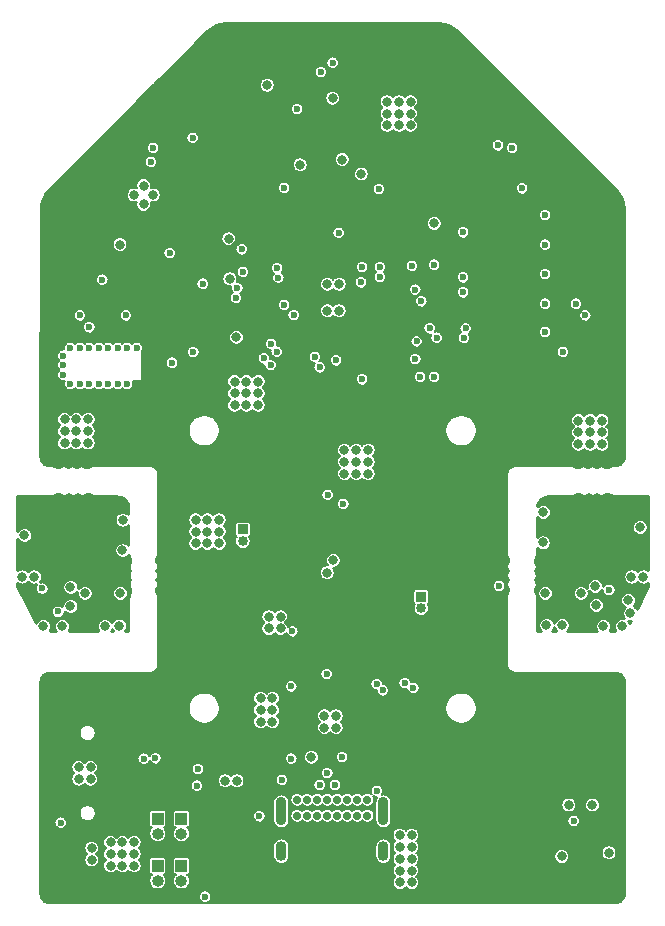
<source format=gbr>
G04 #@! TF.GenerationSoftware,KiCad,Pcbnew,5.1.7-a382d34a8~87~ubuntu18.04.1*
G04 #@! TF.CreationDate,2020-11-02T17:13:51+01:00*
G04 #@! TF.ProjectId,synermycha-electronics,73796e65-726d-4796-9368-612d656c6563,rev?*
G04 #@! TF.SameCoordinates,Original*
G04 #@! TF.FileFunction,Copper,L3,Inr*
G04 #@! TF.FilePolarity,Positive*
%FSLAX46Y46*%
G04 Gerber Fmt 4.6, Leading zero omitted, Abs format (unit mm)*
G04 Created by KiCad (PCBNEW 5.1.7-a382d34a8~87~ubuntu18.04.1) date 2020-11-02 17:13:51*
%MOMM*%
%LPD*%
G01*
G04 APERTURE LIST*
G04 #@! TA.AperFunction,ComponentPad*
%ADD10C,0.700000*%
G04 #@! TD*
G04 #@! TA.AperFunction,ComponentPad*
%ADD11O,0.900000X2.400000*%
G04 #@! TD*
G04 #@! TA.AperFunction,ComponentPad*
%ADD12O,0.900000X1.700000*%
G04 #@! TD*
G04 #@! TA.AperFunction,ComponentPad*
%ADD13O,0.850000X0.850000*%
G04 #@! TD*
G04 #@! TA.AperFunction,ComponentPad*
%ADD14R,0.850000X0.850000*%
G04 #@! TD*
G04 #@! TA.AperFunction,WasherPad*
%ADD15C,0.800000*%
G04 #@! TD*
G04 #@! TA.AperFunction,ComponentPad*
%ADD16O,1.000000X1.000000*%
G04 #@! TD*
G04 #@! TA.AperFunction,ComponentPad*
%ADD17R,1.000000X1.000000*%
G04 #@! TD*
G04 #@! TA.AperFunction,ViaPad*
%ADD18C,0.800000*%
G04 #@! TD*
G04 #@! TA.AperFunction,ViaPad*
%ADD19C,0.600000*%
G04 #@! TD*
G04 #@! TA.AperFunction,Conductor*
%ADD20C,0.152400*%
G04 #@! TD*
G04 #@! TA.AperFunction,Conductor*
%ADD21C,0.100000*%
G04 #@! TD*
G04 #@! TA.AperFunction,NonConductor*
%ADD22C,0.254000*%
G04 #@! TD*
G04 #@! TA.AperFunction,NonConductor*
%ADD23C,0.100000*%
G04 #@! TD*
G04 APERTURE END LIST*
D10*
X42000000Y-171000000D03*
X42850000Y-171000000D03*
X43700000Y-171000000D03*
X44550000Y-171000000D03*
X45400000Y-171000000D03*
X46250000Y-171000000D03*
X47100000Y-171000000D03*
X47950000Y-171000000D03*
X42850000Y-172350000D03*
X44550000Y-172350000D03*
X43700000Y-172350000D03*
X42000000Y-172350000D03*
X46250000Y-172350000D03*
X47100000Y-172350000D03*
X47950000Y-172350000D03*
X45400000Y-172350000D03*
D11*
X40650000Y-171980000D03*
X49300000Y-171980000D03*
D12*
X40650000Y-175360000D03*
X49300000Y-175360000D03*
D13*
X37400000Y-149100000D03*
D14*
X37400000Y-148100000D03*
D13*
X52500000Y-154800000D03*
D14*
X52500000Y-153800000D03*
D15*
X39450000Y-110500000D03*
D16*
X32200000Y-173870000D03*
D17*
X32200000Y-172600000D03*
D16*
X30200000Y-177870000D03*
D17*
X30200000Y-176600000D03*
D16*
X30200000Y-173870000D03*
D17*
X30200000Y-172600000D03*
D16*
X32200000Y-177870000D03*
D17*
X32200000Y-176600000D03*
D18*
X63000000Y-153500000D03*
X70300000Y-152100000D03*
X19700000Y-152100000D03*
X67300000Y-154500000D03*
X70000000Y-154100000D03*
X22800000Y-154600000D03*
X24000000Y-153500000D03*
X27000000Y-153500000D03*
X66000000Y-153500000D03*
X20500000Y-156300000D03*
X25700000Y-156300000D03*
X69500000Y-156300000D03*
X64400000Y-156200000D03*
X18700000Y-152100000D03*
X18900000Y-148600000D03*
X67200000Y-152900000D03*
X62788078Y-149211220D03*
X27211922Y-147288780D03*
X70998530Y-147925000D03*
X27198528Y-149875001D03*
X62801471Y-146625000D03*
D19*
X21729555Y-155057249D03*
D18*
X70200000Y-155200000D03*
X22800000Y-153000000D03*
X71300000Y-152100000D03*
D19*
X20373000Y-153100000D03*
D18*
X22100000Y-156300000D03*
X26920000Y-156250000D03*
X63100000Y-156200000D03*
D19*
X68373500Y-153200059D03*
D18*
X67912500Y-156300000D03*
X50700000Y-178000000D03*
X28200000Y-119800000D03*
X29000000Y-120600000D03*
X29000000Y-119000000D03*
X29800000Y-119800000D03*
X45800000Y-116800000D03*
X64400000Y-175800000D03*
X45550000Y-129600000D03*
X45550000Y-127350000D03*
X44550000Y-127350000D03*
X44550000Y-129600000D03*
X38900000Y-163400000D03*
X38900000Y-164400000D03*
X45300000Y-164900000D03*
X45300000Y-163900000D03*
X44300000Y-163900000D03*
X44300000Y-164900000D03*
X50700000Y-177000000D03*
X51700000Y-175000000D03*
X51700000Y-174000000D03*
X50700000Y-175000000D03*
X50700000Y-174000000D03*
X50700000Y-176000000D03*
X51700000Y-176000000D03*
X51700000Y-178000000D03*
X51700000Y-177000000D03*
X45000000Y-111600000D03*
X38700000Y-137600000D03*
X37700000Y-136600000D03*
X38700000Y-136600000D03*
X37700000Y-135600000D03*
X38700000Y-135600000D03*
X36700000Y-135600000D03*
X36700000Y-136600000D03*
X36700000Y-137600000D03*
X37700000Y-137600000D03*
X50600000Y-113900000D03*
X51600000Y-113900000D03*
X50600000Y-112900000D03*
X51600000Y-112900000D03*
X50600000Y-111900000D03*
X51600000Y-111900000D03*
X49600000Y-111900000D03*
X49600000Y-112900000D03*
X49600000Y-113900000D03*
X23300000Y-140800000D03*
X24300000Y-140800000D03*
X23300000Y-139800000D03*
X24300000Y-139800000D03*
X23300000Y-138800000D03*
X24300000Y-138800000D03*
X22300000Y-138800000D03*
X22300000Y-139800000D03*
X22300000Y-140800000D03*
X66800000Y-140900000D03*
X67800000Y-140900000D03*
X66800000Y-139900000D03*
X67800000Y-139900000D03*
X66800000Y-138900000D03*
X67800000Y-138900000D03*
X65800000Y-138900000D03*
X65800000Y-139900000D03*
X65800000Y-140900000D03*
X47000000Y-143400000D03*
X48000000Y-143400000D03*
X47000000Y-142400000D03*
X48000000Y-142400000D03*
X47000000Y-141400000D03*
X48000000Y-141400000D03*
X46000000Y-141400000D03*
X46000000Y-142400000D03*
X46000000Y-143400000D03*
X28200000Y-176600000D03*
X27200000Y-176600000D03*
X26200000Y-176600000D03*
X39900000Y-162400000D03*
X38900000Y-162400000D03*
D19*
X22200000Y-134200000D03*
D18*
X36200000Y-123500000D03*
X27200000Y-175600000D03*
X27200000Y-174600000D03*
X28200000Y-174600000D03*
X28200000Y-175600000D03*
X26200000Y-174600000D03*
X26200000Y-175600000D03*
D19*
X53600000Y-125700000D03*
D18*
X53600000Y-122200000D03*
X24500000Y-169250000D03*
X24500000Y-168250000D03*
X23500000Y-168250000D03*
X23500000Y-169250000D03*
X24600000Y-175100000D03*
X24600000Y-176100000D03*
X40600000Y-156500000D03*
X40600000Y-155500000D03*
X39600000Y-155500000D03*
X39600000Y-156500000D03*
X33400000Y-149300000D03*
D19*
X41600000Y-156750000D03*
D18*
X42250000Y-117250000D03*
D19*
X52000000Y-133700000D03*
X52100000Y-132200000D03*
X47497000Y-135400000D03*
D18*
X68400000Y-175500000D03*
X34400000Y-149300000D03*
X35400000Y-149300000D03*
X34400000Y-148300000D03*
X35400000Y-148300000D03*
X34400000Y-147300000D03*
X35400000Y-147300000D03*
X33400000Y-147300000D03*
X33400000Y-148300000D03*
X36300000Y-126900000D03*
X36850000Y-131850000D03*
D19*
X26000000Y-132750000D03*
X25200000Y-132750000D03*
X24400000Y-132750000D03*
X23600000Y-132750000D03*
X22800000Y-132750000D03*
X26800000Y-132750000D03*
X27600000Y-132750000D03*
X28400000Y-132750000D03*
X22800000Y-135800000D03*
X23600000Y-135800000D03*
X24400000Y-135800000D03*
X25200000Y-135800000D03*
X26000000Y-135800000D03*
X26800000Y-135800000D03*
X27600000Y-135800000D03*
X22200000Y-133400000D03*
X22200000Y-135000000D03*
X44550000Y-168750000D03*
D18*
X35900000Y-169400000D03*
X36900000Y-169400000D03*
X39900000Y-163400000D03*
X39900000Y-164400000D03*
D19*
X65400000Y-172800000D03*
D18*
X67000000Y-171450000D03*
X65000000Y-171450000D03*
X43200000Y-167400000D03*
D19*
X43500000Y-133500000D03*
X45800000Y-167400000D03*
D18*
X47425000Y-118025000D03*
D19*
X51700000Y-125800000D03*
D18*
X27000000Y-124000000D03*
D19*
X42900000Y-135400000D03*
X42900000Y-134400000D03*
X36000000Y-129300000D03*
D18*
X35000000Y-124500000D03*
X34300000Y-150700000D03*
X35100000Y-150700000D03*
X34300000Y-151500000D03*
X35100000Y-151500000D03*
X51200000Y-135400000D03*
D19*
X69200000Y-179200000D03*
D18*
X23300000Y-127000000D03*
X22200000Y-122800000D03*
X28100000Y-116950000D03*
X31600000Y-113400000D03*
X43000000Y-108250000D03*
X48000000Y-108250000D03*
X62600000Y-117550000D03*
X59050000Y-114150000D03*
X59050000Y-151100000D03*
X69050000Y-172100000D03*
X45900000Y-179100000D03*
X20900000Y-173850000D03*
X30950000Y-152950000D03*
X20950000Y-130900000D03*
X27450000Y-114000000D03*
X44050000Y-105950000D03*
X61500000Y-112950000D03*
X66500000Y-133000000D03*
X66900000Y-128000000D03*
X69000000Y-129100000D03*
X53500000Y-123650000D03*
X29600000Y-136400000D03*
X60400000Y-136400000D03*
X50389000Y-133694000D03*
D19*
X24000000Y-132000000D03*
X39007500Y-130992500D03*
X42740000Y-147085000D03*
D18*
X22494000Y-120411000D03*
D19*
X43337000Y-139837000D03*
D18*
X42250000Y-118250000D03*
X52500000Y-122250000D03*
X49250000Y-120250000D03*
X37250000Y-123500000D03*
X50470250Y-132270250D03*
D19*
X48200000Y-138080000D03*
X65400000Y-176600000D03*
X65400000Y-175700000D03*
X46635000Y-134550000D03*
D18*
X53485000Y-128800000D03*
X59950000Y-128040000D03*
X27000000Y-126500000D03*
D19*
X39171433Y-133634444D03*
X56050000Y-122960000D03*
X45500000Y-123000000D03*
X40900000Y-129100000D03*
X63000000Y-121500000D03*
X49000000Y-125900000D03*
X21965609Y-172935002D03*
X39740050Y-134210644D03*
X41700003Y-129974180D03*
X47495189Y-125900000D03*
D18*
X44534200Y-151784511D03*
X45058254Y-150730580D03*
D19*
X24400000Y-131000000D03*
X29600000Y-117000000D03*
X59000000Y-115600000D03*
X44000000Y-109400000D03*
X65600000Y-129000900D03*
X23600000Y-130000000D03*
X29800000Y-115800000D03*
X66400000Y-130000000D03*
X60200000Y-115800000D03*
X45000000Y-108600000D03*
X53800000Y-131881606D03*
X56100000Y-131900000D03*
X53206176Y-131081925D03*
X56250000Y-131100000D03*
X44569517Y-145180483D03*
X45900000Y-145955000D03*
X43900000Y-134400000D03*
X45300000Y-133800000D03*
X64500000Y-133085000D03*
X52000000Y-127800000D03*
X25500000Y-126965000D03*
X40300000Y-126000000D03*
X37300000Y-124400000D03*
X33142947Y-114957053D03*
X48908736Y-119308736D03*
X61042947Y-119242947D03*
X53600000Y-135200000D03*
X52515000Y-128800000D03*
X51099706Y-161127400D03*
X48717971Y-161217971D03*
X52400000Y-135200000D03*
X36800000Y-128500000D03*
X51839083Y-161523790D03*
X49250000Y-161750000D03*
X40900000Y-119200000D03*
X59100000Y-152900000D03*
X42000000Y-112535000D03*
X38800000Y-172400000D03*
X34200000Y-179200000D03*
X31200000Y-124723800D03*
X40413137Y-126791962D03*
X34000000Y-127310000D03*
X37400000Y-126300000D03*
X27500000Y-130000000D03*
X36924226Y-127675774D03*
X33200000Y-133100000D03*
X40258244Y-133058244D03*
X39796353Y-132397280D03*
X31400000Y-134000000D03*
X41500000Y-167510000D03*
X44490000Y-160360010D03*
X33500000Y-169800000D03*
X29000000Y-167515000D03*
X41500000Y-161410000D03*
X40700000Y-169325000D03*
X33600000Y-168400000D03*
X30000000Y-167490000D03*
X63000000Y-129000000D03*
X49000000Y-126750000D03*
X56050000Y-126770000D03*
X63000000Y-131400000D03*
X47400000Y-127200000D03*
X56050000Y-128040000D03*
X63000000Y-126500000D03*
X63000000Y-124000000D03*
X45200000Y-169750000D03*
X48750000Y-170250000D03*
X43900000Y-169750000D03*
D20*
X54436094Y-105297576D02*
X54855571Y-105424223D01*
X55242469Y-105629941D01*
X55591462Y-105914572D01*
X69079676Y-119402787D01*
X69365715Y-119751017D01*
X69572777Y-120137185D01*
X69700889Y-120556222D01*
X69746400Y-121004270D01*
X69746401Y-139987541D01*
X69746400Y-141987593D01*
X69730991Y-142144742D01*
X69688957Y-142283968D01*
X69620679Y-142412379D01*
X69528760Y-142525083D01*
X69416701Y-142617786D01*
X69288772Y-142686957D01*
X69149840Y-142729963D01*
X68993059Y-142746442D01*
X68984276Y-142746503D01*
X68972808Y-142747708D01*
X68961291Y-142747708D01*
X68957769Y-142748077D01*
X68763819Y-142769832D01*
X68741302Y-142774619D01*
X68718789Y-142779076D01*
X68715406Y-142780123D01*
X68529376Y-142839136D01*
X68508220Y-142848203D01*
X68487000Y-142856950D01*
X68483889Y-142858632D01*
X68483884Y-142858634D01*
X68483880Y-142858637D01*
X68365349Y-142923800D01*
X68100643Y-142923800D01*
X68055090Y-142878247D01*
X67976702Y-142825870D01*
X67889603Y-142789792D01*
X67797138Y-142771400D01*
X67702862Y-142771400D01*
X67610397Y-142789792D01*
X67523298Y-142825870D01*
X67444910Y-142878247D01*
X67399357Y-142923800D01*
X67350643Y-142923800D01*
X67305090Y-142878247D01*
X67226702Y-142825870D01*
X67139603Y-142789792D01*
X67047138Y-142771400D01*
X66952862Y-142771400D01*
X66860397Y-142789792D01*
X66773298Y-142825870D01*
X66694910Y-142878247D01*
X66649357Y-142923800D01*
X66600643Y-142923800D01*
X66555090Y-142878247D01*
X66476702Y-142825870D01*
X66389603Y-142789792D01*
X66297138Y-142771400D01*
X66202862Y-142771400D01*
X66110397Y-142789792D01*
X66023298Y-142825870D01*
X65944910Y-142878247D01*
X65899357Y-142923800D01*
X65636032Y-142923800D01*
X65500128Y-142851538D01*
X65478848Y-142842768D01*
X65457751Y-142833725D01*
X65454369Y-142832678D01*
X65267532Y-142776269D01*
X65244951Y-142771797D01*
X65222502Y-142767026D01*
X65218981Y-142766655D01*
X65024747Y-142747610D01*
X65024745Y-142747610D01*
X65012459Y-142746400D01*
X60487541Y-142746400D01*
X60476600Y-142747477D01*
X60473526Y-142747456D01*
X60470001Y-142747801D01*
X60372953Y-142758001D01*
X60350442Y-142762622D01*
X60327860Y-142766930D01*
X60324470Y-142767953D01*
X60231251Y-142796809D01*
X60210027Y-142805731D01*
X60188749Y-142814328D01*
X60185622Y-142815990D01*
X60099785Y-142862403D01*
X60080738Y-142875250D01*
X60061497Y-142887841D01*
X60058753Y-142890079D01*
X60017991Y-142923800D01*
X60000000Y-142923800D01*
X59985134Y-142925264D01*
X59970840Y-142929600D01*
X59957666Y-142936642D01*
X59946118Y-142946118D01*
X59936642Y-142957666D01*
X59929600Y-142970840D01*
X59925264Y-142985134D01*
X59923800Y-143000000D01*
X59923800Y-143017917D01*
X59887014Y-143063020D01*
X59874284Y-143082181D01*
X59861307Y-143101133D01*
X59859623Y-143104247D01*
X59813811Y-143190408D01*
X59805050Y-143211664D01*
X59795998Y-143232783D01*
X59794951Y-143236165D01*
X59766746Y-143329583D01*
X59762277Y-143352155D01*
X59757503Y-143374615D01*
X59757132Y-143378137D01*
X59747689Y-143474452D01*
X59746400Y-143487542D01*
X59746401Y-150012459D01*
X59746486Y-150013326D01*
X59746503Y-150015723D01*
X59747708Y-150027191D01*
X59747708Y-150038709D01*
X59748077Y-150042231D01*
X59769832Y-150236180D01*
X59774617Y-150258690D01*
X59779076Y-150281211D01*
X59780123Y-150284594D01*
X59839136Y-150470624D01*
X59848203Y-150491780D01*
X59856950Y-150513000D01*
X59858632Y-150516111D01*
X59858634Y-150516116D01*
X59858637Y-150516120D01*
X59923800Y-150634651D01*
X59923800Y-150899357D01*
X59878247Y-150944910D01*
X59825870Y-151023298D01*
X59789792Y-151110397D01*
X59771400Y-151202862D01*
X59771400Y-151297138D01*
X59789792Y-151389603D01*
X59825870Y-151476702D01*
X59878247Y-151555090D01*
X59923800Y-151600643D01*
X59923800Y-151649357D01*
X59878247Y-151694910D01*
X59825870Y-151773298D01*
X59789792Y-151860397D01*
X59771400Y-151952862D01*
X59771400Y-152047138D01*
X59789792Y-152139603D01*
X59825870Y-152226702D01*
X59878247Y-152305090D01*
X59923800Y-152350643D01*
X59923800Y-152399357D01*
X59878247Y-152444910D01*
X59825870Y-152523298D01*
X59789792Y-152610397D01*
X59771400Y-152702862D01*
X59771400Y-152797138D01*
X59789792Y-152889603D01*
X59825870Y-152976702D01*
X59878247Y-153055090D01*
X59923800Y-153100643D01*
X59923800Y-153363968D01*
X59851538Y-153499872D01*
X59842768Y-153521152D01*
X59833725Y-153542249D01*
X59832678Y-153545631D01*
X59776269Y-153732468D01*
X59771797Y-153755049D01*
X59767026Y-153777498D01*
X59766655Y-153781019D01*
X59747610Y-153975253D01*
X59746400Y-153987542D01*
X59746401Y-159512459D01*
X59747478Y-159523390D01*
X59747456Y-159526475D01*
X59747801Y-159529999D01*
X59758001Y-159627047D01*
X59762625Y-159649571D01*
X59766930Y-159672140D01*
X59767953Y-159675530D01*
X59796809Y-159768749D01*
X59805736Y-159789985D01*
X59814328Y-159811251D01*
X59815990Y-159814377D01*
X59862403Y-159900215D01*
X59875234Y-159919238D01*
X59887841Y-159938503D01*
X59890079Y-159941247D01*
X59923800Y-159982009D01*
X59923800Y-160000000D01*
X59925264Y-160014866D01*
X59929600Y-160029160D01*
X59936642Y-160042334D01*
X59946118Y-160053882D01*
X59957666Y-160063358D01*
X59970840Y-160070400D01*
X59985134Y-160074736D01*
X60000000Y-160076200D01*
X60017917Y-160076200D01*
X60063020Y-160112986D01*
X60082163Y-160125704D01*
X60101132Y-160138693D01*
X60104247Y-160140377D01*
X60190408Y-160186189D01*
X60211668Y-160194951D01*
X60232783Y-160204001D01*
X60236165Y-160205049D01*
X60329583Y-160233254D01*
X60352155Y-160237723D01*
X60374615Y-160242497D01*
X60378137Y-160242868D01*
X60475254Y-160252390D01*
X60475255Y-160252390D01*
X60487541Y-160253600D01*
X68987593Y-160253600D01*
X69144744Y-160269009D01*
X69283964Y-160311042D01*
X69412378Y-160379320D01*
X69525083Y-160471240D01*
X69617786Y-160583299D01*
X69686957Y-160711228D01*
X69729963Y-160850160D01*
X69746400Y-161006541D01*
X69746401Y-164987532D01*
X69746400Y-164987542D01*
X69746401Y-178987583D01*
X69730991Y-179144742D01*
X69688957Y-179283968D01*
X69620679Y-179412379D01*
X69528760Y-179525083D01*
X69416701Y-179617786D01*
X69288772Y-179686957D01*
X69149840Y-179729963D01*
X68993459Y-179746400D01*
X21012407Y-179746400D01*
X20855258Y-179730991D01*
X20716032Y-179688957D01*
X20587621Y-179620679D01*
X20474917Y-179528760D01*
X20382214Y-179416701D01*
X20313043Y-179288772D01*
X20270037Y-179149840D01*
X20269837Y-179147937D01*
X33671400Y-179147937D01*
X33671400Y-179252063D01*
X33691713Y-179354187D01*
X33731560Y-179450386D01*
X33789409Y-179536963D01*
X33863037Y-179610591D01*
X33949614Y-179668440D01*
X34045813Y-179708287D01*
X34147937Y-179728600D01*
X34252063Y-179728600D01*
X34354187Y-179708287D01*
X34450386Y-179668440D01*
X34536963Y-179610591D01*
X34610591Y-179536963D01*
X34668440Y-179450386D01*
X34708287Y-179354187D01*
X34728600Y-179252063D01*
X34728600Y-179147937D01*
X34708287Y-179045813D01*
X34668440Y-178949614D01*
X34610591Y-178863037D01*
X34536963Y-178789409D01*
X34450386Y-178731560D01*
X34354187Y-178691713D01*
X34252063Y-178671400D01*
X34147937Y-178671400D01*
X34045813Y-178691713D01*
X33949614Y-178731560D01*
X33863037Y-178789409D01*
X33789409Y-178863037D01*
X33731560Y-178949614D01*
X33691713Y-179045813D01*
X33671400Y-179147937D01*
X20269837Y-179147937D01*
X20253600Y-178993459D01*
X20253600Y-175038088D01*
X23971400Y-175038088D01*
X23971400Y-175161912D01*
X23995556Y-175283356D01*
X24042941Y-175397754D01*
X24111734Y-175500709D01*
X24199291Y-175588266D01*
X24216852Y-175600000D01*
X24199291Y-175611734D01*
X24111734Y-175699291D01*
X24042941Y-175802246D01*
X23995556Y-175916644D01*
X23971400Y-176038088D01*
X23971400Y-176161912D01*
X23995556Y-176283356D01*
X24042941Y-176397754D01*
X24111734Y-176500709D01*
X24199291Y-176588266D01*
X24302246Y-176657059D01*
X24416644Y-176704444D01*
X24538088Y-176728600D01*
X24661912Y-176728600D01*
X24783356Y-176704444D01*
X24897754Y-176657059D01*
X25000709Y-176588266D01*
X25088266Y-176500709D01*
X25157059Y-176397754D01*
X25204444Y-176283356D01*
X25228600Y-176161912D01*
X25228600Y-176038088D01*
X25204444Y-175916644D01*
X25157059Y-175802246D01*
X25088266Y-175699291D01*
X25000709Y-175611734D01*
X24983148Y-175600000D01*
X25000709Y-175588266D01*
X25088266Y-175500709D01*
X25157059Y-175397754D01*
X25204444Y-175283356D01*
X25228600Y-175161912D01*
X25228600Y-175038088D01*
X25204444Y-174916644D01*
X25157059Y-174802246D01*
X25088266Y-174699291D01*
X25000709Y-174611734D01*
X24897754Y-174542941D01*
X24886038Y-174538088D01*
X25571400Y-174538088D01*
X25571400Y-174661912D01*
X25595556Y-174783356D01*
X25642941Y-174897754D01*
X25711734Y-175000709D01*
X25799291Y-175088266D01*
X25816852Y-175100000D01*
X25799291Y-175111734D01*
X25711734Y-175199291D01*
X25642941Y-175302246D01*
X25595556Y-175416644D01*
X25571400Y-175538088D01*
X25571400Y-175661912D01*
X25595556Y-175783356D01*
X25642941Y-175897754D01*
X25711734Y-176000709D01*
X25799291Y-176088266D01*
X25816852Y-176100000D01*
X25799291Y-176111734D01*
X25711734Y-176199291D01*
X25642941Y-176302246D01*
X25595556Y-176416644D01*
X25571400Y-176538088D01*
X25571400Y-176661912D01*
X25595556Y-176783356D01*
X25642941Y-176897754D01*
X25711734Y-177000709D01*
X25799291Y-177088266D01*
X25902246Y-177157059D01*
X26016644Y-177204444D01*
X26138088Y-177228600D01*
X26261912Y-177228600D01*
X26383356Y-177204444D01*
X26497754Y-177157059D01*
X26600709Y-177088266D01*
X26688266Y-177000709D01*
X26700000Y-176983148D01*
X26711734Y-177000709D01*
X26799291Y-177088266D01*
X26902246Y-177157059D01*
X27016644Y-177204444D01*
X27138088Y-177228600D01*
X27261912Y-177228600D01*
X27383356Y-177204444D01*
X27497754Y-177157059D01*
X27600709Y-177088266D01*
X27688266Y-177000709D01*
X27700000Y-176983148D01*
X27711734Y-177000709D01*
X27799291Y-177088266D01*
X27902246Y-177157059D01*
X28016644Y-177204444D01*
X28138088Y-177228600D01*
X28261912Y-177228600D01*
X28383356Y-177204444D01*
X28497754Y-177157059D01*
X28600709Y-177088266D01*
X28688266Y-177000709D01*
X28757059Y-176897754D01*
X28804444Y-176783356D01*
X28828600Y-176661912D01*
X28828600Y-176538088D01*
X28804444Y-176416644D01*
X28757059Y-176302246D01*
X28688266Y-176199291D01*
X28600709Y-176111734D01*
X28583148Y-176100000D01*
X29470294Y-176100000D01*
X29470294Y-177100000D01*
X29474708Y-177144813D01*
X29487779Y-177187905D01*
X29509006Y-177227618D01*
X29537573Y-177262427D01*
X29572382Y-177290994D01*
X29612095Y-177312221D01*
X29655187Y-177325292D01*
X29700000Y-177329706D01*
X29709899Y-177329706D01*
X29634060Y-177405545D01*
X29554323Y-177524879D01*
X29499400Y-177657475D01*
X29471400Y-177798239D01*
X29471400Y-177941761D01*
X29499400Y-178082525D01*
X29554323Y-178215121D01*
X29634060Y-178334455D01*
X29735545Y-178435940D01*
X29854879Y-178515677D01*
X29987475Y-178570600D01*
X30128239Y-178598600D01*
X30271761Y-178598600D01*
X30412525Y-178570600D01*
X30545121Y-178515677D01*
X30664455Y-178435940D01*
X30765940Y-178334455D01*
X30845677Y-178215121D01*
X30900600Y-178082525D01*
X30928600Y-177941761D01*
X30928600Y-177798239D01*
X30900600Y-177657475D01*
X30845677Y-177524879D01*
X30765940Y-177405545D01*
X30690101Y-177329706D01*
X30700000Y-177329706D01*
X30744813Y-177325292D01*
X30787905Y-177312221D01*
X30827618Y-177290994D01*
X30862427Y-177262427D01*
X30890994Y-177227618D01*
X30912221Y-177187905D01*
X30925292Y-177144813D01*
X30929706Y-177100000D01*
X30929706Y-176100000D01*
X31470294Y-176100000D01*
X31470294Y-177100000D01*
X31474708Y-177144813D01*
X31487779Y-177187905D01*
X31509006Y-177227618D01*
X31537573Y-177262427D01*
X31572382Y-177290994D01*
X31612095Y-177312221D01*
X31655187Y-177325292D01*
X31700000Y-177329706D01*
X31709899Y-177329706D01*
X31634060Y-177405545D01*
X31554323Y-177524879D01*
X31499400Y-177657475D01*
X31471400Y-177798239D01*
X31471400Y-177941761D01*
X31499400Y-178082525D01*
X31554323Y-178215121D01*
X31634060Y-178334455D01*
X31735545Y-178435940D01*
X31854879Y-178515677D01*
X31987475Y-178570600D01*
X32128239Y-178598600D01*
X32271761Y-178598600D01*
X32412525Y-178570600D01*
X32545121Y-178515677D01*
X32664455Y-178435940D01*
X32765940Y-178334455D01*
X32845677Y-178215121D01*
X32900600Y-178082525D01*
X32928600Y-177941761D01*
X32928600Y-177798239D01*
X32900600Y-177657475D01*
X32845677Y-177524879D01*
X32765940Y-177405545D01*
X32690101Y-177329706D01*
X32700000Y-177329706D01*
X32744813Y-177325292D01*
X32787905Y-177312221D01*
X32827618Y-177290994D01*
X32862427Y-177262427D01*
X32890994Y-177227618D01*
X32912221Y-177187905D01*
X32925292Y-177144813D01*
X32929706Y-177100000D01*
X32929706Y-176100000D01*
X32925292Y-176055187D01*
X32912221Y-176012095D01*
X32890994Y-175972382D01*
X32862427Y-175937573D01*
X32827618Y-175909006D01*
X32787905Y-175887779D01*
X32744813Y-175874708D01*
X32700000Y-175870294D01*
X31700000Y-175870294D01*
X31655187Y-175874708D01*
X31612095Y-175887779D01*
X31572382Y-175909006D01*
X31537573Y-175937573D01*
X31509006Y-175972382D01*
X31487779Y-176012095D01*
X31474708Y-176055187D01*
X31470294Y-176100000D01*
X30929706Y-176100000D01*
X30925292Y-176055187D01*
X30912221Y-176012095D01*
X30890994Y-175972382D01*
X30862427Y-175937573D01*
X30827618Y-175909006D01*
X30787905Y-175887779D01*
X30744813Y-175874708D01*
X30700000Y-175870294D01*
X29700000Y-175870294D01*
X29655187Y-175874708D01*
X29612095Y-175887779D01*
X29572382Y-175909006D01*
X29537573Y-175937573D01*
X29509006Y-175972382D01*
X29487779Y-176012095D01*
X29474708Y-176055187D01*
X29470294Y-176100000D01*
X28583148Y-176100000D01*
X28600709Y-176088266D01*
X28688266Y-176000709D01*
X28757059Y-175897754D01*
X28804444Y-175783356D01*
X28828600Y-175661912D01*
X28828600Y-175538088D01*
X28804444Y-175416644D01*
X28757059Y-175302246D01*
X28688266Y-175199291D01*
X28600709Y-175111734D01*
X28583148Y-175100000D01*
X28600709Y-175088266D01*
X28688266Y-175000709D01*
X28737739Y-174926668D01*
X39971400Y-174926668D01*
X39971400Y-175793333D01*
X39981219Y-175893029D01*
X40020023Y-176020945D01*
X40083036Y-176138834D01*
X40167837Y-176242164D01*
X40271167Y-176326965D01*
X40389056Y-176389978D01*
X40516972Y-176428781D01*
X40650000Y-176441883D01*
X40783029Y-176428781D01*
X40910945Y-176389978D01*
X41028834Y-176326965D01*
X41132164Y-176242164D01*
X41216965Y-176138834D01*
X41279978Y-176020945D01*
X41318781Y-175893029D01*
X41328600Y-175793333D01*
X41328600Y-174926668D01*
X48621400Y-174926668D01*
X48621400Y-175793333D01*
X48631219Y-175893029D01*
X48670023Y-176020945D01*
X48733036Y-176138834D01*
X48817837Y-176242164D01*
X48921167Y-176326965D01*
X49039056Y-176389978D01*
X49166972Y-176428781D01*
X49300000Y-176441883D01*
X49433029Y-176428781D01*
X49560945Y-176389978D01*
X49678834Y-176326965D01*
X49782164Y-176242164D01*
X49866965Y-176138834D01*
X49929978Y-176020945D01*
X49968781Y-175893029D01*
X49978600Y-175793333D01*
X49978600Y-174926667D01*
X49968781Y-174826971D01*
X49929978Y-174699055D01*
X49866965Y-174581166D01*
X49782163Y-174477836D01*
X49678833Y-174393035D01*
X49560944Y-174330022D01*
X49433028Y-174291219D01*
X49300000Y-174278117D01*
X49166971Y-174291219D01*
X49039055Y-174330022D01*
X48921166Y-174393035D01*
X48817836Y-174477837D01*
X48733035Y-174581167D01*
X48670022Y-174699056D01*
X48631219Y-174826972D01*
X48621400Y-174926668D01*
X41328600Y-174926668D01*
X41328600Y-174926667D01*
X41318781Y-174826971D01*
X41279978Y-174699055D01*
X41216965Y-174581166D01*
X41132163Y-174477836D01*
X41028833Y-174393035D01*
X40910944Y-174330022D01*
X40783028Y-174291219D01*
X40650000Y-174278117D01*
X40516971Y-174291219D01*
X40389055Y-174330022D01*
X40271166Y-174393035D01*
X40167836Y-174477837D01*
X40083035Y-174581167D01*
X40020022Y-174699056D01*
X39981219Y-174826972D01*
X39971400Y-174926668D01*
X28737739Y-174926668D01*
X28757059Y-174897754D01*
X28804444Y-174783356D01*
X28828600Y-174661912D01*
X28828600Y-174538088D01*
X28804444Y-174416644D01*
X28757059Y-174302246D01*
X28688266Y-174199291D01*
X28600709Y-174111734D01*
X28497754Y-174042941D01*
X28383356Y-173995556D01*
X28261912Y-173971400D01*
X28138088Y-173971400D01*
X28016644Y-173995556D01*
X27902246Y-174042941D01*
X27799291Y-174111734D01*
X27711734Y-174199291D01*
X27700000Y-174216852D01*
X27688266Y-174199291D01*
X27600709Y-174111734D01*
X27497754Y-174042941D01*
X27383356Y-173995556D01*
X27261912Y-173971400D01*
X27138088Y-173971400D01*
X27016644Y-173995556D01*
X26902246Y-174042941D01*
X26799291Y-174111734D01*
X26711734Y-174199291D01*
X26700000Y-174216852D01*
X26688266Y-174199291D01*
X26600709Y-174111734D01*
X26497754Y-174042941D01*
X26383356Y-173995556D01*
X26261912Y-173971400D01*
X26138088Y-173971400D01*
X26016644Y-173995556D01*
X25902246Y-174042941D01*
X25799291Y-174111734D01*
X25711734Y-174199291D01*
X25642941Y-174302246D01*
X25595556Y-174416644D01*
X25571400Y-174538088D01*
X24886038Y-174538088D01*
X24783356Y-174495556D01*
X24661912Y-174471400D01*
X24538088Y-174471400D01*
X24416644Y-174495556D01*
X24302246Y-174542941D01*
X24199291Y-174611734D01*
X24111734Y-174699291D01*
X24042941Y-174802246D01*
X23995556Y-174916644D01*
X23971400Y-175038088D01*
X20253600Y-175038088D01*
X20253600Y-172882939D01*
X21437009Y-172882939D01*
X21437009Y-172987065D01*
X21457322Y-173089189D01*
X21497169Y-173185388D01*
X21555018Y-173271965D01*
X21628646Y-173345593D01*
X21715223Y-173403442D01*
X21811422Y-173443289D01*
X21913546Y-173463602D01*
X22017672Y-173463602D01*
X22119796Y-173443289D01*
X22215995Y-173403442D01*
X22302572Y-173345593D01*
X22376200Y-173271965D01*
X22434049Y-173185388D01*
X22473896Y-173089189D01*
X22494209Y-172987065D01*
X22494209Y-172882939D01*
X22473896Y-172780815D01*
X22434049Y-172684616D01*
X22376200Y-172598039D01*
X22302572Y-172524411D01*
X22215995Y-172466562D01*
X22119796Y-172426715D01*
X22017672Y-172406402D01*
X21913546Y-172406402D01*
X21811422Y-172426715D01*
X21715223Y-172466562D01*
X21628646Y-172524411D01*
X21555018Y-172598039D01*
X21497169Y-172684616D01*
X21457322Y-172780815D01*
X21437009Y-172882939D01*
X20253600Y-172882939D01*
X20253600Y-172083164D01*
X23571400Y-172083164D01*
X23571400Y-172216836D01*
X23597479Y-172347940D01*
X23648633Y-172471437D01*
X23722897Y-172582582D01*
X23817418Y-172677103D01*
X23928563Y-172751367D01*
X24052060Y-172802521D01*
X24183164Y-172828600D01*
X24316836Y-172828600D01*
X24447940Y-172802521D01*
X24571437Y-172751367D01*
X24682582Y-172677103D01*
X24777103Y-172582582D01*
X24851367Y-172471437D01*
X24902521Y-172347940D01*
X24928600Y-172216836D01*
X24928600Y-172100000D01*
X29470294Y-172100000D01*
X29470294Y-173100000D01*
X29474708Y-173144813D01*
X29487779Y-173187905D01*
X29509006Y-173227618D01*
X29537573Y-173262427D01*
X29572382Y-173290994D01*
X29612095Y-173312221D01*
X29655187Y-173325292D01*
X29700000Y-173329706D01*
X29709899Y-173329706D01*
X29634060Y-173405545D01*
X29554323Y-173524879D01*
X29499400Y-173657475D01*
X29471400Y-173798239D01*
X29471400Y-173941761D01*
X29499400Y-174082525D01*
X29554323Y-174215121D01*
X29634060Y-174334455D01*
X29735545Y-174435940D01*
X29854879Y-174515677D01*
X29987475Y-174570600D01*
X30128239Y-174598600D01*
X30271761Y-174598600D01*
X30412525Y-174570600D01*
X30545121Y-174515677D01*
X30664455Y-174435940D01*
X30765940Y-174334455D01*
X30845677Y-174215121D01*
X30900600Y-174082525D01*
X30928600Y-173941761D01*
X30928600Y-173798239D01*
X30900600Y-173657475D01*
X30845677Y-173524879D01*
X30765940Y-173405545D01*
X30690101Y-173329706D01*
X30700000Y-173329706D01*
X30744813Y-173325292D01*
X30787905Y-173312221D01*
X30827618Y-173290994D01*
X30862427Y-173262427D01*
X30890994Y-173227618D01*
X30912221Y-173187905D01*
X30925292Y-173144813D01*
X30929706Y-173100000D01*
X30929706Y-172100000D01*
X31470294Y-172100000D01*
X31470294Y-173100000D01*
X31474708Y-173144813D01*
X31487779Y-173187905D01*
X31509006Y-173227618D01*
X31537573Y-173262427D01*
X31572382Y-173290994D01*
X31612095Y-173312221D01*
X31655187Y-173325292D01*
X31700000Y-173329706D01*
X31709899Y-173329706D01*
X31634060Y-173405545D01*
X31554323Y-173524879D01*
X31499400Y-173657475D01*
X31471400Y-173798239D01*
X31471400Y-173941761D01*
X31499400Y-174082525D01*
X31554323Y-174215121D01*
X31634060Y-174334455D01*
X31735545Y-174435940D01*
X31854879Y-174515677D01*
X31987475Y-174570600D01*
X32128239Y-174598600D01*
X32271761Y-174598600D01*
X32412525Y-174570600D01*
X32545121Y-174515677D01*
X32664455Y-174435940D01*
X32765940Y-174334455D01*
X32845677Y-174215121D01*
X32900600Y-174082525D01*
X32928600Y-173941761D01*
X32928600Y-173938088D01*
X50071400Y-173938088D01*
X50071400Y-174061912D01*
X50095556Y-174183356D01*
X50142941Y-174297754D01*
X50211734Y-174400709D01*
X50299291Y-174488266D01*
X50316852Y-174500000D01*
X50299291Y-174511734D01*
X50211734Y-174599291D01*
X50142941Y-174702246D01*
X50095556Y-174816644D01*
X50071400Y-174938088D01*
X50071400Y-175061912D01*
X50095556Y-175183356D01*
X50142941Y-175297754D01*
X50211734Y-175400709D01*
X50299291Y-175488266D01*
X50316852Y-175500000D01*
X50299291Y-175511734D01*
X50211734Y-175599291D01*
X50142941Y-175702246D01*
X50095556Y-175816644D01*
X50071400Y-175938088D01*
X50071400Y-176061912D01*
X50095556Y-176183356D01*
X50142941Y-176297754D01*
X50211734Y-176400709D01*
X50299291Y-176488266D01*
X50316852Y-176500000D01*
X50299291Y-176511734D01*
X50211734Y-176599291D01*
X50142941Y-176702246D01*
X50095556Y-176816644D01*
X50071400Y-176938088D01*
X50071400Y-177061912D01*
X50095556Y-177183356D01*
X50142941Y-177297754D01*
X50211734Y-177400709D01*
X50299291Y-177488266D01*
X50316852Y-177500000D01*
X50299291Y-177511734D01*
X50211734Y-177599291D01*
X50142941Y-177702246D01*
X50095556Y-177816644D01*
X50071400Y-177938088D01*
X50071400Y-178061912D01*
X50095556Y-178183356D01*
X50142941Y-178297754D01*
X50211734Y-178400709D01*
X50299291Y-178488266D01*
X50402246Y-178557059D01*
X50516644Y-178604444D01*
X50638088Y-178628600D01*
X50761912Y-178628600D01*
X50883356Y-178604444D01*
X50997754Y-178557059D01*
X51100709Y-178488266D01*
X51188266Y-178400709D01*
X51200000Y-178383148D01*
X51211734Y-178400709D01*
X51299291Y-178488266D01*
X51402246Y-178557059D01*
X51516644Y-178604444D01*
X51638088Y-178628600D01*
X51761912Y-178628600D01*
X51883356Y-178604444D01*
X51997754Y-178557059D01*
X52100709Y-178488266D01*
X52188266Y-178400709D01*
X52257059Y-178297754D01*
X52304444Y-178183356D01*
X52328600Y-178061912D01*
X52328600Y-177938088D01*
X52304444Y-177816644D01*
X52257059Y-177702246D01*
X52188266Y-177599291D01*
X52100709Y-177511734D01*
X52083148Y-177500000D01*
X52100709Y-177488266D01*
X52188266Y-177400709D01*
X52257059Y-177297754D01*
X52304444Y-177183356D01*
X52328600Y-177061912D01*
X52328600Y-176938088D01*
X52304444Y-176816644D01*
X52257059Y-176702246D01*
X52188266Y-176599291D01*
X52100709Y-176511734D01*
X52083148Y-176500000D01*
X52100709Y-176488266D01*
X52188266Y-176400709D01*
X52257059Y-176297754D01*
X52304444Y-176183356D01*
X52328600Y-176061912D01*
X52328600Y-175938088D01*
X52304444Y-175816644D01*
X52271906Y-175738088D01*
X63771400Y-175738088D01*
X63771400Y-175861912D01*
X63795556Y-175983356D01*
X63842941Y-176097754D01*
X63911734Y-176200709D01*
X63999291Y-176288266D01*
X64102246Y-176357059D01*
X64216644Y-176404444D01*
X64338088Y-176428600D01*
X64461912Y-176428600D01*
X64583356Y-176404444D01*
X64697754Y-176357059D01*
X64800709Y-176288266D01*
X64888266Y-176200709D01*
X64957059Y-176097754D01*
X65004444Y-175983356D01*
X65028600Y-175861912D01*
X65028600Y-175738088D01*
X65004444Y-175616644D01*
X64957059Y-175502246D01*
X64914190Y-175438088D01*
X67771400Y-175438088D01*
X67771400Y-175561912D01*
X67795556Y-175683356D01*
X67842941Y-175797754D01*
X67911734Y-175900709D01*
X67999291Y-175988266D01*
X68102246Y-176057059D01*
X68216644Y-176104444D01*
X68338088Y-176128600D01*
X68461912Y-176128600D01*
X68583356Y-176104444D01*
X68697754Y-176057059D01*
X68800709Y-175988266D01*
X68888266Y-175900709D01*
X68957059Y-175797754D01*
X69004444Y-175683356D01*
X69028600Y-175561912D01*
X69028600Y-175438088D01*
X69004444Y-175316644D01*
X68957059Y-175202246D01*
X68888266Y-175099291D01*
X68800709Y-175011734D01*
X68697754Y-174942941D01*
X68583356Y-174895556D01*
X68461912Y-174871400D01*
X68338088Y-174871400D01*
X68216644Y-174895556D01*
X68102246Y-174942941D01*
X67999291Y-175011734D01*
X67911734Y-175099291D01*
X67842941Y-175202246D01*
X67795556Y-175316644D01*
X67771400Y-175438088D01*
X64914190Y-175438088D01*
X64888266Y-175399291D01*
X64800709Y-175311734D01*
X64697754Y-175242941D01*
X64583356Y-175195556D01*
X64461912Y-175171400D01*
X64338088Y-175171400D01*
X64216644Y-175195556D01*
X64102246Y-175242941D01*
X63999291Y-175311734D01*
X63911734Y-175399291D01*
X63842941Y-175502246D01*
X63795556Y-175616644D01*
X63771400Y-175738088D01*
X52271906Y-175738088D01*
X52257059Y-175702246D01*
X52188266Y-175599291D01*
X52100709Y-175511734D01*
X52083148Y-175500000D01*
X52100709Y-175488266D01*
X52188266Y-175400709D01*
X52257059Y-175297754D01*
X52304444Y-175183356D01*
X52328600Y-175061912D01*
X52328600Y-174938088D01*
X52304444Y-174816644D01*
X52257059Y-174702246D01*
X52188266Y-174599291D01*
X52100709Y-174511734D01*
X52083148Y-174500000D01*
X52100709Y-174488266D01*
X52188266Y-174400709D01*
X52257059Y-174297754D01*
X52304444Y-174183356D01*
X52328600Y-174061912D01*
X52328600Y-173938088D01*
X52304444Y-173816644D01*
X52257059Y-173702246D01*
X52188266Y-173599291D01*
X52100709Y-173511734D01*
X51997754Y-173442941D01*
X51883356Y-173395556D01*
X51761912Y-173371400D01*
X51638088Y-173371400D01*
X51516644Y-173395556D01*
X51402246Y-173442941D01*
X51299291Y-173511734D01*
X51211734Y-173599291D01*
X51200000Y-173616852D01*
X51188266Y-173599291D01*
X51100709Y-173511734D01*
X50997754Y-173442941D01*
X50883356Y-173395556D01*
X50761912Y-173371400D01*
X50638088Y-173371400D01*
X50516644Y-173395556D01*
X50402246Y-173442941D01*
X50299291Y-173511734D01*
X50211734Y-173599291D01*
X50142941Y-173702246D01*
X50095556Y-173816644D01*
X50071400Y-173938088D01*
X32928600Y-173938088D01*
X32928600Y-173798239D01*
X32900600Y-173657475D01*
X32845677Y-173524879D01*
X32765940Y-173405545D01*
X32690101Y-173329706D01*
X32700000Y-173329706D01*
X32744813Y-173325292D01*
X32787905Y-173312221D01*
X32827618Y-173290994D01*
X32862427Y-173262427D01*
X32890994Y-173227618D01*
X32912221Y-173187905D01*
X32925292Y-173144813D01*
X32929706Y-173100000D01*
X32929706Y-172347937D01*
X38271400Y-172347937D01*
X38271400Y-172452063D01*
X38291713Y-172554187D01*
X38331560Y-172650386D01*
X38389409Y-172736963D01*
X38463037Y-172810591D01*
X38549614Y-172868440D01*
X38645813Y-172908287D01*
X38747937Y-172928600D01*
X38852063Y-172928600D01*
X38954187Y-172908287D01*
X39050386Y-172868440D01*
X39136963Y-172810591D01*
X39210591Y-172736963D01*
X39268440Y-172650386D01*
X39308287Y-172554187D01*
X39328600Y-172452063D01*
X39328600Y-172347937D01*
X39308287Y-172245813D01*
X39268440Y-172149614D01*
X39210591Y-172063037D01*
X39136963Y-171989409D01*
X39050386Y-171931560D01*
X38954187Y-171891713D01*
X38852063Y-171871400D01*
X38747937Y-171871400D01*
X38645813Y-171891713D01*
X38549614Y-171931560D01*
X38463037Y-171989409D01*
X38389409Y-172063037D01*
X38331560Y-172149614D01*
X38291713Y-172245813D01*
X38271400Y-172347937D01*
X32929706Y-172347937D01*
X32929706Y-172100000D01*
X32925292Y-172055187D01*
X32912221Y-172012095D01*
X32890994Y-171972382D01*
X32862427Y-171937573D01*
X32827618Y-171909006D01*
X32787905Y-171887779D01*
X32744813Y-171874708D01*
X32700000Y-171870294D01*
X31700000Y-171870294D01*
X31655187Y-171874708D01*
X31612095Y-171887779D01*
X31572382Y-171909006D01*
X31537573Y-171937573D01*
X31509006Y-171972382D01*
X31487779Y-172012095D01*
X31474708Y-172055187D01*
X31470294Y-172100000D01*
X30929706Y-172100000D01*
X30925292Y-172055187D01*
X30912221Y-172012095D01*
X30890994Y-171972382D01*
X30862427Y-171937573D01*
X30827618Y-171909006D01*
X30787905Y-171887779D01*
X30744813Y-171874708D01*
X30700000Y-171870294D01*
X29700000Y-171870294D01*
X29655187Y-171874708D01*
X29612095Y-171887779D01*
X29572382Y-171909006D01*
X29537573Y-171937573D01*
X29509006Y-171972382D01*
X29487779Y-172012095D01*
X29474708Y-172055187D01*
X29470294Y-172100000D01*
X24928600Y-172100000D01*
X24928600Y-172083164D01*
X24902521Y-171952060D01*
X24851367Y-171828563D01*
X24777103Y-171717418D01*
X24682582Y-171622897D01*
X24571437Y-171548633D01*
X24447940Y-171497479D01*
X24316836Y-171471400D01*
X24183164Y-171471400D01*
X24052060Y-171497479D01*
X23928563Y-171548633D01*
X23817418Y-171622897D01*
X23722897Y-171717418D01*
X23648633Y-171828563D01*
X23597479Y-171952060D01*
X23571400Y-172083164D01*
X20253600Y-172083164D01*
X20253600Y-171196668D01*
X39971400Y-171196668D01*
X39971401Y-172763333D01*
X39981220Y-172863029D01*
X40020023Y-172990945D01*
X40083036Y-173108834D01*
X40167837Y-173212164D01*
X40271167Y-173296965D01*
X40389056Y-173359978D01*
X40516972Y-173398781D01*
X40650000Y-173411883D01*
X40783029Y-173398781D01*
X40910945Y-173359978D01*
X41028834Y-173296965D01*
X41132164Y-173212164D01*
X41216965Y-173108834D01*
X41279978Y-172990945D01*
X41318781Y-172863029D01*
X41328600Y-172763333D01*
X41328600Y-172293013D01*
X41421400Y-172293013D01*
X41421400Y-172406987D01*
X41443635Y-172518772D01*
X41487251Y-172624070D01*
X41550572Y-172718836D01*
X41631164Y-172799428D01*
X41725930Y-172862749D01*
X41831228Y-172906365D01*
X41943013Y-172928600D01*
X42056987Y-172928600D01*
X42168772Y-172906365D01*
X42274070Y-172862749D01*
X42368836Y-172799428D01*
X42425000Y-172743264D01*
X42481164Y-172799428D01*
X42575930Y-172862749D01*
X42681228Y-172906365D01*
X42793013Y-172928600D01*
X42906987Y-172928600D01*
X43018772Y-172906365D01*
X43124070Y-172862749D01*
X43218836Y-172799428D01*
X43275000Y-172743264D01*
X43331164Y-172799428D01*
X43425930Y-172862749D01*
X43531228Y-172906365D01*
X43643013Y-172928600D01*
X43756987Y-172928600D01*
X43868772Y-172906365D01*
X43974070Y-172862749D01*
X44068836Y-172799428D01*
X44125000Y-172743264D01*
X44181164Y-172799428D01*
X44275930Y-172862749D01*
X44381228Y-172906365D01*
X44493013Y-172928600D01*
X44606987Y-172928600D01*
X44718772Y-172906365D01*
X44824070Y-172862749D01*
X44918836Y-172799428D01*
X44975000Y-172743264D01*
X45031164Y-172799428D01*
X45125930Y-172862749D01*
X45231228Y-172906365D01*
X45343013Y-172928600D01*
X45456987Y-172928600D01*
X45568772Y-172906365D01*
X45674070Y-172862749D01*
X45768836Y-172799428D01*
X45825000Y-172743264D01*
X45881164Y-172799428D01*
X45975930Y-172862749D01*
X46081228Y-172906365D01*
X46193013Y-172928600D01*
X46306987Y-172928600D01*
X46418772Y-172906365D01*
X46524070Y-172862749D01*
X46618836Y-172799428D01*
X46675000Y-172743264D01*
X46731164Y-172799428D01*
X46825930Y-172862749D01*
X46931228Y-172906365D01*
X47043013Y-172928600D01*
X47156987Y-172928600D01*
X47268772Y-172906365D01*
X47374070Y-172862749D01*
X47468836Y-172799428D01*
X47525000Y-172743264D01*
X47581164Y-172799428D01*
X47675930Y-172862749D01*
X47781228Y-172906365D01*
X47893013Y-172928600D01*
X48006987Y-172928600D01*
X48118772Y-172906365D01*
X48224070Y-172862749D01*
X48318836Y-172799428D01*
X48399428Y-172718836D01*
X48462749Y-172624070D01*
X48506365Y-172518772D01*
X48528600Y-172406987D01*
X48528600Y-172293013D01*
X48506365Y-172181228D01*
X48462749Y-172075930D01*
X48399428Y-171981164D01*
X48318836Y-171900572D01*
X48224070Y-171837251D01*
X48118772Y-171793635D01*
X48006987Y-171771400D01*
X47893013Y-171771400D01*
X47781228Y-171793635D01*
X47675930Y-171837251D01*
X47581164Y-171900572D01*
X47525000Y-171956736D01*
X47468836Y-171900572D01*
X47374070Y-171837251D01*
X47268772Y-171793635D01*
X47156987Y-171771400D01*
X47043013Y-171771400D01*
X46931228Y-171793635D01*
X46825930Y-171837251D01*
X46731164Y-171900572D01*
X46675000Y-171956736D01*
X46618836Y-171900572D01*
X46524070Y-171837251D01*
X46418772Y-171793635D01*
X46306987Y-171771400D01*
X46193013Y-171771400D01*
X46081228Y-171793635D01*
X45975930Y-171837251D01*
X45881164Y-171900572D01*
X45825000Y-171956736D01*
X45768836Y-171900572D01*
X45674070Y-171837251D01*
X45568772Y-171793635D01*
X45456987Y-171771400D01*
X45343013Y-171771400D01*
X45231228Y-171793635D01*
X45125930Y-171837251D01*
X45031164Y-171900572D01*
X44975000Y-171956736D01*
X44918836Y-171900572D01*
X44824070Y-171837251D01*
X44718772Y-171793635D01*
X44606987Y-171771400D01*
X44493013Y-171771400D01*
X44381228Y-171793635D01*
X44275930Y-171837251D01*
X44181164Y-171900572D01*
X44125000Y-171956736D01*
X44068836Y-171900572D01*
X43974070Y-171837251D01*
X43868772Y-171793635D01*
X43756987Y-171771400D01*
X43643013Y-171771400D01*
X43531228Y-171793635D01*
X43425930Y-171837251D01*
X43331164Y-171900572D01*
X43275000Y-171956736D01*
X43218836Y-171900572D01*
X43124070Y-171837251D01*
X43018772Y-171793635D01*
X42906987Y-171771400D01*
X42793013Y-171771400D01*
X42681228Y-171793635D01*
X42575930Y-171837251D01*
X42481164Y-171900572D01*
X42425000Y-171956736D01*
X42368836Y-171900572D01*
X42274070Y-171837251D01*
X42168772Y-171793635D01*
X42056987Y-171771400D01*
X41943013Y-171771400D01*
X41831228Y-171793635D01*
X41725930Y-171837251D01*
X41631164Y-171900572D01*
X41550572Y-171981164D01*
X41487251Y-172075930D01*
X41443635Y-172181228D01*
X41421400Y-172293013D01*
X41328600Y-172293013D01*
X41328600Y-171196667D01*
X41318781Y-171096971D01*
X41279978Y-170969055D01*
X41266059Y-170943013D01*
X41421400Y-170943013D01*
X41421400Y-171056987D01*
X41443635Y-171168772D01*
X41487251Y-171274070D01*
X41550572Y-171368836D01*
X41631164Y-171449428D01*
X41725930Y-171512749D01*
X41831228Y-171556365D01*
X41943013Y-171578600D01*
X42056987Y-171578600D01*
X42168772Y-171556365D01*
X42274070Y-171512749D01*
X42368836Y-171449428D01*
X42425000Y-171393264D01*
X42481164Y-171449428D01*
X42575930Y-171512749D01*
X42681228Y-171556365D01*
X42793013Y-171578600D01*
X42906987Y-171578600D01*
X43018772Y-171556365D01*
X43124070Y-171512749D01*
X43218836Y-171449428D01*
X43275000Y-171393264D01*
X43331164Y-171449428D01*
X43425930Y-171512749D01*
X43531228Y-171556365D01*
X43643013Y-171578600D01*
X43756987Y-171578600D01*
X43868772Y-171556365D01*
X43974070Y-171512749D01*
X44068836Y-171449428D01*
X44125000Y-171393264D01*
X44181164Y-171449428D01*
X44275930Y-171512749D01*
X44381228Y-171556365D01*
X44493013Y-171578600D01*
X44606987Y-171578600D01*
X44718772Y-171556365D01*
X44824070Y-171512749D01*
X44918836Y-171449428D01*
X44975000Y-171393264D01*
X45031164Y-171449428D01*
X45125930Y-171512749D01*
X45231228Y-171556365D01*
X45343013Y-171578600D01*
X45456987Y-171578600D01*
X45568772Y-171556365D01*
X45674070Y-171512749D01*
X45768836Y-171449428D01*
X45825000Y-171393264D01*
X45881164Y-171449428D01*
X45975930Y-171512749D01*
X46081228Y-171556365D01*
X46193013Y-171578600D01*
X46306987Y-171578600D01*
X46418772Y-171556365D01*
X46524070Y-171512749D01*
X46618836Y-171449428D01*
X46675000Y-171393264D01*
X46731164Y-171449428D01*
X46825930Y-171512749D01*
X46931228Y-171556365D01*
X47043013Y-171578600D01*
X47156987Y-171578600D01*
X47268772Y-171556365D01*
X47374070Y-171512749D01*
X47468836Y-171449428D01*
X47525000Y-171393264D01*
X47581164Y-171449428D01*
X47675930Y-171512749D01*
X47781228Y-171556365D01*
X47893013Y-171578600D01*
X48006987Y-171578600D01*
X48118772Y-171556365D01*
X48224070Y-171512749D01*
X48318836Y-171449428D01*
X48399428Y-171368836D01*
X48462749Y-171274070D01*
X48506365Y-171168772D01*
X48528600Y-171056987D01*
X48528600Y-170943013D01*
X48506365Y-170831228D01*
X48462749Y-170725930D01*
X48423973Y-170667898D01*
X48499614Y-170718440D01*
X48595813Y-170758287D01*
X48697937Y-170778600D01*
X48792589Y-170778600D01*
X48733035Y-170851167D01*
X48670022Y-170969056D01*
X48631219Y-171096972D01*
X48621400Y-171196668D01*
X48621401Y-172763333D01*
X48631220Y-172863029D01*
X48670023Y-172990945D01*
X48733036Y-173108834D01*
X48817837Y-173212164D01*
X48921167Y-173296965D01*
X49039056Y-173359978D01*
X49166972Y-173398781D01*
X49300000Y-173411883D01*
X49433029Y-173398781D01*
X49560945Y-173359978D01*
X49678834Y-173296965D01*
X49782164Y-173212164D01*
X49866965Y-173108834D01*
X49929978Y-172990945D01*
X49968781Y-172863029D01*
X49978600Y-172763333D01*
X49978600Y-172747937D01*
X64871400Y-172747937D01*
X64871400Y-172852063D01*
X64891713Y-172954187D01*
X64931560Y-173050386D01*
X64989409Y-173136963D01*
X65063037Y-173210591D01*
X65149614Y-173268440D01*
X65245813Y-173308287D01*
X65347937Y-173328600D01*
X65452063Y-173328600D01*
X65554187Y-173308287D01*
X65650386Y-173268440D01*
X65736963Y-173210591D01*
X65810591Y-173136963D01*
X65868440Y-173050386D01*
X65908287Y-172954187D01*
X65928600Y-172852063D01*
X65928600Y-172747937D01*
X65908287Y-172645813D01*
X65868440Y-172549614D01*
X65810591Y-172463037D01*
X65736963Y-172389409D01*
X65650386Y-172331560D01*
X65554187Y-172291713D01*
X65452063Y-172271400D01*
X65347937Y-172271400D01*
X65245813Y-172291713D01*
X65149614Y-172331560D01*
X65063037Y-172389409D01*
X64989409Y-172463037D01*
X64931560Y-172549614D01*
X64891713Y-172645813D01*
X64871400Y-172747937D01*
X49978600Y-172747937D01*
X49978600Y-171388088D01*
X64371400Y-171388088D01*
X64371400Y-171511912D01*
X64395556Y-171633356D01*
X64442941Y-171747754D01*
X64511734Y-171850709D01*
X64599291Y-171938266D01*
X64702246Y-172007059D01*
X64816644Y-172054444D01*
X64938088Y-172078600D01*
X65061912Y-172078600D01*
X65183356Y-172054444D01*
X65297754Y-172007059D01*
X65400709Y-171938266D01*
X65488266Y-171850709D01*
X65557059Y-171747754D01*
X65604444Y-171633356D01*
X65628600Y-171511912D01*
X65628600Y-171388088D01*
X66371400Y-171388088D01*
X66371400Y-171511912D01*
X66395556Y-171633356D01*
X66442941Y-171747754D01*
X66511734Y-171850709D01*
X66599291Y-171938266D01*
X66702246Y-172007059D01*
X66816644Y-172054444D01*
X66938088Y-172078600D01*
X67061912Y-172078600D01*
X67183356Y-172054444D01*
X67297754Y-172007059D01*
X67400709Y-171938266D01*
X67488266Y-171850709D01*
X67557059Y-171747754D01*
X67604444Y-171633356D01*
X67628600Y-171511912D01*
X67628600Y-171388088D01*
X67604444Y-171266644D01*
X67557059Y-171152246D01*
X67488266Y-171049291D01*
X67400709Y-170961734D01*
X67297754Y-170892941D01*
X67183356Y-170845556D01*
X67061912Y-170821400D01*
X66938088Y-170821400D01*
X66816644Y-170845556D01*
X66702246Y-170892941D01*
X66599291Y-170961734D01*
X66511734Y-171049291D01*
X66442941Y-171152246D01*
X66395556Y-171266644D01*
X66371400Y-171388088D01*
X65628600Y-171388088D01*
X65604444Y-171266644D01*
X65557059Y-171152246D01*
X65488266Y-171049291D01*
X65400709Y-170961734D01*
X65297754Y-170892941D01*
X65183356Y-170845556D01*
X65061912Y-170821400D01*
X64938088Y-170821400D01*
X64816644Y-170845556D01*
X64702246Y-170892941D01*
X64599291Y-170961734D01*
X64511734Y-171049291D01*
X64442941Y-171152246D01*
X64395556Y-171266644D01*
X64371400Y-171388088D01*
X49978600Y-171388088D01*
X49978600Y-171196667D01*
X49968781Y-171096971D01*
X49929978Y-170969055D01*
X49866965Y-170851166D01*
X49782163Y-170747836D01*
X49678833Y-170663035D01*
X49560944Y-170600022D01*
X49433028Y-170561219D01*
X49300000Y-170548117D01*
X49178555Y-170560078D01*
X49218440Y-170500386D01*
X49258287Y-170404187D01*
X49278600Y-170302063D01*
X49278600Y-170197937D01*
X49258287Y-170095813D01*
X49218440Y-169999614D01*
X49160591Y-169913037D01*
X49086963Y-169839409D01*
X49000386Y-169781560D01*
X48904187Y-169741713D01*
X48802063Y-169721400D01*
X48697937Y-169721400D01*
X48595813Y-169741713D01*
X48499614Y-169781560D01*
X48413037Y-169839409D01*
X48339409Y-169913037D01*
X48281560Y-169999614D01*
X48241713Y-170095813D01*
X48221400Y-170197937D01*
X48221400Y-170302063D01*
X48241713Y-170404187D01*
X48281560Y-170500386D01*
X48312074Y-170546054D01*
X48224070Y-170487251D01*
X48118772Y-170443635D01*
X48006987Y-170421400D01*
X47893013Y-170421400D01*
X47781228Y-170443635D01*
X47675930Y-170487251D01*
X47581164Y-170550572D01*
X47525000Y-170606736D01*
X47468836Y-170550572D01*
X47374070Y-170487251D01*
X47268772Y-170443635D01*
X47156987Y-170421400D01*
X47043013Y-170421400D01*
X46931228Y-170443635D01*
X46825930Y-170487251D01*
X46731164Y-170550572D01*
X46675000Y-170606736D01*
X46618836Y-170550572D01*
X46524070Y-170487251D01*
X46418772Y-170443635D01*
X46306987Y-170421400D01*
X46193013Y-170421400D01*
X46081228Y-170443635D01*
X45975930Y-170487251D01*
X45881164Y-170550572D01*
X45825000Y-170606736D01*
X45768836Y-170550572D01*
X45674070Y-170487251D01*
X45568772Y-170443635D01*
X45456987Y-170421400D01*
X45343013Y-170421400D01*
X45231228Y-170443635D01*
X45125930Y-170487251D01*
X45031164Y-170550572D01*
X44975000Y-170606736D01*
X44918836Y-170550572D01*
X44824070Y-170487251D01*
X44718772Y-170443635D01*
X44606987Y-170421400D01*
X44493013Y-170421400D01*
X44381228Y-170443635D01*
X44275930Y-170487251D01*
X44181164Y-170550572D01*
X44125000Y-170606736D01*
X44068836Y-170550572D01*
X43974070Y-170487251D01*
X43868772Y-170443635D01*
X43756987Y-170421400D01*
X43643013Y-170421400D01*
X43531228Y-170443635D01*
X43425930Y-170487251D01*
X43331164Y-170550572D01*
X43275000Y-170606736D01*
X43218836Y-170550572D01*
X43124070Y-170487251D01*
X43018772Y-170443635D01*
X42906987Y-170421400D01*
X42793013Y-170421400D01*
X42681228Y-170443635D01*
X42575930Y-170487251D01*
X42481164Y-170550572D01*
X42425000Y-170606736D01*
X42368836Y-170550572D01*
X42274070Y-170487251D01*
X42168772Y-170443635D01*
X42056987Y-170421400D01*
X41943013Y-170421400D01*
X41831228Y-170443635D01*
X41725930Y-170487251D01*
X41631164Y-170550572D01*
X41550572Y-170631164D01*
X41487251Y-170725930D01*
X41443635Y-170831228D01*
X41421400Y-170943013D01*
X41266059Y-170943013D01*
X41216965Y-170851166D01*
X41132163Y-170747836D01*
X41028833Y-170663035D01*
X40910944Y-170600022D01*
X40783028Y-170561219D01*
X40650000Y-170548117D01*
X40516971Y-170561219D01*
X40389055Y-170600022D01*
X40271166Y-170663035D01*
X40167836Y-170747837D01*
X40083035Y-170851167D01*
X40020022Y-170969056D01*
X39981219Y-171096972D01*
X39971400Y-171196668D01*
X20253600Y-171196668D01*
X20253600Y-168188088D01*
X22871400Y-168188088D01*
X22871400Y-168311912D01*
X22895556Y-168433356D01*
X22942941Y-168547754D01*
X23011734Y-168650709D01*
X23099291Y-168738266D01*
X23116852Y-168750000D01*
X23099291Y-168761734D01*
X23011734Y-168849291D01*
X22942941Y-168952246D01*
X22895556Y-169066644D01*
X22871400Y-169188088D01*
X22871400Y-169311912D01*
X22895556Y-169433356D01*
X22942941Y-169547754D01*
X23011734Y-169650709D01*
X23099291Y-169738266D01*
X23202246Y-169807059D01*
X23316644Y-169854444D01*
X23438088Y-169878600D01*
X23561912Y-169878600D01*
X23683356Y-169854444D01*
X23797754Y-169807059D01*
X23900709Y-169738266D01*
X23988266Y-169650709D01*
X24000000Y-169633148D01*
X24011734Y-169650709D01*
X24099291Y-169738266D01*
X24202246Y-169807059D01*
X24316644Y-169854444D01*
X24438088Y-169878600D01*
X24561912Y-169878600D01*
X24683356Y-169854444D01*
X24797754Y-169807059D01*
X24886235Y-169747937D01*
X32971400Y-169747937D01*
X32971400Y-169852063D01*
X32991713Y-169954187D01*
X33031560Y-170050386D01*
X33089409Y-170136963D01*
X33163037Y-170210591D01*
X33249614Y-170268440D01*
X33345813Y-170308287D01*
X33447937Y-170328600D01*
X33552063Y-170328600D01*
X33654187Y-170308287D01*
X33750386Y-170268440D01*
X33836963Y-170210591D01*
X33910591Y-170136963D01*
X33968440Y-170050386D01*
X34008287Y-169954187D01*
X34028600Y-169852063D01*
X34028600Y-169747937D01*
X34008287Y-169645813D01*
X33968440Y-169549614D01*
X33910591Y-169463037D01*
X33836963Y-169389409D01*
X33760156Y-169338088D01*
X35271400Y-169338088D01*
X35271400Y-169461912D01*
X35295556Y-169583356D01*
X35342941Y-169697754D01*
X35411734Y-169800709D01*
X35499291Y-169888266D01*
X35602246Y-169957059D01*
X35716644Y-170004444D01*
X35838088Y-170028600D01*
X35961912Y-170028600D01*
X36083356Y-170004444D01*
X36197754Y-169957059D01*
X36300709Y-169888266D01*
X36388266Y-169800709D01*
X36400000Y-169783148D01*
X36411734Y-169800709D01*
X36499291Y-169888266D01*
X36602246Y-169957059D01*
X36716644Y-170004444D01*
X36838088Y-170028600D01*
X36961912Y-170028600D01*
X37083356Y-170004444D01*
X37197754Y-169957059D01*
X37300709Y-169888266D01*
X37388266Y-169800709D01*
X37457059Y-169697754D01*
X37504444Y-169583356D01*
X37528600Y-169461912D01*
X37528600Y-169338088D01*
X37515642Y-169272937D01*
X40171400Y-169272937D01*
X40171400Y-169377063D01*
X40191713Y-169479187D01*
X40231560Y-169575386D01*
X40289409Y-169661963D01*
X40363037Y-169735591D01*
X40449614Y-169793440D01*
X40545813Y-169833287D01*
X40647937Y-169853600D01*
X40752063Y-169853600D01*
X40854187Y-169833287D01*
X40950386Y-169793440D01*
X41036963Y-169735591D01*
X41074617Y-169697937D01*
X43371400Y-169697937D01*
X43371400Y-169802063D01*
X43391713Y-169904187D01*
X43431560Y-170000386D01*
X43489409Y-170086963D01*
X43563037Y-170160591D01*
X43649614Y-170218440D01*
X43745813Y-170258287D01*
X43847937Y-170278600D01*
X43952063Y-170278600D01*
X44054187Y-170258287D01*
X44150386Y-170218440D01*
X44236963Y-170160591D01*
X44310591Y-170086963D01*
X44368440Y-170000386D01*
X44408287Y-169904187D01*
X44428600Y-169802063D01*
X44428600Y-169697937D01*
X44671400Y-169697937D01*
X44671400Y-169802063D01*
X44691713Y-169904187D01*
X44731560Y-170000386D01*
X44789409Y-170086963D01*
X44863037Y-170160591D01*
X44949614Y-170218440D01*
X45045813Y-170258287D01*
X45147937Y-170278600D01*
X45252063Y-170278600D01*
X45354187Y-170258287D01*
X45450386Y-170218440D01*
X45536963Y-170160591D01*
X45610591Y-170086963D01*
X45668440Y-170000386D01*
X45708287Y-169904187D01*
X45728600Y-169802063D01*
X45728600Y-169697937D01*
X45708287Y-169595813D01*
X45668440Y-169499614D01*
X45610591Y-169413037D01*
X45536963Y-169339409D01*
X45450386Y-169281560D01*
X45354187Y-169241713D01*
X45252063Y-169221400D01*
X45147937Y-169221400D01*
X45045813Y-169241713D01*
X44949614Y-169281560D01*
X44863037Y-169339409D01*
X44789409Y-169413037D01*
X44731560Y-169499614D01*
X44691713Y-169595813D01*
X44671400Y-169697937D01*
X44428600Y-169697937D01*
X44408287Y-169595813D01*
X44368440Y-169499614D01*
X44310591Y-169413037D01*
X44236963Y-169339409D01*
X44150386Y-169281560D01*
X44054187Y-169241713D01*
X43952063Y-169221400D01*
X43847937Y-169221400D01*
X43745813Y-169241713D01*
X43649614Y-169281560D01*
X43563037Y-169339409D01*
X43489409Y-169413037D01*
X43431560Y-169499614D01*
X43391713Y-169595813D01*
X43371400Y-169697937D01*
X41074617Y-169697937D01*
X41110591Y-169661963D01*
X41168440Y-169575386D01*
X41208287Y-169479187D01*
X41228600Y-169377063D01*
X41228600Y-169272937D01*
X41208287Y-169170813D01*
X41168440Y-169074614D01*
X41110591Y-168988037D01*
X41036963Y-168914409D01*
X40950386Y-168856560D01*
X40854187Y-168816713D01*
X40752063Y-168796400D01*
X40647937Y-168796400D01*
X40545813Y-168816713D01*
X40449614Y-168856560D01*
X40363037Y-168914409D01*
X40289409Y-168988037D01*
X40231560Y-169074614D01*
X40191713Y-169170813D01*
X40171400Y-169272937D01*
X37515642Y-169272937D01*
X37504444Y-169216644D01*
X37457059Y-169102246D01*
X37388266Y-168999291D01*
X37300709Y-168911734D01*
X37197754Y-168842941D01*
X37083356Y-168795556D01*
X36961912Y-168771400D01*
X36838088Y-168771400D01*
X36716644Y-168795556D01*
X36602246Y-168842941D01*
X36499291Y-168911734D01*
X36411734Y-168999291D01*
X36400000Y-169016852D01*
X36388266Y-168999291D01*
X36300709Y-168911734D01*
X36197754Y-168842941D01*
X36083356Y-168795556D01*
X35961912Y-168771400D01*
X35838088Y-168771400D01*
X35716644Y-168795556D01*
X35602246Y-168842941D01*
X35499291Y-168911734D01*
X35411734Y-168999291D01*
X35342941Y-169102246D01*
X35295556Y-169216644D01*
X35271400Y-169338088D01*
X33760156Y-169338088D01*
X33750386Y-169331560D01*
X33654187Y-169291713D01*
X33552063Y-169271400D01*
X33447937Y-169271400D01*
X33345813Y-169291713D01*
X33249614Y-169331560D01*
X33163037Y-169389409D01*
X33089409Y-169463037D01*
X33031560Y-169549614D01*
X32991713Y-169645813D01*
X32971400Y-169747937D01*
X24886235Y-169747937D01*
X24900709Y-169738266D01*
X24988266Y-169650709D01*
X25057059Y-169547754D01*
X25104444Y-169433356D01*
X25128600Y-169311912D01*
X25128600Y-169188088D01*
X25104444Y-169066644D01*
X25057059Y-168952246D01*
X24988266Y-168849291D01*
X24900709Y-168761734D01*
X24883148Y-168750000D01*
X24900709Y-168738266D01*
X24988266Y-168650709D01*
X25057059Y-168547754D01*
X25104444Y-168433356D01*
X25121434Y-168347937D01*
X33071400Y-168347937D01*
X33071400Y-168452063D01*
X33091713Y-168554187D01*
X33131560Y-168650386D01*
X33189409Y-168736963D01*
X33263037Y-168810591D01*
X33349614Y-168868440D01*
X33445813Y-168908287D01*
X33547937Y-168928600D01*
X33652063Y-168928600D01*
X33754187Y-168908287D01*
X33850386Y-168868440D01*
X33936963Y-168810591D01*
X34010591Y-168736963D01*
X34036667Y-168697937D01*
X44021400Y-168697937D01*
X44021400Y-168802063D01*
X44041713Y-168904187D01*
X44081560Y-169000386D01*
X44139409Y-169086963D01*
X44213037Y-169160591D01*
X44299614Y-169218440D01*
X44395813Y-169258287D01*
X44497937Y-169278600D01*
X44602063Y-169278600D01*
X44704187Y-169258287D01*
X44800386Y-169218440D01*
X44886963Y-169160591D01*
X44960591Y-169086963D01*
X45018440Y-169000386D01*
X45058287Y-168904187D01*
X45078600Y-168802063D01*
X45078600Y-168697937D01*
X45058287Y-168595813D01*
X45018440Y-168499614D01*
X44960591Y-168413037D01*
X44886963Y-168339409D01*
X44800386Y-168281560D01*
X44704187Y-168241713D01*
X44602063Y-168221400D01*
X44497937Y-168221400D01*
X44395813Y-168241713D01*
X44299614Y-168281560D01*
X44213037Y-168339409D01*
X44139409Y-168413037D01*
X44081560Y-168499614D01*
X44041713Y-168595813D01*
X44021400Y-168697937D01*
X34036667Y-168697937D01*
X34068440Y-168650386D01*
X34108287Y-168554187D01*
X34128600Y-168452063D01*
X34128600Y-168347937D01*
X34108287Y-168245813D01*
X34068440Y-168149614D01*
X34010591Y-168063037D01*
X33936963Y-167989409D01*
X33850386Y-167931560D01*
X33754187Y-167891713D01*
X33652063Y-167871400D01*
X33547937Y-167871400D01*
X33445813Y-167891713D01*
X33349614Y-167931560D01*
X33263037Y-167989409D01*
X33189409Y-168063037D01*
X33131560Y-168149614D01*
X33091713Y-168245813D01*
X33071400Y-168347937D01*
X25121434Y-168347937D01*
X25128600Y-168311912D01*
X25128600Y-168188088D01*
X25104444Y-168066644D01*
X25057059Y-167952246D01*
X24988266Y-167849291D01*
X24900709Y-167761734D01*
X24797754Y-167692941D01*
X24683356Y-167645556D01*
X24561912Y-167621400D01*
X24438088Y-167621400D01*
X24316644Y-167645556D01*
X24202246Y-167692941D01*
X24099291Y-167761734D01*
X24011734Y-167849291D01*
X24000000Y-167866852D01*
X23988266Y-167849291D01*
X23900709Y-167761734D01*
X23797754Y-167692941D01*
X23683356Y-167645556D01*
X23561912Y-167621400D01*
X23438088Y-167621400D01*
X23316644Y-167645556D01*
X23202246Y-167692941D01*
X23099291Y-167761734D01*
X23011734Y-167849291D01*
X22942941Y-167952246D01*
X22895556Y-168066644D01*
X22871400Y-168188088D01*
X20253600Y-168188088D01*
X20253600Y-167462937D01*
X28471400Y-167462937D01*
X28471400Y-167567063D01*
X28491713Y-167669187D01*
X28531560Y-167765386D01*
X28589409Y-167851963D01*
X28663037Y-167925591D01*
X28749614Y-167983440D01*
X28845813Y-168023287D01*
X28947937Y-168043600D01*
X29052063Y-168043600D01*
X29154187Y-168023287D01*
X29250386Y-167983440D01*
X29336963Y-167925591D01*
X29410591Y-167851963D01*
X29468440Y-167765386D01*
X29505178Y-167676694D01*
X29531560Y-167740386D01*
X29589409Y-167826963D01*
X29663037Y-167900591D01*
X29749614Y-167958440D01*
X29845813Y-167998287D01*
X29947937Y-168018600D01*
X30052063Y-168018600D01*
X30154187Y-167998287D01*
X30250386Y-167958440D01*
X30336963Y-167900591D01*
X30410591Y-167826963D01*
X30468440Y-167740386D01*
X30508287Y-167644187D01*
X30528600Y-167542063D01*
X30528600Y-167457937D01*
X40971400Y-167457937D01*
X40971400Y-167562063D01*
X40991713Y-167664187D01*
X41031560Y-167760386D01*
X41089409Y-167846963D01*
X41163037Y-167920591D01*
X41249614Y-167978440D01*
X41345813Y-168018287D01*
X41447937Y-168038600D01*
X41552063Y-168038600D01*
X41654187Y-168018287D01*
X41750386Y-167978440D01*
X41836963Y-167920591D01*
X41910591Y-167846963D01*
X41968440Y-167760386D01*
X42008287Y-167664187D01*
X42028600Y-167562063D01*
X42028600Y-167457937D01*
X42008287Y-167355813D01*
X42000946Y-167338088D01*
X42571400Y-167338088D01*
X42571400Y-167461912D01*
X42595556Y-167583356D01*
X42642941Y-167697754D01*
X42711734Y-167800709D01*
X42799291Y-167888266D01*
X42902246Y-167957059D01*
X43016644Y-168004444D01*
X43138088Y-168028600D01*
X43261912Y-168028600D01*
X43383356Y-168004444D01*
X43497754Y-167957059D01*
X43600709Y-167888266D01*
X43688266Y-167800709D01*
X43757059Y-167697754D01*
X43804444Y-167583356D01*
X43828600Y-167461912D01*
X43828600Y-167347937D01*
X45271400Y-167347937D01*
X45271400Y-167452063D01*
X45291713Y-167554187D01*
X45331560Y-167650386D01*
X45389409Y-167736963D01*
X45463037Y-167810591D01*
X45549614Y-167868440D01*
X45645813Y-167908287D01*
X45747937Y-167928600D01*
X45852063Y-167928600D01*
X45954187Y-167908287D01*
X46050386Y-167868440D01*
X46136963Y-167810591D01*
X46210591Y-167736963D01*
X46268440Y-167650386D01*
X46308287Y-167554187D01*
X46328600Y-167452063D01*
X46328600Y-167347937D01*
X46308287Y-167245813D01*
X46268440Y-167149614D01*
X46210591Y-167063037D01*
X46136963Y-166989409D01*
X46050386Y-166931560D01*
X45954187Y-166891713D01*
X45852063Y-166871400D01*
X45747937Y-166871400D01*
X45645813Y-166891713D01*
X45549614Y-166931560D01*
X45463037Y-166989409D01*
X45389409Y-167063037D01*
X45331560Y-167149614D01*
X45291713Y-167245813D01*
X45271400Y-167347937D01*
X43828600Y-167347937D01*
X43828600Y-167338088D01*
X43804444Y-167216644D01*
X43757059Y-167102246D01*
X43688266Y-166999291D01*
X43600709Y-166911734D01*
X43497754Y-166842941D01*
X43383356Y-166795556D01*
X43261912Y-166771400D01*
X43138088Y-166771400D01*
X43016644Y-166795556D01*
X42902246Y-166842941D01*
X42799291Y-166911734D01*
X42711734Y-166999291D01*
X42642941Y-167102246D01*
X42595556Y-167216644D01*
X42571400Y-167338088D01*
X42000946Y-167338088D01*
X41968440Y-167259614D01*
X41910591Y-167173037D01*
X41836963Y-167099409D01*
X41750386Y-167041560D01*
X41654187Y-167001713D01*
X41552063Y-166981400D01*
X41447937Y-166981400D01*
X41345813Y-167001713D01*
X41249614Y-167041560D01*
X41163037Y-167099409D01*
X41089409Y-167173037D01*
X41031560Y-167259614D01*
X40991713Y-167355813D01*
X40971400Y-167457937D01*
X30528600Y-167457937D01*
X30528600Y-167437937D01*
X30508287Y-167335813D01*
X30468440Y-167239614D01*
X30410591Y-167153037D01*
X30336963Y-167079409D01*
X30250386Y-167021560D01*
X30154187Y-166981713D01*
X30052063Y-166961400D01*
X29947937Y-166961400D01*
X29845813Y-166981713D01*
X29749614Y-167021560D01*
X29663037Y-167079409D01*
X29589409Y-167153037D01*
X29531560Y-167239614D01*
X29494822Y-167328306D01*
X29468440Y-167264614D01*
X29410591Y-167178037D01*
X29336963Y-167104409D01*
X29250386Y-167046560D01*
X29154187Y-167006713D01*
X29052063Y-166986400D01*
X28947937Y-166986400D01*
X28845813Y-167006713D01*
X28749614Y-167046560D01*
X28663037Y-167104409D01*
X28589409Y-167178037D01*
X28531560Y-167264614D01*
X28491713Y-167360813D01*
X28471400Y-167462937D01*
X20253600Y-167462937D01*
X20253600Y-165283164D01*
X23571400Y-165283164D01*
X23571400Y-165416836D01*
X23597479Y-165547940D01*
X23648633Y-165671437D01*
X23722897Y-165782582D01*
X23817418Y-165877103D01*
X23928563Y-165951367D01*
X24052060Y-166002521D01*
X24183164Y-166028600D01*
X24316836Y-166028600D01*
X24447940Y-166002521D01*
X24571437Y-165951367D01*
X24682582Y-165877103D01*
X24777103Y-165782582D01*
X24851367Y-165671437D01*
X24902521Y-165547940D01*
X24928600Y-165416836D01*
X24928600Y-165283164D01*
X24902521Y-165152060D01*
X24851367Y-165028563D01*
X24777103Y-164917418D01*
X24682582Y-164822897D01*
X24571437Y-164748633D01*
X24447940Y-164697479D01*
X24316836Y-164671400D01*
X24183164Y-164671400D01*
X24052060Y-164697479D01*
X23928563Y-164748633D01*
X23817418Y-164822897D01*
X23722897Y-164917418D01*
X23648633Y-165028563D01*
X23597479Y-165152060D01*
X23571400Y-165283164D01*
X20253600Y-165283164D01*
X20253600Y-163119144D01*
X32796400Y-163119144D01*
X32796400Y-163380856D01*
X32847457Y-163637538D01*
X32947610Y-163879328D01*
X33093009Y-164096933D01*
X33278067Y-164281991D01*
X33495672Y-164427390D01*
X33737462Y-164527543D01*
X33994144Y-164578600D01*
X34255856Y-164578600D01*
X34512538Y-164527543D01*
X34754328Y-164427390D01*
X34971933Y-164281991D01*
X35156991Y-164096933D01*
X35302390Y-163879328D01*
X35402543Y-163637538D01*
X35453600Y-163380856D01*
X35453600Y-163119144D01*
X35402543Y-162862462D01*
X35302390Y-162620672D01*
X35156991Y-162403067D01*
X35092012Y-162338088D01*
X38271400Y-162338088D01*
X38271400Y-162461912D01*
X38295556Y-162583356D01*
X38342941Y-162697754D01*
X38411734Y-162800709D01*
X38499291Y-162888266D01*
X38516852Y-162900000D01*
X38499291Y-162911734D01*
X38411734Y-162999291D01*
X38342941Y-163102246D01*
X38295556Y-163216644D01*
X38271400Y-163338088D01*
X38271400Y-163461912D01*
X38295556Y-163583356D01*
X38342941Y-163697754D01*
X38411734Y-163800709D01*
X38499291Y-163888266D01*
X38516852Y-163900000D01*
X38499291Y-163911734D01*
X38411734Y-163999291D01*
X38342941Y-164102246D01*
X38295556Y-164216644D01*
X38271400Y-164338088D01*
X38271400Y-164461912D01*
X38295556Y-164583356D01*
X38342941Y-164697754D01*
X38411734Y-164800709D01*
X38499291Y-164888266D01*
X38602246Y-164957059D01*
X38716644Y-165004444D01*
X38838088Y-165028600D01*
X38961912Y-165028600D01*
X39083356Y-165004444D01*
X39197754Y-164957059D01*
X39300709Y-164888266D01*
X39388266Y-164800709D01*
X39400000Y-164783148D01*
X39411734Y-164800709D01*
X39499291Y-164888266D01*
X39602246Y-164957059D01*
X39716644Y-165004444D01*
X39838088Y-165028600D01*
X39961912Y-165028600D01*
X40083356Y-165004444D01*
X40197754Y-164957059D01*
X40300709Y-164888266D01*
X40388266Y-164800709D01*
X40457059Y-164697754D01*
X40504444Y-164583356D01*
X40528600Y-164461912D01*
X40528600Y-164338088D01*
X40504444Y-164216644D01*
X40457059Y-164102246D01*
X40388266Y-163999291D01*
X40300709Y-163911734D01*
X40283148Y-163900000D01*
X40300709Y-163888266D01*
X40350887Y-163838088D01*
X43671400Y-163838088D01*
X43671400Y-163961912D01*
X43695556Y-164083356D01*
X43742941Y-164197754D01*
X43811734Y-164300709D01*
X43899291Y-164388266D01*
X43916852Y-164400000D01*
X43899291Y-164411734D01*
X43811734Y-164499291D01*
X43742941Y-164602246D01*
X43695556Y-164716644D01*
X43671400Y-164838088D01*
X43671400Y-164961912D01*
X43695556Y-165083356D01*
X43742941Y-165197754D01*
X43811734Y-165300709D01*
X43899291Y-165388266D01*
X44002246Y-165457059D01*
X44116644Y-165504444D01*
X44238088Y-165528600D01*
X44361912Y-165528600D01*
X44483356Y-165504444D01*
X44597754Y-165457059D01*
X44700709Y-165388266D01*
X44788266Y-165300709D01*
X44800000Y-165283148D01*
X44811734Y-165300709D01*
X44899291Y-165388266D01*
X45002246Y-165457059D01*
X45116644Y-165504444D01*
X45238088Y-165528600D01*
X45361912Y-165528600D01*
X45483356Y-165504444D01*
X45597754Y-165457059D01*
X45700709Y-165388266D01*
X45788266Y-165300709D01*
X45857059Y-165197754D01*
X45904444Y-165083356D01*
X45928600Y-164961912D01*
X45928600Y-164838088D01*
X45904444Y-164716644D01*
X45857059Y-164602246D01*
X45788266Y-164499291D01*
X45700709Y-164411734D01*
X45683148Y-164400000D01*
X45700709Y-164388266D01*
X45788266Y-164300709D01*
X45857059Y-164197754D01*
X45904444Y-164083356D01*
X45928600Y-163961912D01*
X45928600Y-163838088D01*
X45904444Y-163716644D01*
X45857059Y-163602246D01*
X45788266Y-163499291D01*
X45700709Y-163411734D01*
X45597754Y-163342941D01*
X45483356Y-163295556D01*
X45361912Y-163271400D01*
X45238088Y-163271400D01*
X45116644Y-163295556D01*
X45002246Y-163342941D01*
X44899291Y-163411734D01*
X44811734Y-163499291D01*
X44800000Y-163516852D01*
X44788266Y-163499291D01*
X44700709Y-163411734D01*
X44597754Y-163342941D01*
X44483356Y-163295556D01*
X44361912Y-163271400D01*
X44238088Y-163271400D01*
X44116644Y-163295556D01*
X44002246Y-163342941D01*
X43899291Y-163411734D01*
X43811734Y-163499291D01*
X43742941Y-163602246D01*
X43695556Y-163716644D01*
X43671400Y-163838088D01*
X40350887Y-163838088D01*
X40388266Y-163800709D01*
X40457059Y-163697754D01*
X40504444Y-163583356D01*
X40528600Y-163461912D01*
X40528600Y-163338088D01*
X40504444Y-163216644D01*
X40464059Y-163119144D01*
X54546400Y-163119144D01*
X54546400Y-163380856D01*
X54597457Y-163637538D01*
X54697610Y-163879328D01*
X54843009Y-164096933D01*
X55028067Y-164281991D01*
X55245672Y-164427390D01*
X55487462Y-164527543D01*
X55744144Y-164578600D01*
X56005856Y-164578600D01*
X56262538Y-164527543D01*
X56504328Y-164427390D01*
X56721933Y-164281991D01*
X56906991Y-164096933D01*
X57052390Y-163879328D01*
X57152543Y-163637538D01*
X57203600Y-163380856D01*
X57203600Y-163119144D01*
X57152543Y-162862462D01*
X57052390Y-162620672D01*
X56906991Y-162403067D01*
X56721933Y-162218009D01*
X56504328Y-162072610D01*
X56262538Y-161972457D01*
X56005856Y-161921400D01*
X55744144Y-161921400D01*
X55487462Y-161972457D01*
X55245672Y-162072610D01*
X55028067Y-162218009D01*
X54843009Y-162403067D01*
X54697610Y-162620672D01*
X54597457Y-162862462D01*
X54546400Y-163119144D01*
X40464059Y-163119144D01*
X40457059Y-163102246D01*
X40388266Y-162999291D01*
X40300709Y-162911734D01*
X40283148Y-162900000D01*
X40300709Y-162888266D01*
X40388266Y-162800709D01*
X40457059Y-162697754D01*
X40504444Y-162583356D01*
X40528600Y-162461912D01*
X40528600Y-162338088D01*
X40504444Y-162216644D01*
X40457059Y-162102246D01*
X40388266Y-161999291D01*
X40300709Y-161911734D01*
X40197754Y-161842941D01*
X40083356Y-161795556D01*
X39961912Y-161771400D01*
X39838088Y-161771400D01*
X39716644Y-161795556D01*
X39602246Y-161842941D01*
X39499291Y-161911734D01*
X39411734Y-161999291D01*
X39400000Y-162016852D01*
X39388266Y-161999291D01*
X39300709Y-161911734D01*
X39197754Y-161842941D01*
X39083356Y-161795556D01*
X38961912Y-161771400D01*
X38838088Y-161771400D01*
X38716644Y-161795556D01*
X38602246Y-161842941D01*
X38499291Y-161911734D01*
X38411734Y-161999291D01*
X38342941Y-162102246D01*
X38295556Y-162216644D01*
X38271400Y-162338088D01*
X35092012Y-162338088D01*
X34971933Y-162218009D01*
X34754328Y-162072610D01*
X34512538Y-161972457D01*
X34255856Y-161921400D01*
X33994144Y-161921400D01*
X33737462Y-161972457D01*
X33495672Y-162072610D01*
X33278067Y-162218009D01*
X33093009Y-162403067D01*
X32947610Y-162620672D01*
X32847457Y-162862462D01*
X32796400Y-163119144D01*
X20253600Y-163119144D01*
X20253600Y-161357937D01*
X40971400Y-161357937D01*
X40971400Y-161462063D01*
X40991713Y-161564187D01*
X41031560Y-161660386D01*
X41089409Y-161746963D01*
X41163037Y-161820591D01*
X41249614Y-161878440D01*
X41345813Y-161918287D01*
X41447937Y-161938600D01*
X41552063Y-161938600D01*
X41654187Y-161918287D01*
X41750386Y-161878440D01*
X41836963Y-161820591D01*
X41910591Y-161746963D01*
X41968440Y-161660386D01*
X42008287Y-161564187D01*
X42028600Y-161462063D01*
X42028600Y-161357937D01*
X42008287Y-161255813D01*
X41971048Y-161165908D01*
X48189371Y-161165908D01*
X48189371Y-161270034D01*
X48209684Y-161372158D01*
X48249531Y-161468357D01*
X48307380Y-161554934D01*
X48381008Y-161628562D01*
X48467585Y-161686411D01*
X48563784Y-161726258D01*
X48665908Y-161746571D01*
X48721400Y-161746571D01*
X48721400Y-161802063D01*
X48741713Y-161904187D01*
X48781560Y-162000386D01*
X48839409Y-162086963D01*
X48913037Y-162160591D01*
X48999614Y-162218440D01*
X49095813Y-162258287D01*
X49197937Y-162278600D01*
X49302063Y-162278600D01*
X49404187Y-162258287D01*
X49500386Y-162218440D01*
X49586963Y-162160591D01*
X49660591Y-162086963D01*
X49718440Y-162000386D01*
X49758287Y-161904187D01*
X49778600Y-161802063D01*
X49778600Y-161697937D01*
X49758287Y-161595813D01*
X49718440Y-161499614D01*
X49660591Y-161413037D01*
X49586963Y-161339409D01*
X49500386Y-161281560D01*
X49404187Y-161241713D01*
X49302063Y-161221400D01*
X49246571Y-161221400D01*
X49246571Y-161165908D01*
X49228556Y-161075337D01*
X50571106Y-161075337D01*
X50571106Y-161179463D01*
X50591419Y-161281587D01*
X50631266Y-161377786D01*
X50689115Y-161464363D01*
X50762743Y-161537991D01*
X50849320Y-161595840D01*
X50945519Y-161635687D01*
X51047643Y-161656000D01*
X51151769Y-161656000D01*
X51253893Y-161635687D01*
X51317171Y-161609476D01*
X51330796Y-161677977D01*
X51370643Y-161774176D01*
X51428492Y-161860753D01*
X51502120Y-161934381D01*
X51588697Y-161992230D01*
X51684896Y-162032077D01*
X51787020Y-162052390D01*
X51891146Y-162052390D01*
X51993270Y-162032077D01*
X52089469Y-161992230D01*
X52176046Y-161934381D01*
X52249674Y-161860753D01*
X52307523Y-161774176D01*
X52347370Y-161677977D01*
X52367683Y-161575853D01*
X52367683Y-161471727D01*
X52347370Y-161369603D01*
X52307523Y-161273404D01*
X52249674Y-161186827D01*
X52176046Y-161113199D01*
X52089469Y-161055350D01*
X51993270Y-161015503D01*
X51891146Y-160995190D01*
X51787020Y-160995190D01*
X51684896Y-161015503D01*
X51621618Y-161041714D01*
X51607993Y-160973213D01*
X51568146Y-160877014D01*
X51510297Y-160790437D01*
X51436669Y-160716809D01*
X51350092Y-160658960D01*
X51253893Y-160619113D01*
X51151769Y-160598800D01*
X51047643Y-160598800D01*
X50945519Y-160619113D01*
X50849320Y-160658960D01*
X50762743Y-160716809D01*
X50689115Y-160790437D01*
X50631266Y-160877014D01*
X50591419Y-160973213D01*
X50571106Y-161075337D01*
X49228556Y-161075337D01*
X49226258Y-161063784D01*
X49186411Y-160967585D01*
X49128562Y-160881008D01*
X49054934Y-160807380D01*
X48968357Y-160749531D01*
X48872158Y-160709684D01*
X48770034Y-160689371D01*
X48665908Y-160689371D01*
X48563784Y-160709684D01*
X48467585Y-160749531D01*
X48381008Y-160807380D01*
X48307380Y-160881008D01*
X48249531Y-160967585D01*
X48209684Y-161063784D01*
X48189371Y-161165908D01*
X41971048Y-161165908D01*
X41968440Y-161159614D01*
X41910591Y-161073037D01*
X41836963Y-160999409D01*
X41750386Y-160941560D01*
X41654187Y-160901713D01*
X41552063Y-160881400D01*
X41447937Y-160881400D01*
X41345813Y-160901713D01*
X41249614Y-160941560D01*
X41163037Y-160999409D01*
X41089409Y-161073037D01*
X41031560Y-161159614D01*
X40991713Y-161255813D01*
X40971400Y-161357937D01*
X20253600Y-161357937D01*
X20253600Y-161012407D01*
X20269009Y-160855256D01*
X20311042Y-160716036D01*
X20379320Y-160587622D01*
X20471240Y-160474917D01*
X20583299Y-160382214D01*
X20711228Y-160313043D01*
X20727690Y-160307947D01*
X43961400Y-160307947D01*
X43961400Y-160412073D01*
X43981713Y-160514197D01*
X44021560Y-160610396D01*
X44079409Y-160696973D01*
X44153037Y-160770601D01*
X44239614Y-160828450D01*
X44335813Y-160868297D01*
X44437937Y-160888610D01*
X44542063Y-160888610D01*
X44644187Y-160868297D01*
X44740386Y-160828450D01*
X44826963Y-160770601D01*
X44900591Y-160696973D01*
X44958440Y-160610396D01*
X44998287Y-160514197D01*
X45018600Y-160412073D01*
X45018600Y-160307947D01*
X44998287Y-160205823D01*
X44958440Y-160109624D01*
X44900591Y-160023047D01*
X44826963Y-159949419D01*
X44740386Y-159891570D01*
X44644187Y-159851723D01*
X44542063Y-159831410D01*
X44437937Y-159831410D01*
X44335813Y-159851723D01*
X44239614Y-159891570D01*
X44153037Y-159949419D01*
X44079409Y-160023047D01*
X44021560Y-160109624D01*
X43981713Y-160205823D01*
X43961400Y-160307947D01*
X20727690Y-160307947D01*
X20850160Y-160270037D01*
X21006541Y-160253600D01*
X29512459Y-160253600D01*
X29523400Y-160252523D01*
X29526475Y-160252544D01*
X29529999Y-160252199D01*
X29627047Y-160241999D01*
X29649571Y-160237375D01*
X29672140Y-160233070D01*
X29675530Y-160232047D01*
X29768749Y-160203191D01*
X29789985Y-160194264D01*
X29811251Y-160185672D01*
X29814372Y-160184013D01*
X29814376Y-160184011D01*
X29814379Y-160184009D01*
X29900215Y-160137597D01*
X29919238Y-160124766D01*
X29938503Y-160112159D01*
X29941247Y-160109921D01*
X29982009Y-160076200D01*
X30000000Y-160076200D01*
X30014866Y-160074736D01*
X30029160Y-160070400D01*
X30042334Y-160063358D01*
X30053882Y-160053882D01*
X30063358Y-160042334D01*
X30070400Y-160029160D01*
X30074736Y-160014866D01*
X30076200Y-160000000D01*
X30076200Y-159982083D01*
X30112986Y-159936980D01*
X30125704Y-159917837D01*
X30138693Y-159898868D01*
X30140377Y-159895753D01*
X30186189Y-159809592D01*
X30194951Y-159788332D01*
X30204001Y-159767217D01*
X30205049Y-159763835D01*
X30233254Y-159670417D01*
X30237723Y-159647845D01*
X30242497Y-159625385D01*
X30242868Y-159621863D01*
X30252390Y-159524746D01*
X30252390Y-159524745D01*
X30253600Y-159512459D01*
X30253600Y-155438088D01*
X38971400Y-155438088D01*
X38971400Y-155561912D01*
X38995556Y-155683356D01*
X39042941Y-155797754D01*
X39111734Y-155900709D01*
X39199291Y-155988266D01*
X39216852Y-156000000D01*
X39199291Y-156011734D01*
X39111734Y-156099291D01*
X39042941Y-156202246D01*
X38995556Y-156316644D01*
X38971400Y-156438088D01*
X38971400Y-156561912D01*
X38995556Y-156683356D01*
X39042941Y-156797754D01*
X39111734Y-156900709D01*
X39199291Y-156988266D01*
X39302246Y-157057059D01*
X39416644Y-157104444D01*
X39538088Y-157128600D01*
X39661912Y-157128600D01*
X39783356Y-157104444D01*
X39897754Y-157057059D01*
X40000709Y-156988266D01*
X40088266Y-156900709D01*
X40100000Y-156883148D01*
X40111734Y-156900709D01*
X40199291Y-156988266D01*
X40302246Y-157057059D01*
X40416644Y-157104444D01*
X40538088Y-157128600D01*
X40661912Y-157128600D01*
X40783356Y-157104444D01*
X40897754Y-157057059D01*
X41000709Y-156988266D01*
X41088266Y-156900709D01*
X41090389Y-156897531D01*
X41091713Y-156904187D01*
X41131560Y-157000386D01*
X41189409Y-157086963D01*
X41263037Y-157160591D01*
X41349614Y-157218440D01*
X41445813Y-157258287D01*
X41547937Y-157278600D01*
X41652063Y-157278600D01*
X41754187Y-157258287D01*
X41850386Y-157218440D01*
X41936963Y-157160591D01*
X42010591Y-157086963D01*
X42068440Y-157000386D01*
X42108287Y-156904187D01*
X42128600Y-156802063D01*
X42128600Y-156697937D01*
X42108287Y-156595813D01*
X42068440Y-156499614D01*
X42010591Y-156413037D01*
X41936963Y-156339409D01*
X41850386Y-156281560D01*
X41754187Y-156241713D01*
X41652063Y-156221400D01*
X41547937Y-156221400D01*
X41445813Y-156241713D01*
X41349614Y-156281560D01*
X41263037Y-156339409D01*
X41217942Y-156384504D01*
X41204444Y-156316644D01*
X41157059Y-156202246D01*
X41088266Y-156099291D01*
X41000709Y-156011734D01*
X40983148Y-156000000D01*
X41000709Y-155988266D01*
X41088266Y-155900709D01*
X41157059Y-155797754D01*
X41204444Y-155683356D01*
X41228600Y-155561912D01*
X41228600Y-155438088D01*
X41204444Y-155316644D01*
X41157059Y-155202246D01*
X41088266Y-155099291D01*
X41000709Y-155011734D01*
X40897754Y-154942941D01*
X40783356Y-154895556D01*
X40661912Y-154871400D01*
X40538088Y-154871400D01*
X40416644Y-154895556D01*
X40302246Y-154942941D01*
X40199291Y-155011734D01*
X40111734Y-155099291D01*
X40100000Y-155116852D01*
X40088266Y-155099291D01*
X40000709Y-155011734D01*
X39897754Y-154942941D01*
X39783356Y-154895556D01*
X39661912Y-154871400D01*
X39538088Y-154871400D01*
X39416644Y-154895556D01*
X39302246Y-154942941D01*
X39199291Y-155011734D01*
X39111734Y-155099291D01*
X39042941Y-155202246D01*
X38995556Y-155316644D01*
X38971400Y-155438088D01*
X30253600Y-155438088D01*
X30253600Y-153987541D01*
X30253514Y-153986664D01*
X30253497Y-153984276D01*
X30252292Y-153972808D01*
X30252292Y-153961291D01*
X30251923Y-153957769D01*
X30230168Y-153763819D01*
X30225381Y-153741302D01*
X30220924Y-153718789D01*
X30219877Y-153715406D01*
X30160864Y-153529376D01*
X30151797Y-153508220D01*
X30143050Y-153487000D01*
X30141366Y-153483885D01*
X30141366Y-153483884D01*
X30141363Y-153483880D01*
X30081506Y-153375000D01*
X51845294Y-153375000D01*
X51845294Y-154225000D01*
X51849708Y-154269813D01*
X51862779Y-154312905D01*
X51884006Y-154352618D01*
X51912573Y-154387427D01*
X51947382Y-154415994D01*
X51964422Y-154425102D01*
X51920788Y-154490405D01*
X51871518Y-154609352D01*
X51846400Y-154735626D01*
X51846400Y-154864374D01*
X51871518Y-154990648D01*
X51920788Y-155109595D01*
X51992316Y-155216645D01*
X52083355Y-155307684D01*
X52190405Y-155379212D01*
X52309352Y-155428482D01*
X52435626Y-155453600D01*
X52564374Y-155453600D01*
X52690648Y-155428482D01*
X52809595Y-155379212D01*
X52916645Y-155307684D01*
X53007684Y-155216645D01*
X53079212Y-155109595D01*
X53128482Y-154990648D01*
X53153600Y-154864374D01*
X53153600Y-154735626D01*
X53128482Y-154609352D01*
X53079212Y-154490405D01*
X53035578Y-154425102D01*
X53052618Y-154415994D01*
X53087427Y-154387427D01*
X53115994Y-154352618D01*
X53137221Y-154312905D01*
X53150292Y-154269813D01*
X53154706Y-154225000D01*
X53154706Y-153375000D01*
X53150292Y-153330187D01*
X53137221Y-153287095D01*
X53115994Y-153247382D01*
X53087427Y-153212573D01*
X53052618Y-153184006D01*
X53012905Y-153162779D01*
X52969813Y-153149708D01*
X52925000Y-153145294D01*
X52075000Y-153145294D01*
X52030187Y-153149708D01*
X51987095Y-153162779D01*
X51947382Y-153184006D01*
X51912573Y-153212573D01*
X51884006Y-153247382D01*
X51862779Y-153287095D01*
X51849708Y-153330187D01*
X51845294Y-153375000D01*
X30081506Y-153375000D01*
X30076200Y-153365349D01*
X30076200Y-153100643D01*
X30121753Y-153055090D01*
X30174130Y-152976702D01*
X30210208Y-152889603D01*
X30218495Y-152847937D01*
X58571400Y-152847937D01*
X58571400Y-152952063D01*
X58591713Y-153054187D01*
X58631560Y-153150386D01*
X58689409Y-153236963D01*
X58763037Y-153310591D01*
X58849614Y-153368440D01*
X58945813Y-153408287D01*
X59047937Y-153428600D01*
X59152063Y-153428600D01*
X59254187Y-153408287D01*
X59350386Y-153368440D01*
X59436963Y-153310591D01*
X59510591Y-153236963D01*
X59568440Y-153150386D01*
X59608287Y-153054187D01*
X59628600Y-152952063D01*
X59628600Y-152847937D01*
X59608287Y-152745813D01*
X59568440Y-152649614D01*
X59510591Y-152563037D01*
X59436963Y-152489409D01*
X59350386Y-152431560D01*
X59254187Y-152391713D01*
X59152063Y-152371400D01*
X59047937Y-152371400D01*
X58945813Y-152391713D01*
X58849614Y-152431560D01*
X58763037Y-152489409D01*
X58689409Y-152563037D01*
X58631560Y-152649614D01*
X58591713Y-152745813D01*
X58571400Y-152847937D01*
X30218495Y-152847937D01*
X30228600Y-152797138D01*
X30228600Y-152702862D01*
X30210208Y-152610397D01*
X30174130Y-152523298D01*
X30121753Y-152444910D01*
X30076200Y-152399357D01*
X30076200Y-152350643D01*
X30121753Y-152305090D01*
X30174130Y-152226702D01*
X30210208Y-152139603D01*
X30228600Y-152047138D01*
X30228600Y-151952862D01*
X30210208Y-151860397D01*
X30174130Y-151773298D01*
X30140255Y-151722599D01*
X43905600Y-151722599D01*
X43905600Y-151846423D01*
X43929756Y-151967867D01*
X43977141Y-152082265D01*
X44045934Y-152185220D01*
X44133491Y-152272777D01*
X44236446Y-152341570D01*
X44350844Y-152388955D01*
X44472288Y-152413111D01*
X44596112Y-152413111D01*
X44717556Y-152388955D01*
X44831954Y-152341570D01*
X44934909Y-152272777D01*
X45022466Y-152185220D01*
X45091259Y-152082265D01*
X45138644Y-151967867D01*
X45162800Y-151846423D01*
X45162800Y-151722599D01*
X45138644Y-151601155D01*
X45091259Y-151486757D01*
X45022466Y-151383802D01*
X44997844Y-151359180D01*
X45120166Y-151359180D01*
X45241610Y-151335024D01*
X45356008Y-151287639D01*
X45458963Y-151218846D01*
X45546520Y-151131289D01*
X45615313Y-151028334D01*
X45662698Y-150913936D01*
X45686854Y-150792492D01*
X45686854Y-150668668D01*
X45662698Y-150547224D01*
X45615313Y-150432826D01*
X45546520Y-150329871D01*
X45458963Y-150242314D01*
X45356008Y-150173521D01*
X45241610Y-150126136D01*
X45120166Y-150101980D01*
X44996342Y-150101980D01*
X44874898Y-150126136D01*
X44760500Y-150173521D01*
X44657545Y-150242314D01*
X44569988Y-150329871D01*
X44501195Y-150432826D01*
X44453810Y-150547224D01*
X44429654Y-150668668D01*
X44429654Y-150792492D01*
X44453810Y-150913936D01*
X44501195Y-151028334D01*
X44569988Y-151131289D01*
X44594610Y-151155911D01*
X44472288Y-151155911D01*
X44350844Y-151180067D01*
X44236446Y-151227452D01*
X44133491Y-151296245D01*
X44045934Y-151383802D01*
X43977141Y-151486757D01*
X43929756Y-151601155D01*
X43905600Y-151722599D01*
X30140255Y-151722599D01*
X30121753Y-151694910D01*
X30076200Y-151649357D01*
X30076200Y-151600643D01*
X30121753Y-151555090D01*
X30174130Y-151476702D01*
X30210208Y-151389603D01*
X30228600Y-151297138D01*
X30228600Y-151202862D01*
X30210208Y-151110397D01*
X30174130Y-151023298D01*
X30121753Y-150944910D01*
X30076200Y-150899357D01*
X30076200Y-150636033D01*
X30148462Y-150500127D01*
X30157227Y-150478862D01*
X30166275Y-150457751D01*
X30167322Y-150454368D01*
X30223731Y-150267532D01*
X30228198Y-150244972D01*
X30232974Y-150222503D01*
X30233345Y-150218981D01*
X30252390Y-150024748D01*
X30252390Y-150024745D01*
X30253600Y-150012459D01*
X30253600Y-147238088D01*
X32771400Y-147238088D01*
X32771400Y-147361912D01*
X32795556Y-147483356D01*
X32842941Y-147597754D01*
X32911734Y-147700709D01*
X32999291Y-147788266D01*
X33016852Y-147800000D01*
X32999291Y-147811734D01*
X32911734Y-147899291D01*
X32842941Y-148002246D01*
X32795556Y-148116644D01*
X32771400Y-148238088D01*
X32771400Y-148361912D01*
X32795556Y-148483356D01*
X32842941Y-148597754D01*
X32911734Y-148700709D01*
X32999291Y-148788266D01*
X33016852Y-148800000D01*
X32999291Y-148811734D01*
X32911734Y-148899291D01*
X32842941Y-149002246D01*
X32795556Y-149116644D01*
X32771400Y-149238088D01*
X32771400Y-149361912D01*
X32795556Y-149483356D01*
X32842941Y-149597754D01*
X32911734Y-149700709D01*
X32999291Y-149788266D01*
X33102246Y-149857059D01*
X33216644Y-149904444D01*
X33338088Y-149928600D01*
X33461912Y-149928600D01*
X33583356Y-149904444D01*
X33697754Y-149857059D01*
X33800709Y-149788266D01*
X33888266Y-149700709D01*
X33900000Y-149683148D01*
X33911734Y-149700709D01*
X33999291Y-149788266D01*
X34102246Y-149857059D01*
X34216644Y-149904444D01*
X34338088Y-149928600D01*
X34461912Y-149928600D01*
X34583356Y-149904444D01*
X34697754Y-149857059D01*
X34800709Y-149788266D01*
X34888266Y-149700709D01*
X34900000Y-149683148D01*
X34911734Y-149700709D01*
X34999291Y-149788266D01*
X35102246Y-149857059D01*
X35216644Y-149904444D01*
X35338088Y-149928600D01*
X35461912Y-149928600D01*
X35583356Y-149904444D01*
X35697754Y-149857059D01*
X35800709Y-149788266D01*
X35888266Y-149700709D01*
X35957059Y-149597754D01*
X36004444Y-149483356D01*
X36028600Y-149361912D01*
X36028600Y-149238088D01*
X36004444Y-149116644D01*
X35957059Y-149002246D01*
X35888266Y-148899291D01*
X35800709Y-148811734D01*
X35783148Y-148800000D01*
X35800709Y-148788266D01*
X35888266Y-148700709D01*
X35957059Y-148597754D01*
X36004444Y-148483356D01*
X36028600Y-148361912D01*
X36028600Y-148238088D01*
X36004444Y-148116644D01*
X35957059Y-148002246D01*
X35888266Y-147899291D01*
X35800709Y-147811734D01*
X35783148Y-147800000D01*
X35800709Y-147788266D01*
X35888266Y-147700709D01*
X35905444Y-147675000D01*
X36745294Y-147675000D01*
X36745294Y-148525000D01*
X36749708Y-148569813D01*
X36762779Y-148612905D01*
X36784006Y-148652618D01*
X36812573Y-148687427D01*
X36847382Y-148715994D01*
X36864422Y-148725102D01*
X36820788Y-148790405D01*
X36771518Y-148909352D01*
X36746400Y-149035626D01*
X36746400Y-149164374D01*
X36771518Y-149290648D01*
X36820788Y-149409595D01*
X36892316Y-149516645D01*
X36983355Y-149607684D01*
X37090405Y-149679212D01*
X37209352Y-149728482D01*
X37335626Y-149753600D01*
X37464374Y-149753600D01*
X37590648Y-149728482D01*
X37709595Y-149679212D01*
X37816645Y-149607684D01*
X37907684Y-149516645D01*
X37979212Y-149409595D01*
X38028482Y-149290648D01*
X38053600Y-149164374D01*
X38053600Y-149035626D01*
X38028482Y-148909352D01*
X37979212Y-148790405D01*
X37935578Y-148725102D01*
X37952618Y-148715994D01*
X37987427Y-148687427D01*
X38015994Y-148652618D01*
X38037221Y-148612905D01*
X38050292Y-148569813D01*
X38054706Y-148525000D01*
X38054706Y-147675000D01*
X38050292Y-147630187D01*
X38037221Y-147587095D01*
X38015994Y-147547382D01*
X37987427Y-147512573D01*
X37952618Y-147484006D01*
X37912905Y-147462779D01*
X37869813Y-147449708D01*
X37825000Y-147445294D01*
X36975000Y-147445294D01*
X36930187Y-147449708D01*
X36887095Y-147462779D01*
X36847382Y-147484006D01*
X36812573Y-147512573D01*
X36784006Y-147547382D01*
X36762779Y-147587095D01*
X36749708Y-147630187D01*
X36745294Y-147675000D01*
X35905444Y-147675000D01*
X35957059Y-147597754D01*
X36004444Y-147483356D01*
X36028600Y-147361912D01*
X36028600Y-147238088D01*
X36004444Y-147116644D01*
X35957059Y-147002246D01*
X35888266Y-146899291D01*
X35800709Y-146811734D01*
X35697754Y-146742941D01*
X35583356Y-146695556D01*
X35461912Y-146671400D01*
X35338088Y-146671400D01*
X35216644Y-146695556D01*
X35102246Y-146742941D01*
X34999291Y-146811734D01*
X34911734Y-146899291D01*
X34900000Y-146916852D01*
X34888266Y-146899291D01*
X34800709Y-146811734D01*
X34697754Y-146742941D01*
X34583356Y-146695556D01*
X34461912Y-146671400D01*
X34338088Y-146671400D01*
X34216644Y-146695556D01*
X34102246Y-146742941D01*
X33999291Y-146811734D01*
X33911734Y-146899291D01*
X33900000Y-146916852D01*
X33888266Y-146899291D01*
X33800709Y-146811734D01*
X33697754Y-146742941D01*
X33583356Y-146695556D01*
X33461912Y-146671400D01*
X33338088Y-146671400D01*
X33216644Y-146695556D01*
X33102246Y-146742941D01*
X32999291Y-146811734D01*
X32911734Y-146899291D01*
X32842941Y-147002246D01*
X32795556Y-147116644D01*
X32771400Y-147238088D01*
X30253600Y-147238088D01*
X30253600Y-145902937D01*
X45371400Y-145902937D01*
X45371400Y-146007063D01*
X45391713Y-146109187D01*
X45431560Y-146205386D01*
X45489409Y-146291963D01*
X45563037Y-146365591D01*
X45649614Y-146423440D01*
X45745813Y-146463287D01*
X45847937Y-146483600D01*
X45952063Y-146483600D01*
X46054187Y-146463287D01*
X46150386Y-146423440D01*
X46236963Y-146365591D01*
X46310591Y-146291963D01*
X46368440Y-146205386D01*
X46408287Y-146109187D01*
X46428600Y-146007063D01*
X46428600Y-145902937D01*
X46408287Y-145800813D01*
X46368440Y-145704614D01*
X46310591Y-145618037D01*
X46236963Y-145544409D01*
X46150386Y-145486560D01*
X46054187Y-145446713D01*
X45952063Y-145426400D01*
X45847937Y-145426400D01*
X45745813Y-145446713D01*
X45649614Y-145486560D01*
X45563037Y-145544409D01*
X45489409Y-145618037D01*
X45431560Y-145704614D01*
X45391713Y-145800813D01*
X45371400Y-145902937D01*
X30253600Y-145902937D01*
X30253600Y-145128420D01*
X44040917Y-145128420D01*
X44040917Y-145232546D01*
X44061230Y-145334670D01*
X44101077Y-145430869D01*
X44158926Y-145517446D01*
X44232554Y-145591074D01*
X44319131Y-145648923D01*
X44415330Y-145688770D01*
X44517454Y-145709083D01*
X44621580Y-145709083D01*
X44723704Y-145688770D01*
X44819903Y-145648923D01*
X44906480Y-145591074D01*
X44980108Y-145517446D01*
X45037957Y-145430869D01*
X45077804Y-145334670D01*
X45098117Y-145232546D01*
X45098117Y-145128420D01*
X45077804Y-145026296D01*
X45037957Y-144930097D01*
X44980108Y-144843520D01*
X44906480Y-144769892D01*
X44819903Y-144712043D01*
X44723704Y-144672196D01*
X44621580Y-144651883D01*
X44517454Y-144651883D01*
X44415330Y-144672196D01*
X44319131Y-144712043D01*
X44232554Y-144769892D01*
X44158926Y-144843520D01*
X44101077Y-144930097D01*
X44061230Y-145026296D01*
X44040917Y-145128420D01*
X30253600Y-145128420D01*
X30253600Y-143487541D01*
X30252523Y-143476600D01*
X30252544Y-143473526D01*
X30252199Y-143470001D01*
X30241999Y-143372953D01*
X30237378Y-143350442D01*
X30233070Y-143327860D01*
X30232047Y-143324470D01*
X30203191Y-143231251D01*
X30194269Y-143210027D01*
X30185672Y-143188749D01*
X30184010Y-143185622D01*
X30137597Y-143099785D01*
X30124750Y-143080738D01*
X30112159Y-143061497D01*
X30109921Y-143058753D01*
X30076200Y-143017991D01*
X30076200Y-143000000D01*
X30074736Y-142985134D01*
X30070400Y-142970840D01*
X30063358Y-142957666D01*
X30053882Y-142946118D01*
X30042334Y-142936642D01*
X30029160Y-142929600D01*
X30014866Y-142925264D01*
X30000000Y-142923800D01*
X29982083Y-142923800D01*
X29936980Y-142887014D01*
X29917819Y-142874284D01*
X29898867Y-142861307D01*
X29895753Y-142859623D01*
X29809592Y-142813811D01*
X29788336Y-142805050D01*
X29767217Y-142795998D01*
X29763835Y-142794951D01*
X29670417Y-142766746D01*
X29647845Y-142762277D01*
X29625385Y-142757503D01*
X29621863Y-142757132D01*
X29524746Y-142747610D01*
X29524745Y-142747610D01*
X29512459Y-142746400D01*
X24987541Y-142746400D01*
X24986664Y-142746486D01*
X24984276Y-142746503D01*
X24972808Y-142747708D01*
X24961291Y-142747708D01*
X24957769Y-142748077D01*
X24763819Y-142769832D01*
X24741302Y-142774619D01*
X24718789Y-142779076D01*
X24715406Y-142780123D01*
X24529376Y-142839136D01*
X24508220Y-142848203D01*
X24487000Y-142856950D01*
X24483889Y-142858632D01*
X24483884Y-142858634D01*
X24483880Y-142858637D01*
X24365349Y-142923800D01*
X24100643Y-142923800D01*
X24055090Y-142878247D01*
X23976702Y-142825870D01*
X23889603Y-142789792D01*
X23797138Y-142771400D01*
X23702862Y-142771400D01*
X23610397Y-142789792D01*
X23523298Y-142825870D01*
X23444910Y-142878247D01*
X23399357Y-142923800D01*
X23350643Y-142923800D01*
X23305090Y-142878247D01*
X23226702Y-142825870D01*
X23139603Y-142789792D01*
X23047138Y-142771400D01*
X22952862Y-142771400D01*
X22860397Y-142789792D01*
X22773298Y-142825870D01*
X22694910Y-142878247D01*
X22649357Y-142923800D01*
X22600643Y-142923800D01*
X22555090Y-142878247D01*
X22476702Y-142825870D01*
X22389603Y-142789792D01*
X22297138Y-142771400D01*
X22202862Y-142771400D01*
X22110397Y-142789792D01*
X22023298Y-142825870D01*
X21944910Y-142878247D01*
X21899357Y-142923800D01*
X21636032Y-142923800D01*
X21500128Y-142851538D01*
X21478848Y-142842768D01*
X21457751Y-142833725D01*
X21454369Y-142832678D01*
X21267532Y-142776269D01*
X21244951Y-142771797D01*
X21222502Y-142767026D01*
X21218981Y-142766655D01*
X21024747Y-142747610D01*
X20855258Y-142730991D01*
X20716032Y-142688957D01*
X20587621Y-142620679D01*
X20474917Y-142528760D01*
X20382214Y-142416701D01*
X20313043Y-142288772D01*
X20270037Y-142149840D01*
X20253600Y-141993459D01*
X20253600Y-139999940D01*
X20255268Y-138738088D01*
X21671400Y-138738088D01*
X21671400Y-138861912D01*
X21695556Y-138983356D01*
X21742941Y-139097754D01*
X21811734Y-139200709D01*
X21899291Y-139288266D01*
X21916852Y-139300000D01*
X21899291Y-139311734D01*
X21811734Y-139399291D01*
X21742941Y-139502246D01*
X21695556Y-139616644D01*
X21671400Y-139738088D01*
X21671400Y-139861912D01*
X21695556Y-139983356D01*
X21742941Y-140097754D01*
X21811734Y-140200709D01*
X21899291Y-140288266D01*
X21916852Y-140300000D01*
X21899291Y-140311734D01*
X21811734Y-140399291D01*
X21742941Y-140502246D01*
X21695556Y-140616644D01*
X21671400Y-140738088D01*
X21671400Y-140861912D01*
X21695556Y-140983356D01*
X21742941Y-141097754D01*
X21811734Y-141200709D01*
X21899291Y-141288266D01*
X22002246Y-141357059D01*
X22116644Y-141404444D01*
X22238088Y-141428600D01*
X22361912Y-141428600D01*
X22483356Y-141404444D01*
X22597754Y-141357059D01*
X22700709Y-141288266D01*
X22788266Y-141200709D01*
X22800000Y-141183148D01*
X22811734Y-141200709D01*
X22899291Y-141288266D01*
X23002246Y-141357059D01*
X23116644Y-141404444D01*
X23238088Y-141428600D01*
X23361912Y-141428600D01*
X23483356Y-141404444D01*
X23597754Y-141357059D01*
X23700709Y-141288266D01*
X23788266Y-141200709D01*
X23800000Y-141183148D01*
X23811734Y-141200709D01*
X23899291Y-141288266D01*
X24002246Y-141357059D01*
X24116644Y-141404444D01*
X24238088Y-141428600D01*
X24361912Y-141428600D01*
X24483356Y-141404444D01*
X24597754Y-141357059D01*
X24626145Y-141338088D01*
X45371400Y-141338088D01*
X45371400Y-141461912D01*
X45395556Y-141583356D01*
X45442941Y-141697754D01*
X45511734Y-141800709D01*
X45599291Y-141888266D01*
X45616852Y-141900000D01*
X45599291Y-141911734D01*
X45511734Y-141999291D01*
X45442941Y-142102246D01*
X45395556Y-142216644D01*
X45371400Y-142338088D01*
X45371400Y-142461912D01*
X45395556Y-142583356D01*
X45442941Y-142697754D01*
X45511734Y-142800709D01*
X45599291Y-142888266D01*
X45616852Y-142900000D01*
X45599291Y-142911734D01*
X45511734Y-142999291D01*
X45442941Y-143102246D01*
X45395556Y-143216644D01*
X45371400Y-143338088D01*
X45371400Y-143461912D01*
X45395556Y-143583356D01*
X45442941Y-143697754D01*
X45511734Y-143800709D01*
X45599291Y-143888266D01*
X45702246Y-143957059D01*
X45816644Y-144004444D01*
X45938088Y-144028600D01*
X46061912Y-144028600D01*
X46183356Y-144004444D01*
X46297754Y-143957059D01*
X46400709Y-143888266D01*
X46488266Y-143800709D01*
X46500000Y-143783148D01*
X46511734Y-143800709D01*
X46599291Y-143888266D01*
X46702246Y-143957059D01*
X46816644Y-144004444D01*
X46938088Y-144028600D01*
X47061912Y-144028600D01*
X47183356Y-144004444D01*
X47297754Y-143957059D01*
X47400709Y-143888266D01*
X47488266Y-143800709D01*
X47500000Y-143783148D01*
X47511734Y-143800709D01*
X47599291Y-143888266D01*
X47702246Y-143957059D01*
X47816644Y-144004444D01*
X47938088Y-144028600D01*
X48061912Y-144028600D01*
X48183356Y-144004444D01*
X48297754Y-143957059D01*
X48400709Y-143888266D01*
X48488266Y-143800709D01*
X48557059Y-143697754D01*
X48604444Y-143583356D01*
X48628600Y-143461912D01*
X48628600Y-143338088D01*
X48604444Y-143216644D01*
X48557059Y-143102246D01*
X48488266Y-142999291D01*
X48400709Y-142911734D01*
X48383148Y-142900000D01*
X48400709Y-142888266D01*
X48488266Y-142800709D01*
X48557059Y-142697754D01*
X48604444Y-142583356D01*
X48628600Y-142461912D01*
X48628600Y-142338088D01*
X48604444Y-142216644D01*
X48557059Y-142102246D01*
X48488266Y-141999291D01*
X48400709Y-141911734D01*
X48383148Y-141900000D01*
X48400709Y-141888266D01*
X48488266Y-141800709D01*
X48557059Y-141697754D01*
X48604444Y-141583356D01*
X48628600Y-141461912D01*
X48628600Y-141338088D01*
X48604444Y-141216644D01*
X48557059Y-141102246D01*
X48488266Y-140999291D01*
X48400709Y-140911734D01*
X48297754Y-140842941D01*
X48183356Y-140795556D01*
X48061912Y-140771400D01*
X47938088Y-140771400D01*
X47816644Y-140795556D01*
X47702246Y-140842941D01*
X47599291Y-140911734D01*
X47511734Y-140999291D01*
X47500000Y-141016852D01*
X47488266Y-140999291D01*
X47400709Y-140911734D01*
X47297754Y-140842941D01*
X47183356Y-140795556D01*
X47061912Y-140771400D01*
X46938088Y-140771400D01*
X46816644Y-140795556D01*
X46702246Y-140842941D01*
X46599291Y-140911734D01*
X46511734Y-140999291D01*
X46500000Y-141016852D01*
X46488266Y-140999291D01*
X46400709Y-140911734D01*
X46297754Y-140842941D01*
X46183356Y-140795556D01*
X46061912Y-140771400D01*
X45938088Y-140771400D01*
X45816644Y-140795556D01*
X45702246Y-140842941D01*
X45599291Y-140911734D01*
X45511734Y-140999291D01*
X45442941Y-141102246D01*
X45395556Y-141216644D01*
X45371400Y-141338088D01*
X24626145Y-141338088D01*
X24700709Y-141288266D01*
X24788266Y-141200709D01*
X24857059Y-141097754D01*
X24904444Y-140983356D01*
X24928600Y-140861912D01*
X24928600Y-140738088D01*
X24904444Y-140616644D01*
X24857059Y-140502246D01*
X24788266Y-140399291D01*
X24700709Y-140311734D01*
X24683148Y-140300000D01*
X24700709Y-140288266D01*
X24788266Y-140200709D01*
X24857059Y-140097754D01*
X24904444Y-139983356D01*
X24928600Y-139861912D01*
X24928600Y-139738088D01*
X24904942Y-139619144D01*
X32796400Y-139619144D01*
X32796400Y-139880856D01*
X32847457Y-140137538D01*
X32947610Y-140379328D01*
X33093009Y-140596933D01*
X33278067Y-140781991D01*
X33495672Y-140927390D01*
X33737462Y-141027543D01*
X33994144Y-141078600D01*
X34255856Y-141078600D01*
X34512538Y-141027543D01*
X34754328Y-140927390D01*
X34971933Y-140781991D01*
X35156991Y-140596933D01*
X35302390Y-140379328D01*
X35402543Y-140137538D01*
X35453600Y-139880856D01*
X35453600Y-139619144D01*
X54546400Y-139619144D01*
X54546400Y-139880856D01*
X54597457Y-140137538D01*
X54697610Y-140379328D01*
X54843009Y-140596933D01*
X55028067Y-140781991D01*
X55245672Y-140927390D01*
X55487462Y-141027543D01*
X55744144Y-141078600D01*
X56005856Y-141078600D01*
X56262538Y-141027543D01*
X56504328Y-140927390D01*
X56721933Y-140781991D01*
X56906991Y-140596933D01*
X57052390Y-140379328D01*
X57152543Y-140137538D01*
X57203600Y-139880856D01*
X57203600Y-139619144D01*
X57152543Y-139362462D01*
X57052390Y-139120672D01*
X56906991Y-138903067D01*
X56842012Y-138838088D01*
X65171400Y-138838088D01*
X65171400Y-138961912D01*
X65195556Y-139083356D01*
X65242941Y-139197754D01*
X65311734Y-139300709D01*
X65399291Y-139388266D01*
X65416852Y-139400000D01*
X65399291Y-139411734D01*
X65311734Y-139499291D01*
X65242941Y-139602246D01*
X65195556Y-139716644D01*
X65171400Y-139838088D01*
X65171400Y-139961912D01*
X65195556Y-140083356D01*
X65242941Y-140197754D01*
X65311734Y-140300709D01*
X65399291Y-140388266D01*
X65416852Y-140400000D01*
X65399291Y-140411734D01*
X65311734Y-140499291D01*
X65242941Y-140602246D01*
X65195556Y-140716644D01*
X65171400Y-140838088D01*
X65171400Y-140961912D01*
X65195556Y-141083356D01*
X65242941Y-141197754D01*
X65311734Y-141300709D01*
X65399291Y-141388266D01*
X65502246Y-141457059D01*
X65616644Y-141504444D01*
X65738088Y-141528600D01*
X65861912Y-141528600D01*
X65983356Y-141504444D01*
X66097754Y-141457059D01*
X66200709Y-141388266D01*
X66288266Y-141300709D01*
X66300000Y-141283148D01*
X66311734Y-141300709D01*
X66399291Y-141388266D01*
X66502246Y-141457059D01*
X66616644Y-141504444D01*
X66738088Y-141528600D01*
X66861912Y-141528600D01*
X66983356Y-141504444D01*
X67097754Y-141457059D01*
X67200709Y-141388266D01*
X67288266Y-141300709D01*
X67300000Y-141283148D01*
X67311734Y-141300709D01*
X67399291Y-141388266D01*
X67502246Y-141457059D01*
X67616644Y-141504444D01*
X67738088Y-141528600D01*
X67861912Y-141528600D01*
X67983356Y-141504444D01*
X68097754Y-141457059D01*
X68200709Y-141388266D01*
X68288266Y-141300709D01*
X68357059Y-141197754D01*
X68404444Y-141083356D01*
X68428600Y-140961912D01*
X68428600Y-140838088D01*
X68404444Y-140716644D01*
X68357059Y-140602246D01*
X68288266Y-140499291D01*
X68200709Y-140411734D01*
X68183148Y-140400000D01*
X68200709Y-140388266D01*
X68288266Y-140300709D01*
X68357059Y-140197754D01*
X68404444Y-140083356D01*
X68428600Y-139961912D01*
X68428600Y-139838088D01*
X68404444Y-139716644D01*
X68357059Y-139602246D01*
X68288266Y-139499291D01*
X68200709Y-139411734D01*
X68183148Y-139400000D01*
X68200709Y-139388266D01*
X68288266Y-139300709D01*
X68357059Y-139197754D01*
X68404444Y-139083356D01*
X68428600Y-138961912D01*
X68428600Y-138838088D01*
X68404444Y-138716644D01*
X68357059Y-138602246D01*
X68288266Y-138499291D01*
X68200709Y-138411734D01*
X68097754Y-138342941D01*
X67983356Y-138295556D01*
X67861912Y-138271400D01*
X67738088Y-138271400D01*
X67616644Y-138295556D01*
X67502246Y-138342941D01*
X67399291Y-138411734D01*
X67311734Y-138499291D01*
X67300000Y-138516852D01*
X67288266Y-138499291D01*
X67200709Y-138411734D01*
X67097754Y-138342941D01*
X66983356Y-138295556D01*
X66861912Y-138271400D01*
X66738088Y-138271400D01*
X66616644Y-138295556D01*
X66502246Y-138342941D01*
X66399291Y-138411734D01*
X66311734Y-138499291D01*
X66300000Y-138516852D01*
X66288266Y-138499291D01*
X66200709Y-138411734D01*
X66097754Y-138342941D01*
X65983356Y-138295556D01*
X65861912Y-138271400D01*
X65738088Y-138271400D01*
X65616644Y-138295556D01*
X65502246Y-138342941D01*
X65399291Y-138411734D01*
X65311734Y-138499291D01*
X65242941Y-138602246D01*
X65195556Y-138716644D01*
X65171400Y-138838088D01*
X56842012Y-138838088D01*
X56721933Y-138718009D01*
X56504328Y-138572610D01*
X56262538Y-138472457D01*
X56005856Y-138421400D01*
X55744144Y-138421400D01*
X55487462Y-138472457D01*
X55245672Y-138572610D01*
X55028067Y-138718009D01*
X54843009Y-138903067D01*
X54697610Y-139120672D01*
X54597457Y-139362462D01*
X54546400Y-139619144D01*
X35453600Y-139619144D01*
X35402543Y-139362462D01*
X35302390Y-139120672D01*
X35156991Y-138903067D01*
X34971933Y-138718009D01*
X34754328Y-138572610D01*
X34512538Y-138472457D01*
X34255856Y-138421400D01*
X33994144Y-138421400D01*
X33737462Y-138472457D01*
X33495672Y-138572610D01*
X33278067Y-138718009D01*
X33093009Y-138903067D01*
X32947610Y-139120672D01*
X32847457Y-139362462D01*
X32796400Y-139619144D01*
X24904942Y-139619144D01*
X24904444Y-139616644D01*
X24857059Y-139502246D01*
X24788266Y-139399291D01*
X24700709Y-139311734D01*
X24683148Y-139300000D01*
X24700709Y-139288266D01*
X24788266Y-139200709D01*
X24857059Y-139097754D01*
X24904444Y-138983356D01*
X24928600Y-138861912D01*
X24928600Y-138738088D01*
X24904444Y-138616644D01*
X24857059Y-138502246D01*
X24788266Y-138399291D01*
X24700709Y-138311734D01*
X24597754Y-138242941D01*
X24483356Y-138195556D01*
X24361912Y-138171400D01*
X24238088Y-138171400D01*
X24116644Y-138195556D01*
X24002246Y-138242941D01*
X23899291Y-138311734D01*
X23811734Y-138399291D01*
X23800000Y-138416852D01*
X23788266Y-138399291D01*
X23700709Y-138311734D01*
X23597754Y-138242941D01*
X23483356Y-138195556D01*
X23361912Y-138171400D01*
X23238088Y-138171400D01*
X23116644Y-138195556D01*
X23002246Y-138242941D01*
X22899291Y-138311734D01*
X22811734Y-138399291D01*
X22800000Y-138416852D01*
X22788266Y-138399291D01*
X22700709Y-138311734D01*
X22597754Y-138242941D01*
X22483356Y-138195556D01*
X22361912Y-138171400D01*
X22238088Y-138171400D01*
X22116644Y-138195556D01*
X22002246Y-138242941D01*
X21899291Y-138311734D01*
X21811734Y-138399291D01*
X21742941Y-138502246D01*
X21695556Y-138616644D01*
X21671400Y-138738088D01*
X20255268Y-138738088D01*
X20262396Y-133347937D01*
X21671400Y-133347937D01*
X21671400Y-133452063D01*
X21691713Y-133554187D01*
X21731560Y-133650386D01*
X21789409Y-133736963D01*
X21852446Y-133800000D01*
X21789409Y-133863037D01*
X21731560Y-133949614D01*
X21691713Y-134045813D01*
X21671400Y-134147937D01*
X21671400Y-134252063D01*
X21691713Y-134354187D01*
X21731560Y-134450386D01*
X21789409Y-134536963D01*
X21852446Y-134600000D01*
X21789409Y-134663037D01*
X21731560Y-134749614D01*
X21691713Y-134845813D01*
X21671400Y-134947937D01*
X21671400Y-135052063D01*
X21691713Y-135154187D01*
X21731560Y-135250386D01*
X21789409Y-135336963D01*
X21863037Y-135410591D01*
X21949614Y-135468440D01*
X22045813Y-135508287D01*
X22147937Y-135528600D01*
X22252063Y-135528600D01*
X22354187Y-135508287D01*
X22361082Y-135505431D01*
X22331560Y-135549614D01*
X22291713Y-135645813D01*
X22271400Y-135747937D01*
X22271400Y-135852063D01*
X22291713Y-135954187D01*
X22331560Y-136050386D01*
X22389409Y-136136963D01*
X22463037Y-136210591D01*
X22549614Y-136268440D01*
X22645813Y-136308287D01*
X22747937Y-136328600D01*
X22852063Y-136328600D01*
X22954187Y-136308287D01*
X23050386Y-136268440D01*
X23136963Y-136210591D01*
X23200000Y-136147554D01*
X23263037Y-136210591D01*
X23349614Y-136268440D01*
X23445813Y-136308287D01*
X23547937Y-136328600D01*
X23652063Y-136328600D01*
X23754187Y-136308287D01*
X23850386Y-136268440D01*
X23936963Y-136210591D01*
X24000000Y-136147554D01*
X24063037Y-136210591D01*
X24149614Y-136268440D01*
X24245813Y-136308287D01*
X24347937Y-136328600D01*
X24452063Y-136328600D01*
X24554187Y-136308287D01*
X24650386Y-136268440D01*
X24736963Y-136210591D01*
X24800000Y-136147554D01*
X24863037Y-136210591D01*
X24949614Y-136268440D01*
X25045813Y-136308287D01*
X25147937Y-136328600D01*
X25252063Y-136328600D01*
X25354187Y-136308287D01*
X25450386Y-136268440D01*
X25536963Y-136210591D01*
X25600000Y-136147554D01*
X25663037Y-136210591D01*
X25749614Y-136268440D01*
X25845813Y-136308287D01*
X25947937Y-136328600D01*
X26052063Y-136328600D01*
X26154187Y-136308287D01*
X26250386Y-136268440D01*
X26336963Y-136210591D01*
X26400000Y-136147554D01*
X26463037Y-136210591D01*
X26549614Y-136268440D01*
X26645813Y-136308287D01*
X26747937Y-136328600D01*
X26852063Y-136328600D01*
X26954187Y-136308287D01*
X27050386Y-136268440D01*
X27136963Y-136210591D01*
X27200000Y-136147554D01*
X27263037Y-136210591D01*
X27349614Y-136268440D01*
X27445813Y-136308287D01*
X27547937Y-136328600D01*
X27652063Y-136328600D01*
X27754187Y-136308287D01*
X27850386Y-136268440D01*
X27936963Y-136210591D01*
X28010591Y-136136963D01*
X28068440Y-136050386D01*
X28108287Y-135954187D01*
X28128600Y-135852063D01*
X28128600Y-135747937D01*
X28108287Y-135645813D01*
X28079452Y-135576200D01*
X28823826Y-135576200D01*
X28838692Y-135574736D01*
X28852986Y-135570400D01*
X28866160Y-135563358D01*
X28877708Y-135553882D01*
X28887184Y-135542334D01*
X28889453Y-135538088D01*
X36071400Y-135538088D01*
X36071400Y-135661912D01*
X36095556Y-135783356D01*
X36142941Y-135897754D01*
X36211734Y-136000709D01*
X36299291Y-136088266D01*
X36316852Y-136100000D01*
X36299291Y-136111734D01*
X36211734Y-136199291D01*
X36142941Y-136302246D01*
X36095556Y-136416644D01*
X36071400Y-136538088D01*
X36071400Y-136661912D01*
X36095556Y-136783356D01*
X36142941Y-136897754D01*
X36211734Y-137000709D01*
X36299291Y-137088266D01*
X36316852Y-137100000D01*
X36299291Y-137111734D01*
X36211734Y-137199291D01*
X36142941Y-137302246D01*
X36095556Y-137416644D01*
X36071400Y-137538088D01*
X36071400Y-137661912D01*
X36095556Y-137783356D01*
X36142941Y-137897754D01*
X36211734Y-138000709D01*
X36299291Y-138088266D01*
X36402246Y-138157059D01*
X36516644Y-138204444D01*
X36638088Y-138228600D01*
X36761912Y-138228600D01*
X36883356Y-138204444D01*
X36997754Y-138157059D01*
X37100709Y-138088266D01*
X37188266Y-138000709D01*
X37200000Y-137983148D01*
X37211734Y-138000709D01*
X37299291Y-138088266D01*
X37402246Y-138157059D01*
X37516644Y-138204444D01*
X37638088Y-138228600D01*
X37761912Y-138228600D01*
X37883356Y-138204444D01*
X37997754Y-138157059D01*
X38100709Y-138088266D01*
X38188266Y-138000709D01*
X38200000Y-137983148D01*
X38211734Y-138000709D01*
X38299291Y-138088266D01*
X38402246Y-138157059D01*
X38516644Y-138204444D01*
X38638088Y-138228600D01*
X38761912Y-138228600D01*
X38883356Y-138204444D01*
X38997754Y-138157059D01*
X39100709Y-138088266D01*
X39188266Y-138000709D01*
X39257059Y-137897754D01*
X39304444Y-137783356D01*
X39328600Y-137661912D01*
X39328600Y-137538088D01*
X39304444Y-137416644D01*
X39257059Y-137302246D01*
X39188266Y-137199291D01*
X39100709Y-137111734D01*
X39083148Y-137100000D01*
X39100709Y-137088266D01*
X39188266Y-137000709D01*
X39257059Y-136897754D01*
X39304444Y-136783356D01*
X39328600Y-136661912D01*
X39328600Y-136538088D01*
X39304444Y-136416644D01*
X39257059Y-136302246D01*
X39188266Y-136199291D01*
X39100709Y-136111734D01*
X39083148Y-136100000D01*
X39100709Y-136088266D01*
X39188266Y-136000709D01*
X39257059Y-135897754D01*
X39304444Y-135783356D01*
X39328600Y-135661912D01*
X39328600Y-135538088D01*
X39304444Y-135416644D01*
X39275985Y-135347937D01*
X46968400Y-135347937D01*
X46968400Y-135452063D01*
X46988713Y-135554187D01*
X47028560Y-135650386D01*
X47086409Y-135736963D01*
X47160037Y-135810591D01*
X47246614Y-135868440D01*
X47342813Y-135908287D01*
X47444937Y-135928600D01*
X47549063Y-135928600D01*
X47651187Y-135908287D01*
X47747386Y-135868440D01*
X47833963Y-135810591D01*
X47907591Y-135736963D01*
X47965440Y-135650386D01*
X48005287Y-135554187D01*
X48025600Y-135452063D01*
X48025600Y-135347937D01*
X48005287Y-135245813D01*
X47965440Y-135149614D01*
X47964320Y-135147937D01*
X51871400Y-135147937D01*
X51871400Y-135252063D01*
X51891713Y-135354187D01*
X51931560Y-135450386D01*
X51989409Y-135536963D01*
X52063037Y-135610591D01*
X52149614Y-135668440D01*
X52245813Y-135708287D01*
X52347937Y-135728600D01*
X52452063Y-135728600D01*
X52554187Y-135708287D01*
X52650386Y-135668440D01*
X52736963Y-135610591D01*
X52810591Y-135536963D01*
X52868440Y-135450386D01*
X52908287Y-135354187D01*
X52928600Y-135252063D01*
X52928600Y-135147937D01*
X53071400Y-135147937D01*
X53071400Y-135252063D01*
X53091713Y-135354187D01*
X53131560Y-135450386D01*
X53189409Y-135536963D01*
X53263037Y-135610591D01*
X53349614Y-135668440D01*
X53445813Y-135708287D01*
X53547937Y-135728600D01*
X53652063Y-135728600D01*
X53754187Y-135708287D01*
X53850386Y-135668440D01*
X53936963Y-135610591D01*
X54010591Y-135536963D01*
X54068440Y-135450386D01*
X54108287Y-135354187D01*
X54128600Y-135252063D01*
X54128600Y-135147937D01*
X54108287Y-135045813D01*
X54068440Y-134949614D01*
X54010591Y-134863037D01*
X53936963Y-134789409D01*
X53850386Y-134731560D01*
X53754187Y-134691713D01*
X53652063Y-134671400D01*
X53547937Y-134671400D01*
X53445813Y-134691713D01*
X53349614Y-134731560D01*
X53263037Y-134789409D01*
X53189409Y-134863037D01*
X53131560Y-134949614D01*
X53091713Y-135045813D01*
X53071400Y-135147937D01*
X52928600Y-135147937D01*
X52908287Y-135045813D01*
X52868440Y-134949614D01*
X52810591Y-134863037D01*
X52736963Y-134789409D01*
X52650386Y-134731560D01*
X52554187Y-134691713D01*
X52452063Y-134671400D01*
X52347937Y-134671400D01*
X52245813Y-134691713D01*
X52149614Y-134731560D01*
X52063037Y-134789409D01*
X51989409Y-134863037D01*
X51931560Y-134949614D01*
X51891713Y-135045813D01*
X51871400Y-135147937D01*
X47964320Y-135147937D01*
X47907591Y-135063037D01*
X47833963Y-134989409D01*
X47747386Y-134931560D01*
X47651187Y-134891713D01*
X47549063Y-134871400D01*
X47444937Y-134871400D01*
X47342813Y-134891713D01*
X47246614Y-134931560D01*
X47160037Y-134989409D01*
X47086409Y-135063037D01*
X47028560Y-135149614D01*
X46988713Y-135245813D01*
X46968400Y-135347937D01*
X39275985Y-135347937D01*
X39257059Y-135302246D01*
X39188266Y-135199291D01*
X39100709Y-135111734D01*
X38997754Y-135042941D01*
X38883356Y-134995556D01*
X38761912Y-134971400D01*
X38638088Y-134971400D01*
X38516644Y-134995556D01*
X38402246Y-135042941D01*
X38299291Y-135111734D01*
X38211734Y-135199291D01*
X38200000Y-135216852D01*
X38188266Y-135199291D01*
X38100709Y-135111734D01*
X37997754Y-135042941D01*
X37883356Y-134995556D01*
X37761912Y-134971400D01*
X37638088Y-134971400D01*
X37516644Y-134995556D01*
X37402246Y-135042941D01*
X37299291Y-135111734D01*
X37211734Y-135199291D01*
X37200000Y-135216852D01*
X37188266Y-135199291D01*
X37100709Y-135111734D01*
X36997754Y-135042941D01*
X36883356Y-134995556D01*
X36761912Y-134971400D01*
X36638088Y-134971400D01*
X36516644Y-134995556D01*
X36402246Y-135042941D01*
X36299291Y-135111734D01*
X36211734Y-135199291D01*
X36142941Y-135302246D01*
X36095556Y-135416644D01*
X36071400Y-135538088D01*
X28889453Y-135538088D01*
X28894226Y-135529160D01*
X28898562Y-135514866D01*
X28900026Y-135500000D01*
X28900026Y-133947937D01*
X30871400Y-133947937D01*
X30871400Y-134052063D01*
X30891713Y-134154187D01*
X30931560Y-134250386D01*
X30989409Y-134336963D01*
X31063037Y-134410591D01*
X31149614Y-134468440D01*
X31245813Y-134508287D01*
X31347937Y-134528600D01*
X31452063Y-134528600D01*
X31554187Y-134508287D01*
X31650386Y-134468440D01*
X31736963Y-134410591D01*
X31810591Y-134336963D01*
X31868440Y-134250386D01*
X31908287Y-134154187D01*
X31928600Y-134052063D01*
X31928600Y-133947937D01*
X31908287Y-133845813D01*
X31868440Y-133749614D01*
X31810591Y-133663037D01*
X31736963Y-133589409D01*
X31650386Y-133531560D01*
X31554187Y-133491713D01*
X31452063Y-133471400D01*
X31347937Y-133471400D01*
X31245813Y-133491713D01*
X31149614Y-133531560D01*
X31063037Y-133589409D01*
X30989409Y-133663037D01*
X30931560Y-133749614D01*
X30891713Y-133845813D01*
X30871400Y-133947937D01*
X28900026Y-133947937D01*
X28900026Y-133047937D01*
X32671400Y-133047937D01*
X32671400Y-133152063D01*
X32691713Y-133254187D01*
X32731560Y-133350386D01*
X32789409Y-133436963D01*
X32863037Y-133510591D01*
X32949614Y-133568440D01*
X33045813Y-133608287D01*
X33147937Y-133628600D01*
X33252063Y-133628600D01*
X33354187Y-133608287D01*
X33416729Y-133582381D01*
X38642833Y-133582381D01*
X38642833Y-133686507D01*
X38663146Y-133788631D01*
X38702993Y-133884830D01*
X38760842Y-133971407D01*
X38834470Y-134045035D01*
X38921047Y-134102884D01*
X39017246Y-134142731D01*
X39119370Y-134163044D01*
X39211450Y-134163044D01*
X39211450Y-134262707D01*
X39231763Y-134364831D01*
X39271610Y-134461030D01*
X39329459Y-134547607D01*
X39403087Y-134621235D01*
X39489664Y-134679084D01*
X39585863Y-134718931D01*
X39687987Y-134739244D01*
X39792113Y-134739244D01*
X39894237Y-134718931D01*
X39990436Y-134679084D01*
X40077013Y-134621235D01*
X40150641Y-134547607D01*
X40208490Y-134461030D01*
X40248337Y-134364831D01*
X40268650Y-134262707D01*
X40268650Y-134158581D01*
X40248337Y-134056457D01*
X40208490Y-133960258D01*
X40150641Y-133873681D01*
X40077013Y-133800053D01*
X39990436Y-133742204D01*
X39894237Y-133702357D01*
X39792113Y-133682044D01*
X39700033Y-133682044D01*
X39700033Y-133582381D01*
X39679720Y-133480257D01*
X39639873Y-133384058D01*
X39582024Y-133297481D01*
X39508396Y-133223853D01*
X39421819Y-133166004D01*
X39325620Y-133126157D01*
X39223496Y-133105844D01*
X39119370Y-133105844D01*
X39017246Y-133126157D01*
X38921047Y-133166004D01*
X38834470Y-133223853D01*
X38760842Y-133297481D01*
X38702993Y-133384058D01*
X38663146Y-133480257D01*
X38642833Y-133582381D01*
X33416729Y-133582381D01*
X33450386Y-133568440D01*
X33536963Y-133510591D01*
X33610591Y-133436963D01*
X33668440Y-133350386D01*
X33708287Y-133254187D01*
X33728600Y-133152063D01*
X33728600Y-133047937D01*
X33708287Y-132945813D01*
X33668440Y-132849614D01*
X33610591Y-132763037D01*
X33536963Y-132689409D01*
X33450386Y-132631560D01*
X33354187Y-132591713D01*
X33252063Y-132571400D01*
X33147937Y-132571400D01*
X33045813Y-132591713D01*
X32949614Y-132631560D01*
X32863037Y-132689409D01*
X32789409Y-132763037D01*
X32731560Y-132849614D01*
X32691713Y-132945813D01*
X32671400Y-133047937D01*
X28900026Y-133047937D01*
X28900026Y-133000000D01*
X28898562Y-132985134D01*
X28894226Y-132970840D01*
X28887184Y-132957666D01*
X28886487Y-132956817D01*
X28908287Y-132904187D01*
X28928600Y-132802063D01*
X28928600Y-132697937D01*
X28908287Y-132595813D01*
X28868440Y-132499614D01*
X28810591Y-132413037D01*
X28736963Y-132339409D01*
X28650386Y-132281560D01*
X28554187Y-132241713D01*
X28452063Y-132221400D01*
X28347937Y-132221400D01*
X28245813Y-132241713D01*
X28149614Y-132281560D01*
X28063037Y-132339409D01*
X28000000Y-132402446D01*
X27936963Y-132339409D01*
X27850386Y-132281560D01*
X27754187Y-132241713D01*
X27652063Y-132221400D01*
X27547937Y-132221400D01*
X27445813Y-132241713D01*
X27349614Y-132281560D01*
X27263037Y-132339409D01*
X27200000Y-132402446D01*
X27136963Y-132339409D01*
X27050386Y-132281560D01*
X26954187Y-132241713D01*
X26852063Y-132221400D01*
X26747937Y-132221400D01*
X26645813Y-132241713D01*
X26549614Y-132281560D01*
X26463037Y-132339409D01*
X26400000Y-132402446D01*
X26336963Y-132339409D01*
X26250386Y-132281560D01*
X26154187Y-132241713D01*
X26052063Y-132221400D01*
X25947937Y-132221400D01*
X25845813Y-132241713D01*
X25749614Y-132281560D01*
X25663037Y-132339409D01*
X25600000Y-132402446D01*
X25536963Y-132339409D01*
X25450386Y-132281560D01*
X25354187Y-132241713D01*
X25252063Y-132221400D01*
X25147937Y-132221400D01*
X25045813Y-132241713D01*
X24949614Y-132281560D01*
X24863037Y-132339409D01*
X24800000Y-132402446D01*
X24736963Y-132339409D01*
X24650386Y-132281560D01*
X24554187Y-132241713D01*
X24452063Y-132221400D01*
X24347937Y-132221400D01*
X24245813Y-132241713D01*
X24149614Y-132281560D01*
X24063037Y-132339409D01*
X24000000Y-132402446D01*
X23936963Y-132339409D01*
X23850386Y-132281560D01*
X23754187Y-132241713D01*
X23652063Y-132221400D01*
X23547937Y-132221400D01*
X23445813Y-132241713D01*
X23349614Y-132281560D01*
X23263037Y-132339409D01*
X23200000Y-132402446D01*
X23136963Y-132339409D01*
X23050386Y-132281560D01*
X22954187Y-132241713D01*
X22852063Y-132221400D01*
X22747937Y-132221400D01*
X22645813Y-132241713D01*
X22549614Y-132281560D01*
X22463037Y-132339409D01*
X22389409Y-132413037D01*
X22331560Y-132499614D01*
X22291713Y-132595813D01*
X22271400Y-132697937D01*
X22271400Y-132802063D01*
X22286556Y-132878261D01*
X22252063Y-132871400D01*
X22147937Y-132871400D01*
X22045813Y-132891713D01*
X21949614Y-132931560D01*
X21863037Y-132989409D01*
X21789409Y-133063037D01*
X21731560Y-133149614D01*
X21691713Y-133245813D01*
X21671400Y-133347937D01*
X20262396Y-133347937D01*
X20264458Y-131788088D01*
X36221400Y-131788088D01*
X36221400Y-131911912D01*
X36245556Y-132033356D01*
X36292941Y-132147754D01*
X36361734Y-132250709D01*
X36449291Y-132338266D01*
X36552246Y-132407059D01*
X36666644Y-132454444D01*
X36788088Y-132478600D01*
X36911912Y-132478600D01*
X37033356Y-132454444D01*
X37147754Y-132407059D01*
X37240306Y-132345217D01*
X39267753Y-132345217D01*
X39267753Y-132449343D01*
X39288066Y-132551467D01*
X39327913Y-132647666D01*
X39385762Y-132734243D01*
X39459390Y-132807871D01*
X39545967Y-132865720D01*
X39642166Y-132905567D01*
X39744290Y-132925880D01*
X39745616Y-132925880D01*
X39729644Y-133006181D01*
X39729644Y-133110307D01*
X39749957Y-133212431D01*
X39789804Y-133308630D01*
X39847653Y-133395207D01*
X39921281Y-133468835D01*
X40007858Y-133526684D01*
X40104057Y-133566531D01*
X40206181Y-133586844D01*
X40310307Y-133586844D01*
X40412431Y-133566531D01*
X40508630Y-133526684D01*
X40595207Y-133468835D01*
X40616105Y-133447937D01*
X42971400Y-133447937D01*
X42971400Y-133552063D01*
X42991713Y-133654187D01*
X43031560Y-133750386D01*
X43089409Y-133836963D01*
X43163037Y-133910591D01*
X43249614Y-133968440D01*
X43345813Y-134008287D01*
X43447937Y-134028600D01*
X43523846Y-134028600D01*
X43489409Y-134063037D01*
X43431560Y-134149614D01*
X43391713Y-134245813D01*
X43371400Y-134347937D01*
X43371400Y-134452063D01*
X43391713Y-134554187D01*
X43431560Y-134650386D01*
X43489409Y-134736963D01*
X43563037Y-134810591D01*
X43649614Y-134868440D01*
X43745813Y-134908287D01*
X43847937Y-134928600D01*
X43952063Y-134928600D01*
X44054187Y-134908287D01*
X44150386Y-134868440D01*
X44236963Y-134810591D01*
X44310591Y-134736963D01*
X44368440Y-134650386D01*
X44408287Y-134554187D01*
X44428600Y-134452063D01*
X44428600Y-134347937D01*
X44408287Y-134245813D01*
X44368440Y-134149614D01*
X44310591Y-134063037D01*
X44236963Y-133989409D01*
X44150386Y-133931560D01*
X44054187Y-133891713D01*
X43952063Y-133871400D01*
X43876154Y-133871400D01*
X43910591Y-133836963D01*
X43968440Y-133750386D01*
X43969454Y-133747937D01*
X44771400Y-133747937D01*
X44771400Y-133852063D01*
X44791713Y-133954187D01*
X44831560Y-134050386D01*
X44889409Y-134136963D01*
X44963037Y-134210591D01*
X45049614Y-134268440D01*
X45145813Y-134308287D01*
X45247937Y-134328600D01*
X45352063Y-134328600D01*
X45454187Y-134308287D01*
X45550386Y-134268440D01*
X45636963Y-134210591D01*
X45710591Y-134136963D01*
X45768440Y-134050386D01*
X45808287Y-133954187D01*
X45828600Y-133852063D01*
X45828600Y-133747937D01*
X45808710Y-133647937D01*
X51471400Y-133647937D01*
X51471400Y-133752063D01*
X51491713Y-133854187D01*
X51531560Y-133950386D01*
X51589409Y-134036963D01*
X51663037Y-134110591D01*
X51749614Y-134168440D01*
X51845813Y-134208287D01*
X51947937Y-134228600D01*
X52052063Y-134228600D01*
X52154187Y-134208287D01*
X52250386Y-134168440D01*
X52336963Y-134110591D01*
X52410591Y-134036963D01*
X52468440Y-133950386D01*
X52508287Y-133854187D01*
X52528600Y-133752063D01*
X52528600Y-133647937D01*
X52508287Y-133545813D01*
X52468440Y-133449614D01*
X52410591Y-133363037D01*
X52336963Y-133289409D01*
X52250386Y-133231560D01*
X52154187Y-133191713D01*
X52052063Y-133171400D01*
X51947937Y-133171400D01*
X51845813Y-133191713D01*
X51749614Y-133231560D01*
X51663037Y-133289409D01*
X51589409Y-133363037D01*
X51531560Y-133449614D01*
X51491713Y-133545813D01*
X51471400Y-133647937D01*
X45808710Y-133647937D01*
X45808287Y-133645813D01*
X45768440Y-133549614D01*
X45710591Y-133463037D01*
X45636963Y-133389409D01*
X45550386Y-133331560D01*
X45454187Y-133291713D01*
X45352063Y-133271400D01*
X45247937Y-133271400D01*
X45145813Y-133291713D01*
X45049614Y-133331560D01*
X44963037Y-133389409D01*
X44889409Y-133463037D01*
X44831560Y-133549614D01*
X44791713Y-133645813D01*
X44771400Y-133747937D01*
X43969454Y-133747937D01*
X44008287Y-133654187D01*
X44028600Y-133552063D01*
X44028600Y-133447937D01*
X44008287Y-133345813D01*
X43968440Y-133249614D01*
X43910591Y-133163037D01*
X43836963Y-133089409D01*
X43752447Y-133032937D01*
X63971400Y-133032937D01*
X63971400Y-133137063D01*
X63991713Y-133239187D01*
X64031560Y-133335386D01*
X64089409Y-133421963D01*
X64163037Y-133495591D01*
X64249614Y-133553440D01*
X64345813Y-133593287D01*
X64447937Y-133613600D01*
X64552063Y-133613600D01*
X64654187Y-133593287D01*
X64750386Y-133553440D01*
X64836963Y-133495591D01*
X64910591Y-133421963D01*
X64968440Y-133335386D01*
X65008287Y-133239187D01*
X65028600Y-133137063D01*
X65028600Y-133032937D01*
X65008287Y-132930813D01*
X64968440Y-132834614D01*
X64910591Y-132748037D01*
X64836963Y-132674409D01*
X64750386Y-132616560D01*
X64654187Y-132576713D01*
X64552063Y-132556400D01*
X64447937Y-132556400D01*
X64345813Y-132576713D01*
X64249614Y-132616560D01*
X64163037Y-132674409D01*
X64089409Y-132748037D01*
X64031560Y-132834614D01*
X63991713Y-132930813D01*
X63971400Y-133032937D01*
X43752447Y-133032937D01*
X43750386Y-133031560D01*
X43654187Y-132991713D01*
X43552063Y-132971400D01*
X43447937Y-132971400D01*
X43345813Y-132991713D01*
X43249614Y-133031560D01*
X43163037Y-133089409D01*
X43089409Y-133163037D01*
X43031560Y-133249614D01*
X42991713Y-133345813D01*
X42971400Y-133447937D01*
X40616105Y-133447937D01*
X40668835Y-133395207D01*
X40726684Y-133308630D01*
X40766531Y-133212431D01*
X40786844Y-133110307D01*
X40786844Y-133006181D01*
X40766531Y-132904057D01*
X40726684Y-132807858D01*
X40668835Y-132721281D01*
X40595207Y-132647653D01*
X40508630Y-132589804D01*
X40412431Y-132549957D01*
X40310307Y-132529644D01*
X40308981Y-132529644D01*
X40324953Y-132449343D01*
X40324953Y-132345217D01*
X40304640Y-132243093D01*
X40265226Y-132147937D01*
X51571400Y-132147937D01*
X51571400Y-132252063D01*
X51591713Y-132354187D01*
X51631560Y-132450386D01*
X51689409Y-132536963D01*
X51763037Y-132610591D01*
X51849614Y-132668440D01*
X51945813Y-132708287D01*
X52047937Y-132728600D01*
X52152063Y-132728600D01*
X52254187Y-132708287D01*
X52350386Y-132668440D01*
X52436963Y-132610591D01*
X52510591Y-132536963D01*
X52568440Y-132450386D01*
X52608287Y-132354187D01*
X52628600Y-132252063D01*
X52628600Y-132147937D01*
X52608287Y-132045813D01*
X52568440Y-131949614D01*
X52510591Y-131863037D01*
X52436963Y-131789409D01*
X52350386Y-131731560D01*
X52254187Y-131691713D01*
X52152063Y-131671400D01*
X52047937Y-131671400D01*
X51945813Y-131691713D01*
X51849614Y-131731560D01*
X51763037Y-131789409D01*
X51689409Y-131863037D01*
X51631560Y-131949614D01*
X51591713Y-132045813D01*
X51571400Y-132147937D01*
X40265226Y-132147937D01*
X40264793Y-132146894D01*
X40206944Y-132060317D01*
X40133316Y-131986689D01*
X40046739Y-131928840D01*
X39950540Y-131888993D01*
X39848416Y-131868680D01*
X39744290Y-131868680D01*
X39642166Y-131888993D01*
X39545967Y-131928840D01*
X39459390Y-131986689D01*
X39385762Y-132060317D01*
X39327913Y-132146894D01*
X39288066Y-132243093D01*
X39267753Y-132345217D01*
X37240306Y-132345217D01*
X37250709Y-132338266D01*
X37338266Y-132250709D01*
X37407059Y-132147754D01*
X37454444Y-132033356D01*
X37478600Y-131911912D01*
X37478600Y-131788088D01*
X37454444Y-131666644D01*
X37407059Y-131552246D01*
X37338266Y-131449291D01*
X37250709Y-131361734D01*
X37147754Y-131292941D01*
X37033356Y-131245556D01*
X36911912Y-131221400D01*
X36788088Y-131221400D01*
X36666644Y-131245556D01*
X36552246Y-131292941D01*
X36449291Y-131361734D01*
X36361734Y-131449291D01*
X36292941Y-131552246D01*
X36245556Y-131666644D01*
X36221400Y-131788088D01*
X20264458Y-131788088D01*
X20265569Y-130947937D01*
X23871400Y-130947937D01*
X23871400Y-131052063D01*
X23891713Y-131154187D01*
X23931560Y-131250386D01*
X23989409Y-131336963D01*
X24063037Y-131410591D01*
X24149614Y-131468440D01*
X24245813Y-131508287D01*
X24347937Y-131528600D01*
X24452063Y-131528600D01*
X24554187Y-131508287D01*
X24650386Y-131468440D01*
X24736963Y-131410591D01*
X24810591Y-131336963D01*
X24868440Y-131250386D01*
X24908287Y-131154187D01*
X24928600Y-131052063D01*
X24928600Y-131029862D01*
X52677576Y-131029862D01*
X52677576Y-131133988D01*
X52697889Y-131236112D01*
X52737736Y-131332311D01*
X52795585Y-131418888D01*
X52869213Y-131492516D01*
X52955790Y-131550365D01*
X53051989Y-131590212D01*
X53154113Y-131610525D01*
X53258239Y-131610525D01*
X53358746Y-131590534D01*
X53331560Y-131631220D01*
X53291713Y-131727419D01*
X53271400Y-131829543D01*
X53271400Y-131933669D01*
X53291713Y-132035793D01*
X53331560Y-132131992D01*
X53389409Y-132218569D01*
X53463037Y-132292197D01*
X53549614Y-132350046D01*
X53645813Y-132389893D01*
X53747937Y-132410206D01*
X53852063Y-132410206D01*
X53954187Y-132389893D01*
X54050386Y-132350046D01*
X54136963Y-132292197D01*
X54210591Y-132218569D01*
X54268440Y-132131992D01*
X54308287Y-132035793D01*
X54328600Y-131933669D01*
X54328600Y-131847937D01*
X55571400Y-131847937D01*
X55571400Y-131952063D01*
X55591713Y-132054187D01*
X55631560Y-132150386D01*
X55689409Y-132236963D01*
X55763037Y-132310591D01*
X55849614Y-132368440D01*
X55945813Y-132408287D01*
X56047937Y-132428600D01*
X56152063Y-132428600D01*
X56254187Y-132408287D01*
X56350386Y-132368440D01*
X56436963Y-132310591D01*
X56510591Y-132236963D01*
X56568440Y-132150386D01*
X56608287Y-132054187D01*
X56628600Y-131952063D01*
X56628600Y-131847937D01*
X56608287Y-131745813D01*
X56568440Y-131649614D01*
X56510591Y-131563037D01*
X56509742Y-131562188D01*
X56586963Y-131510591D01*
X56660591Y-131436963D01*
X56718440Y-131350386D01*
X56719454Y-131347937D01*
X62471400Y-131347937D01*
X62471400Y-131452063D01*
X62491713Y-131554187D01*
X62531560Y-131650386D01*
X62589409Y-131736963D01*
X62663037Y-131810591D01*
X62749614Y-131868440D01*
X62845813Y-131908287D01*
X62947937Y-131928600D01*
X63052063Y-131928600D01*
X63154187Y-131908287D01*
X63250386Y-131868440D01*
X63336963Y-131810591D01*
X63410591Y-131736963D01*
X63468440Y-131650386D01*
X63508287Y-131554187D01*
X63528600Y-131452063D01*
X63528600Y-131347937D01*
X63508287Y-131245813D01*
X63468440Y-131149614D01*
X63410591Y-131063037D01*
X63336963Y-130989409D01*
X63250386Y-130931560D01*
X63154187Y-130891713D01*
X63052063Y-130871400D01*
X62947937Y-130871400D01*
X62845813Y-130891713D01*
X62749614Y-130931560D01*
X62663037Y-130989409D01*
X62589409Y-131063037D01*
X62531560Y-131149614D01*
X62491713Y-131245813D01*
X62471400Y-131347937D01*
X56719454Y-131347937D01*
X56758287Y-131254187D01*
X56778600Y-131152063D01*
X56778600Y-131047937D01*
X56758287Y-130945813D01*
X56718440Y-130849614D01*
X56660591Y-130763037D01*
X56586963Y-130689409D01*
X56500386Y-130631560D01*
X56404187Y-130591713D01*
X56302063Y-130571400D01*
X56197937Y-130571400D01*
X56095813Y-130591713D01*
X55999614Y-130631560D01*
X55913037Y-130689409D01*
X55839409Y-130763037D01*
X55781560Y-130849614D01*
X55741713Y-130945813D01*
X55721400Y-131047937D01*
X55721400Y-131152063D01*
X55741713Y-131254187D01*
X55781560Y-131350386D01*
X55839409Y-131436963D01*
X55840258Y-131437812D01*
X55763037Y-131489409D01*
X55689409Y-131563037D01*
X55631560Y-131649614D01*
X55591713Y-131745813D01*
X55571400Y-131847937D01*
X54328600Y-131847937D01*
X54328600Y-131829543D01*
X54308287Y-131727419D01*
X54268440Y-131631220D01*
X54210591Y-131544643D01*
X54136963Y-131471015D01*
X54050386Y-131413166D01*
X53954187Y-131373319D01*
X53852063Y-131353006D01*
X53747937Y-131353006D01*
X53647430Y-131372997D01*
X53674616Y-131332311D01*
X53714463Y-131236112D01*
X53734776Y-131133988D01*
X53734776Y-131029862D01*
X53714463Y-130927738D01*
X53674616Y-130831539D01*
X53616767Y-130744962D01*
X53543139Y-130671334D01*
X53456562Y-130613485D01*
X53360363Y-130573638D01*
X53258239Y-130553325D01*
X53154113Y-130553325D01*
X53051989Y-130573638D01*
X52955790Y-130613485D01*
X52869213Y-130671334D01*
X52795585Y-130744962D01*
X52737736Y-130831539D01*
X52697889Y-130927738D01*
X52677576Y-131029862D01*
X24928600Y-131029862D01*
X24928600Y-130947937D01*
X24908287Y-130845813D01*
X24868440Y-130749614D01*
X24810591Y-130663037D01*
X24736963Y-130589409D01*
X24650386Y-130531560D01*
X24554187Y-130491713D01*
X24452063Y-130471400D01*
X24347937Y-130471400D01*
X24245813Y-130491713D01*
X24149614Y-130531560D01*
X24063037Y-130589409D01*
X23989409Y-130663037D01*
X23931560Y-130749614D01*
X23891713Y-130845813D01*
X23871400Y-130947937D01*
X20265569Y-130947937D01*
X20266892Y-129947937D01*
X23071400Y-129947937D01*
X23071400Y-130052063D01*
X23091713Y-130154187D01*
X23131560Y-130250386D01*
X23189409Y-130336963D01*
X23263037Y-130410591D01*
X23349614Y-130468440D01*
X23445813Y-130508287D01*
X23547937Y-130528600D01*
X23652063Y-130528600D01*
X23754187Y-130508287D01*
X23850386Y-130468440D01*
X23936963Y-130410591D01*
X24010591Y-130336963D01*
X24068440Y-130250386D01*
X24108287Y-130154187D01*
X24128600Y-130052063D01*
X24128600Y-129947937D01*
X26971400Y-129947937D01*
X26971400Y-130052063D01*
X26991713Y-130154187D01*
X27031560Y-130250386D01*
X27089409Y-130336963D01*
X27163037Y-130410591D01*
X27249614Y-130468440D01*
X27345813Y-130508287D01*
X27447937Y-130528600D01*
X27552063Y-130528600D01*
X27654187Y-130508287D01*
X27750386Y-130468440D01*
X27836963Y-130410591D01*
X27910591Y-130336963D01*
X27968440Y-130250386D01*
X28008287Y-130154187D01*
X28028600Y-130052063D01*
X28028600Y-129947937D01*
X28023465Y-129922117D01*
X41171403Y-129922117D01*
X41171403Y-130026243D01*
X41191716Y-130128367D01*
X41231563Y-130224566D01*
X41289412Y-130311143D01*
X41363040Y-130384771D01*
X41449617Y-130442620D01*
X41545816Y-130482467D01*
X41647940Y-130502780D01*
X41752066Y-130502780D01*
X41854190Y-130482467D01*
X41950389Y-130442620D01*
X42036966Y-130384771D01*
X42110594Y-130311143D01*
X42168443Y-130224566D01*
X42208290Y-130128367D01*
X42228603Y-130026243D01*
X42228603Y-129922117D01*
X42208290Y-129819993D01*
X42168443Y-129723794D01*
X42110594Y-129637217D01*
X42036966Y-129563589D01*
X41998802Y-129538088D01*
X43921400Y-129538088D01*
X43921400Y-129661912D01*
X43945556Y-129783356D01*
X43992941Y-129897754D01*
X44061734Y-130000709D01*
X44149291Y-130088266D01*
X44252246Y-130157059D01*
X44366644Y-130204444D01*
X44488088Y-130228600D01*
X44611912Y-130228600D01*
X44733356Y-130204444D01*
X44847754Y-130157059D01*
X44950709Y-130088266D01*
X45038266Y-130000709D01*
X45050000Y-129983148D01*
X45061734Y-130000709D01*
X45149291Y-130088266D01*
X45252246Y-130157059D01*
X45366644Y-130204444D01*
X45488088Y-130228600D01*
X45611912Y-130228600D01*
X45733356Y-130204444D01*
X45847754Y-130157059D01*
X45950709Y-130088266D01*
X46038266Y-130000709D01*
X46073527Y-129947937D01*
X65871400Y-129947937D01*
X65871400Y-130052063D01*
X65891713Y-130154187D01*
X65931560Y-130250386D01*
X65989409Y-130336963D01*
X66063037Y-130410591D01*
X66149614Y-130468440D01*
X66245813Y-130508287D01*
X66347937Y-130528600D01*
X66452063Y-130528600D01*
X66554187Y-130508287D01*
X66650386Y-130468440D01*
X66736963Y-130410591D01*
X66810591Y-130336963D01*
X66868440Y-130250386D01*
X66908287Y-130154187D01*
X66928600Y-130052063D01*
X66928600Y-129947937D01*
X66908287Y-129845813D01*
X66868440Y-129749614D01*
X66810591Y-129663037D01*
X66736963Y-129589409D01*
X66650386Y-129531560D01*
X66554187Y-129491713D01*
X66452063Y-129471400D01*
X66347937Y-129471400D01*
X66245813Y-129491713D01*
X66149614Y-129531560D01*
X66063037Y-129589409D01*
X65989409Y-129663037D01*
X65931560Y-129749614D01*
X65891713Y-129845813D01*
X65871400Y-129947937D01*
X46073527Y-129947937D01*
X46107059Y-129897754D01*
X46154444Y-129783356D01*
X46178600Y-129661912D01*
X46178600Y-129538088D01*
X46154444Y-129416644D01*
X46107059Y-129302246D01*
X46038266Y-129199291D01*
X45950709Y-129111734D01*
X45847754Y-129042941D01*
X45733356Y-128995556D01*
X45611912Y-128971400D01*
X45488088Y-128971400D01*
X45366644Y-128995556D01*
X45252246Y-129042941D01*
X45149291Y-129111734D01*
X45061734Y-129199291D01*
X45050000Y-129216852D01*
X45038266Y-129199291D01*
X44950709Y-129111734D01*
X44847754Y-129042941D01*
X44733356Y-128995556D01*
X44611912Y-128971400D01*
X44488088Y-128971400D01*
X44366644Y-128995556D01*
X44252246Y-129042941D01*
X44149291Y-129111734D01*
X44061734Y-129199291D01*
X43992941Y-129302246D01*
X43945556Y-129416644D01*
X43921400Y-129538088D01*
X41998802Y-129538088D01*
X41950389Y-129505740D01*
X41854190Y-129465893D01*
X41752066Y-129445580D01*
X41647940Y-129445580D01*
X41545816Y-129465893D01*
X41449617Y-129505740D01*
X41363040Y-129563589D01*
X41289412Y-129637217D01*
X41231563Y-129723794D01*
X41191716Y-129819993D01*
X41171403Y-129922117D01*
X28023465Y-129922117D01*
X28008287Y-129845813D01*
X27968440Y-129749614D01*
X27910591Y-129663037D01*
X27836963Y-129589409D01*
X27750386Y-129531560D01*
X27654187Y-129491713D01*
X27552063Y-129471400D01*
X27447937Y-129471400D01*
X27345813Y-129491713D01*
X27249614Y-129531560D01*
X27163037Y-129589409D01*
X27089409Y-129663037D01*
X27031560Y-129749614D01*
X26991713Y-129845813D01*
X26971400Y-129947937D01*
X24128600Y-129947937D01*
X24108287Y-129845813D01*
X24068440Y-129749614D01*
X24010591Y-129663037D01*
X23936963Y-129589409D01*
X23850386Y-129531560D01*
X23754187Y-129491713D01*
X23652063Y-129471400D01*
X23547937Y-129471400D01*
X23445813Y-129491713D01*
X23349614Y-129531560D01*
X23263037Y-129589409D01*
X23189409Y-129663037D01*
X23131560Y-129749614D01*
X23091713Y-129845813D01*
X23071400Y-129947937D01*
X20266892Y-129947937D01*
X20268082Y-129047937D01*
X40371400Y-129047937D01*
X40371400Y-129152063D01*
X40391713Y-129254187D01*
X40431560Y-129350386D01*
X40489409Y-129436963D01*
X40563037Y-129510591D01*
X40649614Y-129568440D01*
X40745813Y-129608287D01*
X40847937Y-129628600D01*
X40952063Y-129628600D01*
X41054187Y-129608287D01*
X41150386Y-129568440D01*
X41236963Y-129510591D01*
X41310591Y-129436963D01*
X41368440Y-129350386D01*
X41408287Y-129254187D01*
X41428600Y-129152063D01*
X41428600Y-129047937D01*
X41408287Y-128945813D01*
X41368440Y-128849614D01*
X41310591Y-128763037D01*
X41295491Y-128747937D01*
X51986400Y-128747937D01*
X51986400Y-128852063D01*
X52006713Y-128954187D01*
X52046560Y-129050386D01*
X52104409Y-129136963D01*
X52178037Y-129210591D01*
X52264614Y-129268440D01*
X52360813Y-129308287D01*
X52462937Y-129328600D01*
X52567063Y-129328600D01*
X52669187Y-129308287D01*
X52765386Y-129268440D01*
X52851963Y-129210591D01*
X52925591Y-129136963D01*
X52983440Y-129050386D01*
X53023287Y-128954187D01*
X53024530Y-128947937D01*
X62471400Y-128947937D01*
X62471400Y-129052063D01*
X62491713Y-129154187D01*
X62531560Y-129250386D01*
X62589409Y-129336963D01*
X62663037Y-129410591D01*
X62749614Y-129468440D01*
X62845813Y-129508287D01*
X62947937Y-129528600D01*
X63052063Y-129528600D01*
X63154187Y-129508287D01*
X63250386Y-129468440D01*
X63336963Y-129410591D01*
X63410591Y-129336963D01*
X63468440Y-129250386D01*
X63508287Y-129154187D01*
X63528600Y-129052063D01*
X63528600Y-128948837D01*
X65071400Y-128948837D01*
X65071400Y-129052963D01*
X65091713Y-129155087D01*
X65131560Y-129251286D01*
X65189409Y-129337863D01*
X65263037Y-129411491D01*
X65349614Y-129469340D01*
X65445813Y-129509187D01*
X65547937Y-129529500D01*
X65652063Y-129529500D01*
X65754187Y-129509187D01*
X65850386Y-129469340D01*
X65936963Y-129411491D01*
X66010591Y-129337863D01*
X66068440Y-129251286D01*
X66108287Y-129155087D01*
X66128600Y-129052963D01*
X66128600Y-128948837D01*
X66108287Y-128846713D01*
X66068440Y-128750514D01*
X66010591Y-128663937D01*
X65936963Y-128590309D01*
X65850386Y-128532460D01*
X65754187Y-128492613D01*
X65652063Y-128472300D01*
X65547937Y-128472300D01*
X65445813Y-128492613D01*
X65349614Y-128532460D01*
X65263037Y-128590309D01*
X65189409Y-128663937D01*
X65131560Y-128750514D01*
X65091713Y-128846713D01*
X65071400Y-128948837D01*
X63528600Y-128948837D01*
X63528600Y-128947937D01*
X63508287Y-128845813D01*
X63468440Y-128749614D01*
X63410591Y-128663037D01*
X63336963Y-128589409D01*
X63250386Y-128531560D01*
X63154187Y-128491713D01*
X63052063Y-128471400D01*
X62947937Y-128471400D01*
X62845813Y-128491713D01*
X62749614Y-128531560D01*
X62663037Y-128589409D01*
X62589409Y-128663037D01*
X62531560Y-128749614D01*
X62491713Y-128845813D01*
X62471400Y-128947937D01*
X53024530Y-128947937D01*
X53043600Y-128852063D01*
X53043600Y-128747937D01*
X53023287Y-128645813D01*
X52983440Y-128549614D01*
X52925591Y-128463037D01*
X52851963Y-128389409D01*
X52765386Y-128331560D01*
X52669187Y-128291713D01*
X52567063Y-128271400D01*
X52462937Y-128271400D01*
X52360813Y-128291713D01*
X52264614Y-128331560D01*
X52178037Y-128389409D01*
X52104409Y-128463037D01*
X52046560Y-128549614D01*
X52006713Y-128645813D01*
X51986400Y-128747937D01*
X41295491Y-128747937D01*
X41236963Y-128689409D01*
X41150386Y-128631560D01*
X41054187Y-128591713D01*
X40952063Y-128571400D01*
X40847937Y-128571400D01*
X40745813Y-128591713D01*
X40649614Y-128631560D01*
X40563037Y-128689409D01*
X40489409Y-128763037D01*
X40431560Y-128849614D01*
X40391713Y-128945813D01*
X40371400Y-129047937D01*
X20268082Y-129047937D01*
X20270906Y-126912937D01*
X24971400Y-126912937D01*
X24971400Y-127017063D01*
X24991713Y-127119187D01*
X25031560Y-127215386D01*
X25089409Y-127301963D01*
X25163037Y-127375591D01*
X25249614Y-127433440D01*
X25345813Y-127473287D01*
X25447937Y-127493600D01*
X25552063Y-127493600D01*
X25654187Y-127473287D01*
X25750386Y-127433440D01*
X25836963Y-127375591D01*
X25910591Y-127301963D01*
X25940008Y-127257937D01*
X33471400Y-127257937D01*
X33471400Y-127362063D01*
X33491713Y-127464187D01*
X33531560Y-127560386D01*
X33589409Y-127646963D01*
X33663037Y-127720591D01*
X33749614Y-127778440D01*
X33845813Y-127818287D01*
X33947937Y-127838600D01*
X34052063Y-127838600D01*
X34154187Y-127818287D01*
X34250386Y-127778440D01*
X34336963Y-127720591D01*
X34410591Y-127646963D01*
X34468440Y-127560386D01*
X34508287Y-127464187D01*
X34528600Y-127362063D01*
X34528600Y-127257937D01*
X34508287Y-127155813D01*
X34468440Y-127059614D01*
X34410591Y-126973037D01*
X34336963Y-126899409D01*
X34250386Y-126841560D01*
X34242004Y-126838088D01*
X35671400Y-126838088D01*
X35671400Y-126961912D01*
X35695556Y-127083356D01*
X35742941Y-127197754D01*
X35811734Y-127300709D01*
X35899291Y-127388266D01*
X36002246Y-127457059D01*
X36116644Y-127504444D01*
X36238088Y-127528600D01*
X36361912Y-127528600D01*
X36417624Y-127517518D01*
X36415939Y-127521587D01*
X36395626Y-127623711D01*
X36395626Y-127727837D01*
X36415939Y-127829961D01*
X36455786Y-127926160D01*
X36513635Y-128012737D01*
X36539330Y-128038432D01*
X36463037Y-128089409D01*
X36389409Y-128163037D01*
X36331560Y-128249614D01*
X36291713Y-128345813D01*
X36271400Y-128447937D01*
X36271400Y-128552063D01*
X36291713Y-128654187D01*
X36331560Y-128750386D01*
X36389409Y-128836963D01*
X36463037Y-128910591D01*
X36549614Y-128968440D01*
X36645813Y-129008287D01*
X36747937Y-129028600D01*
X36852063Y-129028600D01*
X36954187Y-129008287D01*
X37050386Y-128968440D01*
X37136963Y-128910591D01*
X37210591Y-128836963D01*
X37268440Y-128750386D01*
X37308287Y-128654187D01*
X37328600Y-128552063D01*
X37328600Y-128447937D01*
X37308287Y-128345813D01*
X37268440Y-128249614D01*
X37210591Y-128163037D01*
X37184896Y-128137342D01*
X37261189Y-128086365D01*
X37334817Y-128012737D01*
X37392666Y-127926160D01*
X37432513Y-127829961D01*
X37452826Y-127727837D01*
X37452826Y-127623711D01*
X37432513Y-127521587D01*
X37392666Y-127425388D01*
X37334817Y-127338811D01*
X37261189Y-127265183D01*
X37174612Y-127207334D01*
X37078413Y-127167487D01*
X36976289Y-127147174D01*
X36878010Y-127147174D01*
X36904444Y-127083356D01*
X36928600Y-126961912D01*
X36928600Y-126838088D01*
X36904444Y-126716644D01*
X36857059Y-126602246D01*
X36788266Y-126499291D01*
X36700709Y-126411734D01*
X36597754Y-126342941D01*
X36483356Y-126295556D01*
X36361912Y-126271400D01*
X36238088Y-126271400D01*
X36116644Y-126295556D01*
X36002246Y-126342941D01*
X35899291Y-126411734D01*
X35811734Y-126499291D01*
X35742941Y-126602246D01*
X35695556Y-126716644D01*
X35671400Y-126838088D01*
X34242004Y-126838088D01*
X34154187Y-126801713D01*
X34052063Y-126781400D01*
X33947937Y-126781400D01*
X33845813Y-126801713D01*
X33749614Y-126841560D01*
X33663037Y-126899409D01*
X33589409Y-126973037D01*
X33531560Y-127059614D01*
X33491713Y-127155813D01*
X33471400Y-127257937D01*
X25940008Y-127257937D01*
X25968440Y-127215386D01*
X26008287Y-127119187D01*
X26028600Y-127017063D01*
X26028600Y-126912937D01*
X26008287Y-126810813D01*
X25968440Y-126714614D01*
X25910591Y-126628037D01*
X25836963Y-126554409D01*
X25750386Y-126496560D01*
X25654187Y-126456713D01*
X25552063Y-126436400D01*
X25447937Y-126436400D01*
X25345813Y-126456713D01*
X25249614Y-126496560D01*
X25163037Y-126554409D01*
X25089409Y-126628037D01*
X25031560Y-126714614D01*
X24991713Y-126810813D01*
X24971400Y-126912937D01*
X20270906Y-126912937D01*
X20271785Y-126247937D01*
X36871400Y-126247937D01*
X36871400Y-126352063D01*
X36891713Y-126454187D01*
X36931560Y-126550386D01*
X36989409Y-126636963D01*
X37063037Y-126710591D01*
X37149614Y-126768440D01*
X37245813Y-126808287D01*
X37347937Y-126828600D01*
X37452063Y-126828600D01*
X37554187Y-126808287D01*
X37650386Y-126768440D01*
X37736963Y-126710591D01*
X37810591Y-126636963D01*
X37868440Y-126550386D01*
X37908287Y-126454187D01*
X37928600Y-126352063D01*
X37928600Y-126247937D01*
X37908287Y-126145813D01*
X37868440Y-126049614D01*
X37810591Y-125963037D01*
X37795491Y-125947937D01*
X39771400Y-125947937D01*
X39771400Y-126052063D01*
X39791713Y-126154187D01*
X39831560Y-126250386D01*
X39889409Y-126336963D01*
X39963037Y-126410591D01*
X40013342Y-126444203D01*
X40002546Y-126454999D01*
X39944697Y-126541576D01*
X39904850Y-126637775D01*
X39884537Y-126739899D01*
X39884537Y-126844025D01*
X39904850Y-126946149D01*
X39944697Y-127042348D01*
X40002546Y-127128925D01*
X40076174Y-127202553D01*
X40162751Y-127260402D01*
X40258950Y-127300249D01*
X40361074Y-127320562D01*
X40465200Y-127320562D01*
X40567324Y-127300249D01*
X40596683Y-127288088D01*
X43921400Y-127288088D01*
X43921400Y-127411912D01*
X43945556Y-127533356D01*
X43992941Y-127647754D01*
X44061734Y-127750709D01*
X44149291Y-127838266D01*
X44252246Y-127907059D01*
X44366644Y-127954444D01*
X44488088Y-127978600D01*
X44611912Y-127978600D01*
X44733356Y-127954444D01*
X44847754Y-127907059D01*
X44950709Y-127838266D01*
X45038266Y-127750709D01*
X45050000Y-127733148D01*
X45061734Y-127750709D01*
X45149291Y-127838266D01*
X45252246Y-127907059D01*
X45366644Y-127954444D01*
X45488088Y-127978600D01*
X45611912Y-127978600D01*
X45733356Y-127954444D01*
X45847754Y-127907059D01*
X45950709Y-127838266D01*
X46038266Y-127750709D01*
X46040118Y-127747937D01*
X51471400Y-127747937D01*
X51471400Y-127852063D01*
X51491713Y-127954187D01*
X51531560Y-128050386D01*
X51589409Y-128136963D01*
X51663037Y-128210591D01*
X51749614Y-128268440D01*
X51845813Y-128308287D01*
X51947937Y-128328600D01*
X52052063Y-128328600D01*
X52154187Y-128308287D01*
X52250386Y-128268440D01*
X52336963Y-128210591D01*
X52410591Y-128136963D01*
X52468440Y-128050386D01*
X52494307Y-127987937D01*
X55521400Y-127987937D01*
X55521400Y-128092063D01*
X55541713Y-128194187D01*
X55581560Y-128290386D01*
X55639409Y-128376963D01*
X55713037Y-128450591D01*
X55799614Y-128508440D01*
X55895813Y-128548287D01*
X55997937Y-128568600D01*
X56102063Y-128568600D01*
X56204187Y-128548287D01*
X56300386Y-128508440D01*
X56386963Y-128450591D01*
X56460591Y-128376963D01*
X56518440Y-128290386D01*
X56558287Y-128194187D01*
X56578600Y-128092063D01*
X56578600Y-127987937D01*
X56558287Y-127885813D01*
X56518440Y-127789614D01*
X56460591Y-127703037D01*
X56386963Y-127629409D01*
X56300386Y-127571560D01*
X56204187Y-127531713D01*
X56102063Y-127511400D01*
X55997937Y-127511400D01*
X55895813Y-127531713D01*
X55799614Y-127571560D01*
X55713037Y-127629409D01*
X55639409Y-127703037D01*
X55581560Y-127789614D01*
X55541713Y-127885813D01*
X55521400Y-127987937D01*
X52494307Y-127987937D01*
X52508287Y-127954187D01*
X52528600Y-127852063D01*
X52528600Y-127747937D01*
X52508287Y-127645813D01*
X52468440Y-127549614D01*
X52410591Y-127463037D01*
X52336963Y-127389409D01*
X52250386Y-127331560D01*
X52154187Y-127291713D01*
X52052063Y-127271400D01*
X51947937Y-127271400D01*
X51845813Y-127291713D01*
X51749614Y-127331560D01*
X51663037Y-127389409D01*
X51589409Y-127463037D01*
X51531560Y-127549614D01*
X51491713Y-127645813D01*
X51471400Y-127747937D01*
X46040118Y-127747937D01*
X46107059Y-127647754D01*
X46154444Y-127533356D01*
X46178600Y-127411912D01*
X46178600Y-127288088D01*
X46154444Y-127166644D01*
X46146696Y-127147937D01*
X46871400Y-127147937D01*
X46871400Y-127252063D01*
X46891713Y-127354187D01*
X46931560Y-127450386D01*
X46989409Y-127536963D01*
X47063037Y-127610591D01*
X47149614Y-127668440D01*
X47245813Y-127708287D01*
X47347937Y-127728600D01*
X47452063Y-127728600D01*
X47554187Y-127708287D01*
X47650386Y-127668440D01*
X47736963Y-127610591D01*
X47810591Y-127536963D01*
X47868440Y-127450386D01*
X47908287Y-127354187D01*
X47928600Y-127252063D01*
X47928600Y-127147937D01*
X47908287Y-127045813D01*
X47868440Y-126949614D01*
X47810591Y-126863037D01*
X47736963Y-126789409D01*
X47650386Y-126731560D01*
X47554187Y-126691713D01*
X47452063Y-126671400D01*
X47347937Y-126671400D01*
X47245813Y-126691713D01*
X47149614Y-126731560D01*
X47063037Y-126789409D01*
X46989409Y-126863037D01*
X46931560Y-126949614D01*
X46891713Y-127045813D01*
X46871400Y-127147937D01*
X46146696Y-127147937D01*
X46107059Y-127052246D01*
X46038266Y-126949291D01*
X45950709Y-126861734D01*
X45847754Y-126792941D01*
X45733356Y-126745556D01*
X45611912Y-126721400D01*
X45488088Y-126721400D01*
X45366644Y-126745556D01*
X45252246Y-126792941D01*
X45149291Y-126861734D01*
X45061734Y-126949291D01*
X45050000Y-126966852D01*
X45038266Y-126949291D01*
X44950709Y-126861734D01*
X44847754Y-126792941D01*
X44733356Y-126745556D01*
X44611912Y-126721400D01*
X44488088Y-126721400D01*
X44366644Y-126745556D01*
X44252246Y-126792941D01*
X44149291Y-126861734D01*
X44061734Y-126949291D01*
X43992941Y-127052246D01*
X43945556Y-127166644D01*
X43921400Y-127288088D01*
X40596683Y-127288088D01*
X40663523Y-127260402D01*
X40750100Y-127202553D01*
X40823728Y-127128925D01*
X40881577Y-127042348D01*
X40921424Y-126946149D01*
X40941737Y-126844025D01*
X40941737Y-126739899D01*
X40921424Y-126637775D01*
X40881577Y-126541576D01*
X40823728Y-126454999D01*
X40750100Y-126381371D01*
X40699795Y-126347759D01*
X40710591Y-126336963D01*
X40768440Y-126250386D01*
X40808287Y-126154187D01*
X40828600Y-126052063D01*
X40828600Y-125947937D01*
X40808710Y-125847937D01*
X46966589Y-125847937D01*
X46966589Y-125952063D01*
X46986902Y-126054187D01*
X47026749Y-126150386D01*
X47084598Y-126236963D01*
X47158226Y-126310591D01*
X47244803Y-126368440D01*
X47341002Y-126408287D01*
X47443126Y-126428600D01*
X47547252Y-126428600D01*
X47649376Y-126408287D01*
X47745575Y-126368440D01*
X47832152Y-126310591D01*
X47905780Y-126236963D01*
X47963629Y-126150386D01*
X48003476Y-126054187D01*
X48023789Y-125952063D01*
X48023789Y-125847937D01*
X48471400Y-125847937D01*
X48471400Y-125952063D01*
X48491713Y-126054187D01*
X48531560Y-126150386D01*
X48589409Y-126236963D01*
X48663037Y-126310591D01*
X48684602Y-126325000D01*
X48663037Y-126339409D01*
X48589409Y-126413037D01*
X48531560Y-126499614D01*
X48491713Y-126595813D01*
X48471400Y-126697937D01*
X48471400Y-126802063D01*
X48491713Y-126904187D01*
X48531560Y-127000386D01*
X48589409Y-127086963D01*
X48663037Y-127160591D01*
X48749614Y-127218440D01*
X48845813Y-127258287D01*
X48947937Y-127278600D01*
X49052063Y-127278600D01*
X49154187Y-127258287D01*
X49250386Y-127218440D01*
X49336963Y-127160591D01*
X49410591Y-127086963D01*
X49468440Y-127000386D01*
X49508287Y-126904187D01*
X49528600Y-126802063D01*
X49528600Y-126717937D01*
X55521400Y-126717937D01*
X55521400Y-126822063D01*
X55541713Y-126924187D01*
X55581560Y-127020386D01*
X55639409Y-127106963D01*
X55713037Y-127180591D01*
X55799614Y-127238440D01*
X55895813Y-127278287D01*
X55997937Y-127298600D01*
X56102063Y-127298600D01*
X56204187Y-127278287D01*
X56300386Y-127238440D01*
X56386963Y-127180591D01*
X56460591Y-127106963D01*
X56518440Y-127020386D01*
X56558287Y-126924187D01*
X56578600Y-126822063D01*
X56578600Y-126717937D01*
X56558287Y-126615813D01*
X56518440Y-126519614D01*
X56470547Y-126447937D01*
X62471400Y-126447937D01*
X62471400Y-126552063D01*
X62491713Y-126654187D01*
X62531560Y-126750386D01*
X62589409Y-126836963D01*
X62663037Y-126910591D01*
X62749614Y-126968440D01*
X62845813Y-127008287D01*
X62947937Y-127028600D01*
X63052063Y-127028600D01*
X63154187Y-127008287D01*
X63250386Y-126968440D01*
X63336963Y-126910591D01*
X63410591Y-126836963D01*
X63468440Y-126750386D01*
X63508287Y-126654187D01*
X63528600Y-126552063D01*
X63528600Y-126447937D01*
X63508287Y-126345813D01*
X63468440Y-126249614D01*
X63410591Y-126163037D01*
X63336963Y-126089409D01*
X63250386Y-126031560D01*
X63154187Y-125991713D01*
X63052063Y-125971400D01*
X62947937Y-125971400D01*
X62845813Y-125991713D01*
X62749614Y-126031560D01*
X62663037Y-126089409D01*
X62589409Y-126163037D01*
X62531560Y-126249614D01*
X62491713Y-126345813D01*
X62471400Y-126447937D01*
X56470547Y-126447937D01*
X56460591Y-126433037D01*
X56386963Y-126359409D01*
X56300386Y-126301560D01*
X56204187Y-126261713D01*
X56102063Y-126241400D01*
X55997937Y-126241400D01*
X55895813Y-126261713D01*
X55799614Y-126301560D01*
X55713037Y-126359409D01*
X55639409Y-126433037D01*
X55581560Y-126519614D01*
X55541713Y-126615813D01*
X55521400Y-126717937D01*
X49528600Y-126717937D01*
X49528600Y-126697937D01*
X49508287Y-126595813D01*
X49468440Y-126499614D01*
X49410591Y-126413037D01*
X49336963Y-126339409D01*
X49315398Y-126325000D01*
X49336963Y-126310591D01*
X49410591Y-126236963D01*
X49468440Y-126150386D01*
X49508287Y-126054187D01*
X49528600Y-125952063D01*
X49528600Y-125847937D01*
X49508710Y-125747937D01*
X51171400Y-125747937D01*
X51171400Y-125852063D01*
X51191713Y-125954187D01*
X51231560Y-126050386D01*
X51289409Y-126136963D01*
X51363037Y-126210591D01*
X51449614Y-126268440D01*
X51545813Y-126308287D01*
X51647937Y-126328600D01*
X51752063Y-126328600D01*
X51854187Y-126308287D01*
X51950386Y-126268440D01*
X52036963Y-126210591D01*
X52110591Y-126136963D01*
X52168440Y-126050386D01*
X52208287Y-125954187D01*
X52228600Y-125852063D01*
X52228600Y-125747937D01*
X52208710Y-125647937D01*
X53071400Y-125647937D01*
X53071400Y-125752063D01*
X53091713Y-125854187D01*
X53131560Y-125950386D01*
X53189409Y-126036963D01*
X53263037Y-126110591D01*
X53349614Y-126168440D01*
X53445813Y-126208287D01*
X53547937Y-126228600D01*
X53652063Y-126228600D01*
X53754187Y-126208287D01*
X53850386Y-126168440D01*
X53936963Y-126110591D01*
X54010591Y-126036963D01*
X54068440Y-125950386D01*
X54108287Y-125854187D01*
X54128600Y-125752063D01*
X54128600Y-125647937D01*
X54108287Y-125545813D01*
X54068440Y-125449614D01*
X54010591Y-125363037D01*
X53936963Y-125289409D01*
X53850386Y-125231560D01*
X53754187Y-125191713D01*
X53652063Y-125171400D01*
X53547937Y-125171400D01*
X53445813Y-125191713D01*
X53349614Y-125231560D01*
X53263037Y-125289409D01*
X53189409Y-125363037D01*
X53131560Y-125449614D01*
X53091713Y-125545813D01*
X53071400Y-125647937D01*
X52208710Y-125647937D01*
X52208287Y-125645813D01*
X52168440Y-125549614D01*
X52110591Y-125463037D01*
X52036963Y-125389409D01*
X51950386Y-125331560D01*
X51854187Y-125291713D01*
X51752063Y-125271400D01*
X51647937Y-125271400D01*
X51545813Y-125291713D01*
X51449614Y-125331560D01*
X51363037Y-125389409D01*
X51289409Y-125463037D01*
X51231560Y-125549614D01*
X51191713Y-125645813D01*
X51171400Y-125747937D01*
X49508710Y-125747937D01*
X49508287Y-125745813D01*
X49468440Y-125649614D01*
X49410591Y-125563037D01*
X49336963Y-125489409D01*
X49250386Y-125431560D01*
X49154187Y-125391713D01*
X49052063Y-125371400D01*
X48947937Y-125371400D01*
X48845813Y-125391713D01*
X48749614Y-125431560D01*
X48663037Y-125489409D01*
X48589409Y-125563037D01*
X48531560Y-125649614D01*
X48491713Y-125745813D01*
X48471400Y-125847937D01*
X48023789Y-125847937D01*
X48003476Y-125745813D01*
X47963629Y-125649614D01*
X47905780Y-125563037D01*
X47832152Y-125489409D01*
X47745575Y-125431560D01*
X47649376Y-125391713D01*
X47547252Y-125371400D01*
X47443126Y-125371400D01*
X47341002Y-125391713D01*
X47244803Y-125431560D01*
X47158226Y-125489409D01*
X47084598Y-125563037D01*
X47026749Y-125649614D01*
X46986902Y-125745813D01*
X46966589Y-125847937D01*
X40808710Y-125847937D01*
X40808287Y-125845813D01*
X40768440Y-125749614D01*
X40710591Y-125663037D01*
X40636963Y-125589409D01*
X40550386Y-125531560D01*
X40454187Y-125491713D01*
X40352063Y-125471400D01*
X40247937Y-125471400D01*
X40145813Y-125491713D01*
X40049614Y-125531560D01*
X39963037Y-125589409D01*
X39889409Y-125663037D01*
X39831560Y-125749614D01*
X39791713Y-125845813D01*
X39771400Y-125947937D01*
X37795491Y-125947937D01*
X37736963Y-125889409D01*
X37650386Y-125831560D01*
X37554187Y-125791713D01*
X37452063Y-125771400D01*
X37347937Y-125771400D01*
X37245813Y-125791713D01*
X37149614Y-125831560D01*
X37063037Y-125889409D01*
X36989409Y-125963037D01*
X36931560Y-126049614D01*
X36891713Y-126145813D01*
X36871400Y-126247937D01*
X20271785Y-126247937D01*
X20273870Y-124671737D01*
X30671400Y-124671737D01*
X30671400Y-124775863D01*
X30691713Y-124877987D01*
X30731560Y-124974186D01*
X30789409Y-125060763D01*
X30863037Y-125134391D01*
X30949614Y-125192240D01*
X31045813Y-125232087D01*
X31147937Y-125252400D01*
X31252063Y-125252400D01*
X31354187Y-125232087D01*
X31450386Y-125192240D01*
X31536963Y-125134391D01*
X31610591Y-125060763D01*
X31668440Y-124974186D01*
X31708287Y-124877987D01*
X31728600Y-124775863D01*
X31728600Y-124671737D01*
X31708287Y-124569613D01*
X31668440Y-124473414D01*
X31610591Y-124386837D01*
X31571691Y-124347937D01*
X36771400Y-124347937D01*
X36771400Y-124452063D01*
X36791713Y-124554187D01*
X36831560Y-124650386D01*
X36889409Y-124736963D01*
X36963037Y-124810591D01*
X37049614Y-124868440D01*
X37145813Y-124908287D01*
X37247937Y-124928600D01*
X37352063Y-124928600D01*
X37454187Y-124908287D01*
X37550386Y-124868440D01*
X37636963Y-124810591D01*
X37710591Y-124736963D01*
X37768440Y-124650386D01*
X37808287Y-124554187D01*
X37828600Y-124452063D01*
X37828600Y-124347937D01*
X37808287Y-124245813D01*
X37768440Y-124149614D01*
X37710591Y-124063037D01*
X37636963Y-123989409D01*
X37574896Y-123947937D01*
X62471400Y-123947937D01*
X62471400Y-124052063D01*
X62491713Y-124154187D01*
X62531560Y-124250386D01*
X62589409Y-124336963D01*
X62663037Y-124410591D01*
X62749614Y-124468440D01*
X62845813Y-124508287D01*
X62947937Y-124528600D01*
X63052063Y-124528600D01*
X63154187Y-124508287D01*
X63250386Y-124468440D01*
X63336963Y-124410591D01*
X63410591Y-124336963D01*
X63468440Y-124250386D01*
X63508287Y-124154187D01*
X63528600Y-124052063D01*
X63528600Y-123947937D01*
X63508287Y-123845813D01*
X63468440Y-123749614D01*
X63410591Y-123663037D01*
X63336963Y-123589409D01*
X63250386Y-123531560D01*
X63154187Y-123491713D01*
X63052063Y-123471400D01*
X62947937Y-123471400D01*
X62845813Y-123491713D01*
X62749614Y-123531560D01*
X62663037Y-123589409D01*
X62589409Y-123663037D01*
X62531560Y-123749614D01*
X62491713Y-123845813D01*
X62471400Y-123947937D01*
X37574896Y-123947937D01*
X37550386Y-123931560D01*
X37454187Y-123891713D01*
X37352063Y-123871400D01*
X37247937Y-123871400D01*
X37145813Y-123891713D01*
X37049614Y-123931560D01*
X36963037Y-123989409D01*
X36889409Y-124063037D01*
X36831560Y-124149614D01*
X36791713Y-124245813D01*
X36771400Y-124347937D01*
X31571691Y-124347937D01*
X31536963Y-124313209D01*
X31450386Y-124255360D01*
X31354187Y-124215513D01*
X31252063Y-124195200D01*
X31147937Y-124195200D01*
X31045813Y-124215513D01*
X30949614Y-124255360D01*
X30863037Y-124313209D01*
X30789409Y-124386837D01*
X30731560Y-124473414D01*
X30691713Y-124569613D01*
X30671400Y-124671737D01*
X20273870Y-124671737D01*
X20274841Y-123938088D01*
X26371400Y-123938088D01*
X26371400Y-124061912D01*
X26395556Y-124183356D01*
X26442941Y-124297754D01*
X26511734Y-124400709D01*
X26599291Y-124488266D01*
X26702246Y-124557059D01*
X26816644Y-124604444D01*
X26938088Y-124628600D01*
X27061912Y-124628600D01*
X27183356Y-124604444D01*
X27297754Y-124557059D01*
X27400709Y-124488266D01*
X27488266Y-124400709D01*
X27557059Y-124297754D01*
X27604444Y-124183356D01*
X27628600Y-124061912D01*
X27628600Y-123938088D01*
X27604444Y-123816644D01*
X27557059Y-123702246D01*
X27488266Y-123599291D01*
X27400709Y-123511734D01*
X27297754Y-123442941D01*
X27286038Y-123438088D01*
X35571400Y-123438088D01*
X35571400Y-123561912D01*
X35595556Y-123683356D01*
X35642941Y-123797754D01*
X35711734Y-123900709D01*
X35799291Y-123988266D01*
X35902246Y-124057059D01*
X36016644Y-124104444D01*
X36138088Y-124128600D01*
X36261912Y-124128600D01*
X36383356Y-124104444D01*
X36497754Y-124057059D01*
X36600709Y-123988266D01*
X36688266Y-123900709D01*
X36757059Y-123797754D01*
X36804444Y-123683356D01*
X36828600Y-123561912D01*
X36828600Y-123438088D01*
X36804444Y-123316644D01*
X36757059Y-123202246D01*
X36688266Y-123099291D01*
X36600709Y-123011734D01*
X36505231Y-122947937D01*
X44971400Y-122947937D01*
X44971400Y-123052063D01*
X44991713Y-123154187D01*
X45031560Y-123250386D01*
X45089409Y-123336963D01*
X45163037Y-123410591D01*
X45249614Y-123468440D01*
X45345813Y-123508287D01*
X45447937Y-123528600D01*
X45552063Y-123528600D01*
X45654187Y-123508287D01*
X45750386Y-123468440D01*
X45836963Y-123410591D01*
X45910591Y-123336963D01*
X45968440Y-123250386D01*
X46008287Y-123154187D01*
X46028600Y-123052063D01*
X46028600Y-122947937D01*
X46020644Y-122907937D01*
X55521400Y-122907937D01*
X55521400Y-123012063D01*
X55541713Y-123114187D01*
X55581560Y-123210386D01*
X55639409Y-123296963D01*
X55713037Y-123370591D01*
X55799614Y-123428440D01*
X55895813Y-123468287D01*
X55997937Y-123488600D01*
X56102063Y-123488600D01*
X56204187Y-123468287D01*
X56300386Y-123428440D01*
X56386963Y-123370591D01*
X56460591Y-123296963D01*
X56518440Y-123210386D01*
X56558287Y-123114187D01*
X56578600Y-123012063D01*
X56578600Y-122907937D01*
X56558287Y-122805813D01*
X56518440Y-122709614D01*
X56460591Y-122623037D01*
X56386963Y-122549409D01*
X56300386Y-122491560D01*
X56204187Y-122451713D01*
X56102063Y-122431400D01*
X55997937Y-122431400D01*
X55895813Y-122451713D01*
X55799614Y-122491560D01*
X55713037Y-122549409D01*
X55639409Y-122623037D01*
X55581560Y-122709614D01*
X55541713Y-122805813D01*
X55521400Y-122907937D01*
X46020644Y-122907937D01*
X46008287Y-122845813D01*
X45968440Y-122749614D01*
X45910591Y-122663037D01*
X45836963Y-122589409D01*
X45750386Y-122531560D01*
X45654187Y-122491713D01*
X45552063Y-122471400D01*
X45447937Y-122471400D01*
X45345813Y-122491713D01*
X45249614Y-122531560D01*
X45163037Y-122589409D01*
X45089409Y-122663037D01*
X45031560Y-122749614D01*
X44991713Y-122845813D01*
X44971400Y-122947937D01*
X36505231Y-122947937D01*
X36497754Y-122942941D01*
X36383356Y-122895556D01*
X36261912Y-122871400D01*
X36138088Y-122871400D01*
X36016644Y-122895556D01*
X35902246Y-122942941D01*
X35799291Y-123011734D01*
X35711734Y-123099291D01*
X35642941Y-123202246D01*
X35595556Y-123316644D01*
X35571400Y-123438088D01*
X27286038Y-123438088D01*
X27183356Y-123395556D01*
X27061912Y-123371400D01*
X26938088Y-123371400D01*
X26816644Y-123395556D01*
X26702246Y-123442941D01*
X26599291Y-123511734D01*
X26511734Y-123599291D01*
X26442941Y-123702246D01*
X26395556Y-123816644D01*
X26371400Y-123938088D01*
X20274841Y-123938088D01*
X20277222Y-122138088D01*
X52971400Y-122138088D01*
X52971400Y-122261912D01*
X52995556Y-122383356D01*
X53042941Y-122497754D01*
X53111734Y-122600709D01*
X53199291Y-122688266D01*
X53302246Y-122757059D01*
X53416644Y-122804444D01*
X53538088Y-122828600D01*
X53661912Y-122828600D01*
X53783356Y-122804444D01*
X53897754Y-122757059D01*
X54000709Y-122688266D01*
X54088266Y-122600709D01*
X54157059Y-122497754D01*
X54204444Y-122383356D01*
X54228600Y-122261912D01*
X54228600Y-122138088D01*
X54204444Y-122016644D01*
X54157059Y-121902246D01*
X54088266Y-121799291D01*
X54000709Y-121711734D01*
X53897754Y-121642941D01*
X53783356Y-121595556D01*
X53661912Y-121571400D01*
X53538088Y-121571400D01*
X53416644Y-121595556D01*
X53302246Y-121642941D01*
X53199291Y-121711734D01*
X53111734Y-121799291D01*
X53042941Y-121902246D01*
X52995556Y-122016644D01*
X52971400Y-122138088D01*
X20277222Y-122138088D01*
X20278135Y-121447937D01*
X62471400Y-121447937D01*
X62471400Y-121552063D01*
X62491713Y-121654187D01*
X62531560Y-121750386D01*
X62589409Y-121836963D01*
X62663037Y-121910591D01*
X62749614Y-121968440D01*
X62845813Y-122008287D01*
X62947937Y-122028600D01*
X63052063Y-122028600D01*
X63154187Y-122008287D01*
X63250386Y-121968440D01*
X63336963Y-121910591D01*
X63410591Y-121836963D01*
X63468440Y-121750386D01*
X63508287Y-121654187D01*
X63528600Y-121552063D01*
X63528600Y-121447937D01*
X63508287Y-121345813D01*
X63468440Y-121249614D01*
X63410591Y-121163037D01*
X63336963Y-121089409D01*
X63250386Y-121031560D01*
X63154187Y-120991713D01*
X63052063Y-120971400D01*
X62947937Y-120971400D01*
X62845813Y-120991713D01*
X62749614Y-121031560D01*
X62663037Y-121089409D01*
X62589409Y-121163037D01*
X62531560Y-121249614D01*
X62491713Y-121345813D01*
X62471400Y-121447937D01*
X20278135Y-121447937D01*
X20278711Y-121012577D01*
X20322226Y-120568785D01*
X20447456Y-120154003D01*
X20650871Y-119771437D01*
X20678069Y-119738088D01*
X27571400Y-119738088D01*
X27571400Y-119861912D01*
X27595556Y-119983356D01*
X27642941Y-120097754D01*
X27711734Y-120200709D01*
X27799291Y-120288266D01*
X27902246Y-120357059D01*
X28016644Y-120404444D01*
X28138088Y-120428600D01*
X28261912Y-120428600D01*
X28383356Y-120404444D01*
X28404183Y-120395817D01*
X28395556Y-120416644D01*
X28371400Y-120538088D01*
X28371400Y-120661912D01*
X28395556Y-120783356D01*
X28442941Y-120897754D01*
X28511734Y-121000709D01*
X28599291Y-121088266D01*
X28702246Y-121157059D01*
X28816644Y-121204444D01*
X28938088Y-121228600D01*
X29061912Y-121228600D01*
X29183356Y-121204444D01*
X29297754Y-121157059D01*
X29400709Y-121088266D01*
X29488266Y-121000709D01*
X29557059Y-120897754D01*
X29604444Y-120783356D01*
X29628600Y-120661912D01*
X29628600Y-120538088D01*
X29604444Y-120416644D01*
X29595817Y-120395817D01*
X29616644Y-120404444D01*
X29738088Y-120428600D01*
X29861912Y-120428600D01*
X29983356Y-120404444D01*
X30097754Y-120357059D01*
X30200709Y-120288266D01*
X30288266Y-120200709D01*
X30357059Y-120097754D01*
X30404444Y-119983356D01*
X30428600Y-119861912D01*
X30428600Y-119738088D01*
X30404444Y-119616644D01*
X30357059Y-119502246D01*
X30288266Y-119399291D01*
X30200709Y-119311734D01*
X30097754Y-119242941D01*
X29983356Y-119195556D01*
X29861912Y-119171400D01*
X29738088Y-119171400D01*
X29616644Y-119195556D01*
X29595817Y-119204183D01*
X29604444Y-119183356D01*
X29611489Y-119147937D01*
X40371400Y-119147937D01*
X40371400Y-119252063D01*
X40391713Y-119354187D01*
X40431560Y-119450386D01*
X40489409Y-119536963D01*
X40563037Y-119610591D01*
X40649614Y-119668440D01*
X40745813Y-119708287D01*
X40847937Y-119728600D01*
X40952063Y-119728600D01*
X41054187Y-119708287D01*
X41150386Y-119668440D01*
X41236963Y-119610591D01*
X41310591Y-119536963D01*
X41368440Y-119450386D01*
X41408287Y-119354187D01*
X41427683Y-119256673D01*
X48380136Y-119256673D01*
X48380136Y-119360799D01*
X48400449Y-119462923D01*
X48440296Y-119559122D01*
X48498145Y-119645699D01*
X48571773Y-119719327D01*
X48658350Y-119777176D01*
X48754549Y-119817023D01*
X48856673Y-119837336D01*
X48960799Y-119837336D01*
X49062923Y-119817023D01*
X49159122Y-119777176D01*
X49245699Y-119719327D01*
X49319327Y-119645699D01*
X49377176Y-119559122D01*
X49417023Y-119462923D01*
X49437336Y-119360799D01*
X49437336Y-119256673D01*
X49424251Y-119190884D01*
X60514347Y-119190884D01*
X60514347Y-119295010D01*
X60534660Y-119397134D01*
X60574507Y-119493333D01*
X60632356Y-119579910D01*
X60705984Y-119653538D01*
X60792561Y-119711387D01*
X60888760Y-119751234D01*
X60990884Y-119771547D01*
X61095010Y-119771547D01*
X61197134Y-119751234D01*
X61293333Y-119711387D01*
X61379910Y-119653538D01*
X61453538Y-119579910D01*
X61511387Y-119493333D01*
X61551234Y-119397134D01*
X61571547Y-119295010D01*
X61571547Y-119190884D01*
X61551234Y-119088760D01*
X61511387Y-118992561D01*
X61453538Y-118905984D01*
X61379910Y-118832356D01*
X61293333Y-118774507D01*
X61197134Y-118734660D01*
X61095010Y-118714347D01*
X60990884Y-118714347D01*
X60888760Y-118734660D01*
X60792561Y-118774507D01*
X60705984Y-118832356D01*
X60632356Y-118905984D01*
X60574507Y-118992561D01*
X60534660Y-119088760D01*
X60514347Y-119190884D01*
X49424251Y-119190884D01*
X49417023Y-119154549D01*
X49377176Y-119058350D01*
X49319327Y-118971773D01*
X49245699Y-118898145D01*
X49159122Y-118840296D01*
X49062923Y-118800449D01*
X48960799Y-118780136D01*
X48856673Y-118780136D01*
X48754549Y-118800449D01*
X48658350Y-118840296D01*
X48571773Y-118898145D01*
X48498145Y-118971773D01*
X48440296Y-119058350D01*
X48400449Y-119154549D01*
X48380136Y-119256673D01*
X41427683Y-119256673D01*
X41428600Y-119252063D01*
X41428600Y-119147937D01*
X41408287Y-119045813D01*
X41368440Y-118949614D01*
X41310591Y-118863037D01*
X41236963Y-118789409D01*
X41150386Y-118731560D01*
X41054187Y-118691713D01*
X40952063Y-118671400D01*
X40847937Y-118671400D01*
X40745813Y-118691713D01*
X40649614Y-118731560D01*
X40563037Y-118789409D01*
X40489409Y-118863037D01*
X40431560Y-118949614D01*
X40391713Y-119045813D01*
X40371400Y-119147937D01*
X29611489Y-119147937D01*
X29628600Y-119061912D01*
X29628600Y-118938088D01*
X29604444Y-118816644D01*
X29557059Y-118702246D01*
X29488266Y-118599291D01*
X29400709Y-118511734D01*
X29297754Y-118442941D01*
X29183356Y-118395556D01*
X29061912Y-118371400D01*
X28938088Y-118371400D01*
X28816644Y-118395556D01*
X28702246Y-118442941D01*
X28599291Y-118511734D01*
X28511734Y-118599291D01*
X28442941Y-118702246D01*
X28395556Y-118816644D01*
X28371400Y-118938088D01*
X28371400Y-119061912D01*
X28395556Y-119183356D01*
X28404183Y-119204183D01*
X28383356Y-119195556D01*
X28261912Y-119171400D01*
X28138088Y-119171400D01*
X28016644Y-119195556D01*
X27902246Y-119242941D01*
X27799291Y-119311734D01*
X27711734Y-119399291D01*
X27642941Y-119502246D01*
X27595556Y-119616644D01*
X27571400Y-119738088D01*
X20678069Y-119738088D01*
X20932446Y-119426191D01*
X22391702Y-117963088D01*
X46796400Y-117963088D01*
X46796400Y-118086912D01*
X46820556Y-118208356D01*
X46867941Y-118322754D01*
X46936734Y-118425709D01*
X47024291Y-118513266D01*
X47127246Y-118582059D01*
X47241644Y-118629444D01*
X47363088Y-118653600D01*
X47486912Y-118653600D01*
X47608356Y-118629444D01*
X47722754Y-118582059D01*
X47825709Y-118513266D01*
X47913266Y-118425709D01*
X47982059Y-118322754D01*
X48029444Y-118208356D01*
X48053600Y-118086912D01*
X48053600Y-117963088D01*
X48029444Y-117841644D01*
X47982059Y-117727246D01*
X47913266Y-117624291D01*
X47825709Y-117536734D01*
X47722754Y-117467941D01*
X47608356Y-117420556D01*
X47486912Y-117396400D01*
X47363088Y-117396400D01*
X47241644Y-117420556D01*
X47127246Y-117467941D01*
X47024291Y-117536734D01*
X46936734Y-117624291D01*
X46867941Y-117727246D01*
X46820556Y-117841644D01*
X46796400Y-117963088D01*
X22391702Y-117963088D01*
X23404185Y-116947937D01*
X29071400Y-116947937D01*
X29071400Y-117052063D01*
X29091713Y-117154187D01*
X29131560Y-117250386D01*
X29189409Y-117336963D01*
X29263037Y-117410591D01*
X29349614Y-117468440D01*
X29445813Y-117508287D01*
X29547937Y-117528600D01*
X29652063Y-117528600D01*
X29754187Y-117508287D01*
X29850386Y-117468440D01*
X29936963Y-117410591D01*
X30010591Y-117336963D01*
X30068440Y-117250386D01*
X30094244Y-117188088D01*
X41621400Y-117188088D01*
X41621400Y-117311912D01*
X41645556Y-117433356D01*
X41692941Y-117547754D01*
X41761734Y-117650709D01*
X41849291Y-117738266D01*
X41952246Y-117807059D01*
X42066644Y-117854444D01*
X42188088Y-117878600D01*
X42311912Y-117878600D01*
X42433356Y-117854444D01*
X42547754Y-117807059D01*
X42650709Y-117738266D01*
X42738266Y-117650709D01*
X42807059Y-117547754D01*
X42854444Y-117433356D01*
X42878600Y-117311912D01*
X42878600Y-117188088D01*
X42854444Y-117066644D01*
X42807059Y-116952246D01*
X42738266Y-116849291D01*
X42650709Y-116761734D01*
X42615321Y-116738088D01*
X45171400Y-116738088D01*
X45171400Y-116861912D01*
X45195556Y-116983356D01*
X45242941Y-117097754D01*
X45311734Y-117200709D01*
X45399291Y-117288266D01*
X45502246Y-117357059D01*
X45616644Y-117404444D01*
X45738088Y-117428600D01*
X45861912Y-117428600D01*
X45983356Y-117404444D01*
X46097754Y-117357059D01*
X46200709Y-117288266D01*
X46288266Y-117200709D01*
X46357059Y-117097754D01*
X46404444Y-116983356D01*
X46428600Y-116861912D01*
X46428600Y-116738088D01*
X46404444Y-116616644D01*
X46357059Y-116502246D01*
X46288266Y-116399291D01*
X46200709Y-116311734D01*
X46097754Y-116242941D01*
X45983356Y-116195556D01*
X45861912Y-116171400D01*
X45738088Y-116171400D01*
X45616644Y-116195556D01*
X45502246Y-116242941D01*
X45399291Y-116311734D01*
X45311734Y-116399291D01*
X45242941Y-116502246D01*
X45195556Y-116616644D01*
X45171400Y-116738088D01*
X42615321Y-116738088D01*
X42547754Y-116692941D01*
X42433356Y-116645556D01*
X42311912Y-116621400D01*
X42188088Y-116621400D01*
X42066644Y-116645556D01*
X41952246Y-116692941D01*
X41849291Y-116761734D01*
X41761734Y-116849291D01*
X41692941Y-116952246D01*
X41645556Y-117066644D01*
X41621400Y-117188088D01*
X30094244Y-117188088D01*
X30108287Y-117154187D01*
X30128600Y-117052063D01*
X30128600Y-116947937D01*
X30108287Y-116845813D01*
X30068440Y-116749614D01*
X30010591Y-116663037D01*
X29936963Y-116589409D01*
X29850386Y-116531560D01*
X29754187Y-116491713D01*
X29652063Y-116471400D01*
X29547937Y-116471400D01*
X29445813Y-116491713D01*
X29349614Y-116531560D01*
X29263037Y-116589409D01*
X29189409Y-116663037D01*
X29131560Y-116749614D01*
X29091713Y-116845813D01*
X29071400Y-116947937D01*
X23404185Y-116947937D01*
X24601030Y-115747937D01*
X29271400Y-115747937D01*
X29271400Y-115852063D01*
X29291713Y-115954187D01*
X29331560Y-116050386D01*
X29389409Y-116136963D01*
X29463037Y-116210591D01*
X29549614Y-116268440D01*
X29645813Y-116308287D01*
X29747937Y-116328600D01*
X29852063Y-116328600D01*
X29954187Y-116308287D01*
X30050386Y-116268440D01*
X30136963Y-116210591D01*
X30210591Y-116136963D01*
X30268440Y-116050386D01*
X30308287Y-115954187D01*
X30328600Y-115852063D01*
X30328600Y-115747937D01*
X30308287Y-115645813D01*
X30268440Y-115549614D01*
X30267320Y-115547937D01*
X58471400Y-115547937D01*
X58471400Y-115652063D01*
X58491713Y-115754187D01*
X58531560Y-115850386D01*
X58589409Y-115936963D01*
X58663037Y-116010591D01*
X58749614Y-116068440D01*
X58845813Y-116108287D01*
X58947937Y-116128600D01*
X59052063Y-116128600D01*
X59154187Y-116108287D01*
X59250386Y-116068440D01*
X59336963Y-116010591D01*
X59410591Y-115936963D01*
X59468440Y-115850386D01*
X59508287Y-115754187D01*
X59509530Y-115747937D01*
X59671400Y-115747937D01*
X59671400Y-115852063D01*
X59691713Y-115954187D01*
X59731560Y-116050386D01*
X59789409Y-116136963D01*
X59863037Y-116210591D01*
X59949614Y-116268440D01*
X60045813Y-116308287D01*
X60147937Y-116328600D01*
X60252063Y-116328600D01*
X60354187Y-116308287D01*
X60450386Y-116268440D01*
X60536963Y-116210591D01*
X60610591Y-116136963D01*
X60668440Y-116050386D01*
X60708287Y-115954187D01*
X60728600Y-115852063D01*
X60728600Y-115747937D01*
X60708287Y-115645813D01*
X60668440Y-115549614D01*
X60610591Y-115463037D01*
X60536963Y-115389409D01*
X60450386Y-115331560D01*
X60354187Y-115291713D01*
X60252063Y-115271400D01*
X60147937Y-115271400D01*
X60045813Y-115291713D01*
X59949614Y-115331560D01*
X59863037Y-115389409D01*
X59789409Y-115463037D01*
X59731560Y-115549614D01*
X59691713Y-115645813D01*
X59671400Y-115747937D01*
X59509530Y-115747937D01*
X59528600Y-115652063D01*
X59528600Y-115547937D01*
X59508287Y-115445813D01*
X59468440Y-115349614D01*
X59410591Y-115263037D01*
X59336963Y-115189409D01*
X59250386Y-115131560D01*
X59154187Y-115091713D01*
X59052063Y-115071400D01*
X58947937Y-115071400D01*
X58845813Y-115091713D01*
X58749614Y-115131560D01*
X58663037Y-115189409D01*
X58589409Y-115263037D01*
X58531560Y-115349614D01*
X58491713Y-115445813D01*
X58471400Y-115547937D01*
X30267320Y-115547937D01*
X30210591Y-115463037D01*
X30136963Y-115389409D01*
X30050386Y-115331560D01*
X29954187Y-115291713D01*
X29852063Y-115271400D01*
X29747937Y-115271400D01*
X29645813Y-115291713D01*
X29549614Y-115331560D01*
X29463037Y-115389409D01*
X29389409Y-115463037D01*
X29331560Y-115549614D01*
X29291713Y-115645813D01*
X29271400Y-115747937D01*
X24601030Y-115747937D01*
X25441761Y-114904990D01*
X32614347Y-114904990D01*
X32614347Y-115009116D01*
X32634660Y-115111240D01*
X32674507Y-115207439D01*
X32732356Y-115294016D01*
X32805984Y-115367644D01*
X32892561Y-115425493D01*
X32988760Y-115465340D01*
X33090884Y-115485653D01*
X33195010Y-115485653D01*
X33297134Y-115465340D01*
X33393333Y-115425493D01*
X33479910Y-115367644D01*
X33553538Y-115294016D01*
X33611387Y-115207439D01*
X33651234Y-115111240D01*
X33671547Y-115009116D01*
X33671547Y-114904990D01*
X33651234Y-114802866D01*
X33611387Y-114706667D01*
X33553538Y-114620090D01*
X33479910Y-114546462D01*
X33393333Y-114488613D01*
X33297134Y-114448766D01*
X33195010Y-114428453D01*
X33090884Y-114428453D01*
X32988760Y-114448766D01*
X32892561Y-114488613D01*
X32805984Y-114546462D01*
X32732356Y-114620090D01*
X32674507Y-114706667D01*
X32634660Y-114802866D01*
X32614347Y-114904990D01*
X25441761Y-114904990D01*
X27857447Y-112482937D01*
X41471400Y-112482937D01*
X41471400Y-112587063D01*
X41491713Y-112689187D01*
X41531560Y-112785386D01*
X41589409Y-112871963D01*
X41663037Y-112945591D01*
X41749614Y-113003440D01*
X41845813Y-113043287D01*
X41947937Y-113063600D01*
X42052063Y-113063600D01*
X42154187Y-113043287D01*
X42250386Y-113003440D01*
X42336963Y-112945591D01*
X42410591Y-112871963D01*
X42468440Y-112785386D01*
X42508287Y-112689187D01*
X42528600Y-112587063D01*
X42528600Y-112482937D01*
X42508287Y-112380813D01*
X42468440Y-112284614D01*
X42410591Y-112198037D01*
X42336963Y-112124409D01*
X42250386Y-112066560D01*
X42154187Y-112026713D01*
X42052063Y-112006400D01*
X41947937Y-112006400D01*
X41845813Y-112026713D01*
X41749614Y-112066560D01*
X41663037Y-112124409D01*
X41589409Y-112198037D01*
X41531560Y-112284614D01*
X41491713Y-112380813D01*
X41471400Y-112482937D01*
X27857447Y-112482937D01*
X28799812Y-111538088D01*
X44371400Y-111538088D01*
X44371400Y-111661912D01*
X44395556Y-111783356D01*
X44442941Y-111897754D01*
X44511734Y-112000709D01*
X44599291Y-112088266D01*
X44702246Y-112157059D01*
X44816644Y-112204444D01*
X44938088Y-112228600D01*
X45061912Y-112228600D01*
X45183356Y-112204444D01*
X45297754Y-112157059D01*
X45400709Y-112088266D01*
X45488266Y-112000709D01*
X45557059Y-111897754D01*
X45581773Y-111838088D01*
X48971400Y-111838088D01*
X48971400Y-111961912D01*
X48995556Y-112083356D01*
X49042941Y-112197754D01*
X49111734Y-112300709D01*
X49199291Y-112388266D01*
X49216852Y-112400000D01*
X49199291Y-112411734D01*
X49111734Y-112499291D01*
X49042941Y-112602246D01*
X48995556Y-112716644D01*
X48971400Y-112838088D01*
X48971400Y-112961912D01*
X48995556Y-113083356D01*
X49042941Y-113197754D01*
X49111734Y-113300709D01*
X49199291Y-113388266D01*
X49216852Y-113400000D01*
X49199291Y-113411734D01*
X49111734Y-113499291D01*
X49042941Y-113602246D01*
X48995556Y-113716644D01*
X48971400Y-113838088D01*
X48971400Y-113961912D01*
X48995556Y-114083356D01*
X49042941Y-114197754D01*
X49111734Y-114300709D01*
X49199291Y-114388266D01*
X49302246Y-114457059D01*
X49416644Y-114504444D01*
X49538088Y-114528600D01*
X49661912Y-114528600D01*
X49783356Y-114504444D01*
X49897754Y-114457059D01*
X50000709Y-114388266D01*
X50088266Y-114300709D01*
X50100000Y-114283148D01*
X50111734Y-114300709D01*
X50199291Y-114388266D01*
X50302246Y-114457059D01*
X50416644Y-114504444D01*
X50538088Y-114528600D01*
X50661912Y-114528600D01*
X50783356Y-114504444D01*
X50897754Y-114457059D01*
X51000709Y-114388266D01*
X51088266Y-114300709D01*
X51100000Y-114283148D01*
X51111734Y-114300709D01*
X51199291Y-114388266D01*
X51302246Y-114457059D01*
X51416644Y-114504444D01*
X51538088Y-114528600D01*
X51661912Y-114528600D01*
X51783356Y-114504444D01*
X51897754Y-114457059D01*
X52000709Y-114388266D01*
X52088266Y-114300709D01*
X52157059Y-114197754D01*
X52204444Y-114083356D01*
X52228600Y-113961912D01*
X52228600Y-113838088D01*
X52204444Y-113716644D01*
X52157059Y-113602246D01*
X52088266Y-113499291D01*
X52000709Y-113411734D01*
X51983148Y-113400000D01*
X52000709Y-113388266D01*
X52088266Y-113300709D01*
X52157059Y-113197754D01*
X52204444Y-113083356D01*
X52228600Y-112961912D01*
X52228600Y-112838088D01*
X52204444Y-112716644D01*
X52157059Y-112602246D01*
X52088266Y-112499291D01*
X52000709Y-112411734D01*
X51983148Y-112400000D01*
X52000709Y-112388266D01*
X52088266Y-112300709D01*
X52157059Y-112197754D01*
X52204444Y-112083356D01*
X52228600Y-111961912D01*
X52228600Y-111838088D01*
X52204444Y-111716644D01*
X52157059Y-111602246D01*
X52088266Y-111499291D01*
X52000709Y-111411734D01*
X51897754Y-111342941D01*
X51783356Y-111295556D01*
X51661912Y-111271400D01*
X51538088Y-111271400D01*
X51416644Y-111295556D01*
X51302246Y-111342941D01*
X51199291Y-111411734D01*
X51111734Y-111499291D01*
X51100000Y-111516852D01*
X51088266Y-111499291D01*
X51000709Y-111411734D01*
X50897754Y-111342941D01*
X50783356Y-111295556D01*
X50661912Y-111271400D01*
X50538088Y-111271400D01*
X50416644Y-111295556D01*
X50302246Y-111342941D01*
X50199291Y-111411734D01*
X50111734Y-111499291D01*
X50100000Y-111516852D01*
X50088266Y-111499291D01*
X50000709Y-111411734D01*
X49897754Y-111342941D01*
X49783356Y-111295556D01*
X49661912Y-111271400D01*
X49538088Y-111271400D01*
X49416644Y-111295556D01*
X49302246Y-111342941D01*
X49199291Y-111411734D01*
X49111734Y-111499291D01*
X49042941Y-111602246D01*
X48995556Y-111716644D01*
X48971400Y-111838088D01*
X45581773Y-111838088D01*
X45604444Y-111783356D01*
X45628600Y-111661912D01*
X45628600Y-111538088D01*
X45604444Y-111416644D01*
X45557059Y-111302246D01*
X45488266Y-111199291D01*
X45400709Y-111111734D01*
X45297754Y-111042941D01*
X45183356Y-110995556D01*
X45061912Y-110971400D01*
X44938088Y-110971400D01*
X44816644Y-110995556D01*
X44702246Y-111042941D01*
X44599291Y-111111734D01*
X44511734Y-111199291D01*
X44442941Y-111302246D01*
X44395556Y-111416644D01*
X44371400Y-111538088D01*
X28799812Y-111538088D01*
X29896921Y-110438088D01*
X38821400Y-110438088D01*
X38821400Y-110561912D01*
X38845556Y-110683356D01*
X38892941Y-110797754D01*
X38961734Y-110900709D01*
X39049291Y-110988266D01*
X39152246Y-111057059D01*
X39266644Y-111104444D01*
X39388088Y-111128600D01*
X39511912Y-111128600D01*
X39633356Y-111104444D01*
X39747754Y-111057059D01*
X39850709Y-110988266D01*
X39938266Y-110900709D01*
X40007059Y-110797754D01*
X40054444Y-110683356D01*
X40078600Y-110561912D01*
X40078600Y-110438088D01*
X40054444Y-110316644D01*
X40007059Y-110202246D01*
X39938266Y-110099291D01*
X39850709Y-110011734D01*
X39747754Y-109942941D01*
X39633356Y-109895556D01*
X39511912Y-109871400D01*
X39388088Y-109871400D01*
X39266644Y-109895556D01*
X39152246Y-109942941D01*
X39049291Y-110011734D01*
X38961734Y-110099291D01*
X38892941Y-110202246D01*
X38845556Y-110316644D01*
X38821400Y-110438088D01*
X29896921Y-110438088D01*
X30984206Y-109347937D01*
X43471400Y-109347937D01*
X43471400Y-109452063D01*
X43491713Y-109554187D01*
X43531560Y-109650386D01*
X43589409Y-109736963D01*
X43663037Y-109810591D01*
X43749614Y-109868440D01*
X43845813Y-109908287D01*
X43947937Y-109928600D01*
X44052063Y-109928600D01*
X44154187Y-109908287D01*
X44250386Y-109868440D01*
X44336963Y-109810591D01*
X44410591Y-109736963D01*
X44468440Y-109650386D01*
X44508287Y-109554187D01*
X44528600Y-109452063D01*
X44528600Y-109347937D01*
X44508287Y-109245813D01*
X44468440Y-109149614D01*
X44410591Y-109063037D01*
X44336963Y-108989409D01*
X44250386Y-108931560D01*
X44154187Y-108891713D01*
X44052063Y-108871400D01*
X43947937Y-108871400D01*
X43845813Y-108891713D01*
X43749614Y-108931560D01*
X43663037Y-108989409D01*
X43589409Y-109063037D01*
X43531560Y-109149614D01*
X43491713Y-109245813D01*
X43471400Y-109347937D01*
X30984206Y-109347937D01*
X31782103Y-108547937D01*
X44471400Y-108547937D01*
X44471400Y-108652063D01*
X44491713Y-108754187D01*
X44531560Y-108850386D01*
X44589409Y-108936963D01*
X44663037Y-109010591D01*
X44749614Y-109068440D01*
X44845813Y-109108287D01*
X44947937Y-109128600D01*
X45052063Y-109128600D01*
X45154187Y-109108287D01*
X45250386Y-109068440D01*
X45336963Y-109010591D01*
X45410591Y-108936963D01*
X45468440Y-108850386D01*
X45508287Y-108754187D01*
X45528600Y-108652063D01*
X45528600Y-108547937D01*
X45508287Y-108445813D01*
X45468440Y-108349614D01*
X45410591Y-108263037D01*
X45336963Y-108189409D01*
X45250386Y-108131560D01*
X45154187Y-108091713D01*
X45052063Y-108071400D01*
X44947937Y-108071400D01*
X44845813Y-108091713D01*
X44749614Y-108131560D01*
X44663037Y-108189409D01*
X44589409Y-108263037D01*
X44531560Y-108349614D01*
X44491713Y-108445813D01*
X44471400Y-108547937D01*
X31782103Y-108547937D01*
X34402914Y-105920220D01*
X34751017Y-105634285D01*
X35137185Y-105427223D01*
X35556222Y-105299111D01*
X36004270Y-105253600D01*
X53987594Y-105253600D01*
X54436094Y-105297576D01*
G04 #@! TA.AperFunction,Conductor*
D21*
G36*
X54436094Y-105297576D02*
G01*
X54855571Y-105424223D01*
X55242469Y-105629941D01*
X55591462Y-105914572D01*
X69079676Y-119402787D01*
X69365715Y-119751017D01*
X69572777Y-120137185D01*
X69700889Y-120556222D01*
X69746400Y-121004270D01*
X69746401Y-139987541D01*
X69746400Y-141987593D01*
X69730991Y-142144742D01*
X69688957Y-142283968D01*
X69620679Y-142412379D01*
X69528760Y-142525083D01*
X69416701Y-142617786D01*
X69288772Y-142686957D01*
X69149840Y-142729963D01*
X68993059Y-142746442D01*
X68984276Y-142746503D01*
X68972808Y-142747708D01*
X68961291Y-142747708D01*
X68957769Y-142748077D01*
X68763819Y-142769832D01*
X68741302Y-142774619D01*
X68718789Y-142779076D01*
X68715406Y-142780123D01*
X68529376Y-142839136D01*
X68508220Y-142848203D01*
X68487000Y-142856950D01*
X68483889Y-142858632D01*
X68483884Y-142858634D01*
X68483880Y-142858637D01*
X68365349Y-142923800D01*
X68100643Y-142923800D01*
X68055090Y-142878247D01*
X67976702Y-142825870D01*
X67889603Y-142789792D01*
X67797138Y-142771400D01*
X67702862Y-142771400D01*
X67610397Y-142789792D01*
X67523298Y-142825870D01*
X67444910Y-142878247D01*
X67399357Y-142923800D01*
X67350643Y-142923800D01*
X67305090Y-142878247D01*
X67226702Y-142825870D01*
X67139603Y-142789792D01*
X67047138Y-142771400D01*
X66952862Y-142771400D01*
X66860397Y-142789792D01*
X66773298Y-142825870D01*
X66694910Y-142878247D01*
X66649357Y-142923800D01*
X66600643Y-142923800D01*
X66555090Y-142878247D01*
X66476702Y-142825870D01*
X66389603Y-142789792D01*
X66297138Y-142771400D01*
X66202862Y-142771400D01*
X66110397Y-142789792D01*
X66023298Y-142825870D01*
X65944910Y-142878247D01*
X65899357Y-142923800D01*
X65636032Y-142923800D01*
X65500128Y-142851538D01*
X65478848Y-142842768D01*
X65457751Y-142833725D01*
X65454369Y-142832678D01*
X65267532Y-142776269D01*
X65244951Y-142771797D01*
X65222502Y-142767026D01*
X65218981Y-142766655D01*
X65024747Y-142747610D01*
X65024745Y-142747610D01*
X65012459Y-142746400D01*
X60487541Y-142746400D01*
X60476600Y-142747477D01*
X60473526Y-142747456D01*
X60470001Y-142747801D01*
X60372953Y-142758001D01*
X60350442Y-142762622D01*
X60327860Y-142766930D01*
X60324470Y-142767953D01*
X60231251Y-142796809D01*
X60210027Y-142805731D01*
X60188749Y-142814328D01*
X60185622Y-142815990D01*
X60099785Y-142862403D01*
X60080738Y-142875250D01*
X60061497Y-142887841D01*
X60058753Y-142890079D01*
X60017991Y-142923800D01*
X60000000Y-142923800D01*
X59985134Y-142925264D01*
X59970840Y-142929600D01*
X59957666Y-142936642D01*
X59946118Y-142946118D01*
X59936642Y-142957666D01*
X59929600Y-142970840D01*
X59925264Y-142985134D01*
X59923800Y-143000000D01*
X59923800Y-143017917D01*
X59887014Y-143063020D01*
X59874284Y-143082181D01*
X59861307Y-143101133D01*
X59859623Y-143104247D01*
X59813811Y-143190408D01*
X59805050Y-143211664D01*
X59795998Y-143232783D01*
X59794951Y-143236165D01*
X59766746Y-143329583D01*
X59762277Y-143352155D01*
X59757503Y-143374615D01*
X59757132Y-143378137D01*
X59747689Y-143474452D01*
X59746400Y-143487542D01*
X59746401Y-150012459D01*
X59746486Y-150013326D01*
X59746503Y-150015723D01*
X59747708Y-150027191D01*
X59747708Y-150038709D01*
X59748077Y-150042231D01*
X59769832Y-150236180D01*
X59774617Y-150258690D01*
X59779076Y-150281211D01*
X59780123Y-150284594D01*
X59839136Y-150470624D01*
X59848203Y-150491780D01*
X59856950Y-150513000D01*
X59858632Y-150516111D01*
X59858634Y-150516116D01*
X59858637Y-150516120D01*
X59923800Y-150634651D01*
X59923800Y-150899357D01*
X59878247Y-150944910D01*
X59825870Y-151023298D01*
X59789792Y-151110397D01*
X59771400Y-151202862D01*
X59771400Y-151297138D01*
X59789792Y-151389603D01*
X59825870Y-151476702D01*
X59878247Y-151555090D01*
X59923800Y-151600643D01*
X59923800Y-151649357D01*
X59878247Y-151694910D01*
X59825870Y-151773298D01*
X59789792Y-151860397D01*
X59771400Y-151952862D01*
X59771400Y-152047138D01*
X59789792Y-152139603D01*
X59825870Y-152226702D01*
X59878247Y-152305090D01*
X59923800Y-152350643D01*
X59923800Y-152399357D01*
X59878247Y-152444910D01*
X59825870Y-152523298D01*
X59789792Y-152610397D01*
X59771400Y-152702862D01*
X59771400Y-152797138D01*
X59789792Y-152889603D01*
X59825870Y-152976702D01*
X59878247Y-153055090D01*
X59923800Y-153100643D01*
X59923800Y-153363968D01*
X59851538Y-153499872D01*
X59842768Y-153521152D01*
X59833725Y-153542249D01*
X59832678Y-153545631D01*
X59776269Y-153732468D01*
X59771797Y-153755049D01*
X59767026Y-153777498D01*
X59766655Y-153781019D01*
X59747610Y-153975253D01*
X59746400Y-153987542D01*
X59746401Y-159512459D01*
X59747478Y-159523390D01*
X59747456Y-159526475D01*
X59747801Y-159529999D01*
X59758001Y-159627047D01*
X59762625Y-159649571D01*
X59766930Y-159672140D01*
X59767953Y-159675530D01*
X59796809Y-159768749D01*
X59805736Y-159789985D01*
X59814328Y-159811251D01*
X59815990Y-159814377D01*
X59862403Y-159900215D01*
X59875234Y-159919238D01*
X59887841Y-159938503D01*
X59890079Y-159941247D01*
X59923800Y-159982009D01*
X59923800Y-160000000D01*
X59925264Y-160014866D01*
X59929600Y-160029160D01*
X59936642Y-160042334D01*
X59946118Y-160053882D01*
X59957666Y-160063358D01*
X59970840Y-160070400D01*
X59985134Y-160074736D01*
X60000000Y-160076200D01*
X60017917Y-160076200D01*
X60063020Y-160112986D01*
X60082163Y-160125704D01*
X60101132Y-160138693D01*
X60104247Y-160140377D01*
X60190408Y-160186189D01*
X60211668Y-160194951D01*
X60232783Y-160204001D01*
X60236165Y-160205049D01*
X60329583Y-160233254D01*
X60352155Y-160237723D01*
X60374615Y-160242497D01*
X60378137Y-160242868D01*
X60475254Y-160252390D01*
X60475255Y-160252390D01*
X60487541Y-160253600D01*
X68987593Y-160253600D01*
X69144744Y-160269009D01*
X69283964Y-160311042D01*
X69412378Y-160379320D01*
X69525083Y-160471240D01*
X69617786Y-160583299D01*
X69686957Y-160711228D01*
X69729963Y-160850160D01*
X69746400Y-161006541D01*
X69746401Y-164987532D01*
X69746400Y-164987542D01*
X69746401Y-178987583D01*
X69730991Y-179144742D01*
X69688957Y-179283968D01*
X69620679Y-179412379D01*
X69528760Y-179525083D01*
X69416701Y-179617786D01*
X69288772Y-179686957D01*
X69149840Y-179729963D01*
X68993459Y-179746400D01*
X21012407Y-179746400D01*
X20855258Y-179730991D01*
X20716032Y-179688957D01*
X20587621Y-179620679D01*
X20474917Y-179528760D01*
X20382214Y-179416701D01*
X20313043Y-179288772D01*
X20270037Y-179149840D01*
X20269837Y-179147937D01*
X33671400Y-179147937D01*
X33671400Y-179252063D01*
X33691713Y-179354187D01*
X33731560Y-179450386D01*
X33789409Y-179536963D01*
X33863037Y-179610591D01*
X33949614Y-179668440D01*
X34045813Y-179708287D01*
X34147937Y-179728600D01*
X34252063Y-179728600D01*
X34354187Y-179708287D01*
X34450386Y-179668440D01*
X34536963Y-179610591D01*
X34610591Y-179536963D01*
X34668440Y-179450386D01*
X34708287Y-179354187D01*
X34728600Y-179252063D01*
X34728600Y-179147937D01*
X34708287Y-179045813D01*
X34668440Y-178949614D01*
X34610591Y-178863037D01*
X34536963Y-178789409D01*
X34450386Y-178731560D01*
X34354187Y-178691713D01*
X34252063Y-178671400D01*
X34147937Y-178671400D01*
X34045813Y-178691713D01*
X33949614Y-178731560D01*
X33863037Y-178789409D01*
X33789409Y-178863037D01*
X33731560Y-178949614D01*
X33691713Y-179045813D01*
X33671400Y-179147937D01*
X20269837Y-179147937D01*
X20253600Y-178993459D01*
X20253600Y-175038088D01*
X23971400Y-175038088D01*
X23971400Y-175161912D01*
X23995556Y-175283356D01*
X24042941Y-175397754D01*
X24111734Y-175500709D01*
X24199291Y-175588266D01*
X24216852Y-175600000D01*
X24199291Y-175611734D01*
X24111734Y-175699291D01*
X24042941Y-175802246D01*
X23995556Y-175916644D01*
X23971400Y-176038088D01*
X23971400Y-176161912D01*
X23995556Y-176283356D01*
X24042941Y-176397754D01*
X24111734Y-176500709D01*
X24199291Y-176588266D01*
X24302246Y-176657059D01*
X24416644Y-176704444D01*
X24538088Y-176728600D01*
X24661912Y-176728600D01*
X24783356Y-176704444D01*
X24897754Y-176657059D01*
X25000709Y-176588266D01*
X25088266Y-176500709D01*
X25157059Y-176397754D01*
X25204444Y-176283356D01*
X25228600Y-176161912D01*
X25228600Y-176038088D01*
X25204444Y-175916644D01*
X25157059Y-175802246D01*
X25088266Y-175699291D01*
X25000709Y-175611734D01*
X24983148Y-175600000D01*
X25000709Y-175588266D01*
X25088266Y-175500709D01*
X25157059Y-175397754D01*
X25204444Y-175283356D01*
X25228600Y-175161912D01*
X25228600Y-175038088D01*
X25204444Y-174916644D01*
X25157059Y-174802246D01*
X25088266Y-174699291D01*
X25000709Y-174611734D01*
X24897754Y-174542941D01*
X24886038Y-174538088D01*
X25571400Y-174538088D01*
X25571400Y-174661912D01*
X25595556Y-174783356D01*
X25642941Y-174897754D01*
X25711734Y-175000709D01*
X25799291Y-175088266D01*
X25816852Y-175100000D01*
X25799291Y-175111734D01*
X25711734Y-175199291D01*
X25642941Y-175302246D01*
X25595556Y-175416644D01*
X25571400Y-175538088D01*
X25571400Y-175661912D01*
X25595556Y-175783356D01*
X25642941Y-175897754D01*
X25711734Y-176000709D01*
X25799291Y-176088266D01*
X25816852Y-176100000D01*
X25799291Y-176111734D01*
X25711734Y-176199291D01*
X25642941Y-176302246D01*
X25595556Y-176416644D01*
X25571400Y-176538088D01*
X25571400Y-176661912D01*
X25595556Y-176783356D01*
X25642941Y-176897754D01*
X25711734Y-177000709D01*
X25799291Y-177088266D01*
X25902246Y-177157059D01*
X26016644Y-177204444D01*
X26138088Y-177228600D01*
X26261912Y-177228600D01*
X26383356Y-177204444D01*
X26497754Y-177157059D01*
X26600709Y-177088266D01*
X26688266Y-177000709D01*
X26700000Y-176983148D01*
X26711734Y-177000709D01*
X26799291Y-177088266D01*
X26902246Y-177157059D01*
X27016644Y-177204444D01*
X27138088Y-177228600D01*
X27261912Y-177228600D01*
X27383356Y-177204444D01*
X27497754Y-177157059D01*
X27600709Y-177088266D01*
X27688266Y-177000709D01*
X27700000Y-176983148D01*
X27711734Y-177000709D01*
X27799291Y-177088266D01*
X27902246Y-177157059D01*
X28016644Y-177204444D01*
X28138088Y-177228600D01*
X28261912Y-177228600D01*
X28383356Y-177204444D01*
X28497754Y-177157059D01*
X28600709Y-177088266D01*
X28688266Y-177000709D01*
X28757059Y-176897754D01*
X28804444Y-176783356D01*
X28828600Y-176661912D01*
X28828600Y-176538088D01*
X28804444Y-176416644D01*
X28757059Y-176302246D01*
X28688266Y-176199291D01*
X28600709Y-176111734D01*
X28583148Y-176100000D01*
X29470294Y-176100000D01*
X29470294Y-177100000D01*
X29474708Y-177144813D01*
X29487779Y-177187905D01*
X29509006Y-177227618D01*
X29537573Y-177262427D01*
X29572382Y-177290994D01*
X29612095Y-177312221D01*
X29655187Y-177325292D01*
X29700000Y-177329706D01*
X29709899Y-177329706D01*
X29634060Y-177405545D01*
X29554323Y-177524879D01*
X29499400Y-177657475D01*
X29471400Y-177798239D01*
X29471400Y-177941761D01*
X29499400Y-178082525D01*
X29554323Y-178215121D01*
X29634060Y-178334455D01*
X29735545Y-178435940D01*
X29854879Y-178515677D01*
X29987475Y-178570600D01*
X30128239Y-178598600D01*
X30271761Y-178598600D01*
X30412525Y-178570600D01*
X30545121Y-178515677D01*
X30664455Y-178435940D01*
X30765940Y-178334455D01*
X30845677Y-178215121D01*
X30900600Y-178082525D01*
X30928600Y-177941761D01*
X30928600Y-177798239D01*
X30900600Y-177657475D01*
X30845677Y-177524879D01*
X30765940Y-177405545D01*
X30690101Y-177329706D01*
X30700000Y-177329706D01*
X30744813Y-177325292D01*
X30787905Y-177312221D01*
X30827618Y-177290994D01*
X30862427Y-177262427D01*
X30890994Y-177227618D01*
X30912221Y-177187905D01*
X30925292Y-177144813D01*
X30929706Y-177100000D01*
X30929706Y-176100000D01*
X31470294Y-176100000D01*
X31470294Y-177100000D01*
X31474708Y-177144813D01*
X31487779Y-177187905D01*
X31509006Y-177227618D01*
X31537573Y-177262427D01*
X31572382Y-177290994D01*
X31612095Y-177312221D01*
X31655187Y-177325292D01*
X31700000Y-177329706D01*
X31709899Y-177329706D01*
X31634060Y-177405545D01*
X31554323Y-177524879D01*
X31499400Y-177657475D01*
X31471400Y-177798239D01*
X31471400Y-177941761D01*
X31499400Y-178082525D01*
X31554323Y-178215121D01*
X31634060Y-178334455D01*
X31735545Y-178435940D01*
X31854879Y-178515677D01*
X31987475Y-178570600D01*
X32128239Y-178598600D01*
X32271761Y-178598600D01*
X32412525Y-178570600D01*
X32545121Y-178515677D01*
X32664455Y-178435940D01*
X32765940Y-178334455D01*
X32845677Y-178215121D01*
X32900600Y-178082525D01*
X32928600Y-177941761D01*
X32928600Y-177798239D01*
X32900600Y-177657475D01*
X32845677Y-177524879D01*
X32765940Y-177405545D01*
X32690101Y-177329706D01*
X32700000Y-177329706D01*
X32744813Y-177325292D01*
X32787905Y-177312221D01*
X32827618Y-177290994D01*
X32862427Y-177262427D01*
X32890994Y-177227618D01*
X32912221Y-177187905D01*
X32925292Y-177144813D01*
X32929706Y-177100000D01*
X32929706Y-176100000D01*
X32925292Y-176055187D01*
X32912221Y-176012095D01*
X32890994Y-175972382D01*
X32862427Y-175937573D01*
X32827618Y-175909006D01*
X32787905Y-175887779D01*
X32744813Y-175874708D01*
X32700000Y-175870294D01*
X31700000Y-175870294D01*
X31655187Y-175874708D01*
X31612095Y-175887779D01*
X31572382Y-175909006D01*
X31537573Y-175937573D01*
X31509006Y-175972382D01*
X31487779Y-176012095D01*
X31474708Y-176055187D01*
X31470294Y-176100000D01*
X30929706Y-176100000D01*
X30925292Y-176055187D01*
X30912221Y-176012095D01*
X30890994Y-175972382D01*
X30862427Y-175937573D01*
X30827618Y-175909006D01*
X30787905Y-175887779D01*
X30744813Y-175874708D01*
X30700000Y-175870294D01*
X29700000Y-175870294D01*
X29655187Y-175874708D01*
X29612095Y-175887779D01*
X29572382Y-175909006D01*
X29537573Y-175937573D01*
X29509006Y-175972382D01*
X29487779Y-176012095D01*
X29474708Y-176055187D01*
X29470294Y-176100000D01*
X28583148Y-176100000D01*
X28600709Y-176088266D01*
X28688266Y-176000709D01*
X28757059Y-175897754D01*
X28804444Y-175783356D01*
X28828600Y-175661912D01*
X28828600Y-175538088D01*
X28804444Y-175416644D01*
X28757059Y-175302246D01*
X28688266Y-175199291D01*
X28600709Y-175111734D01*
X28583148Y-175100000D01*
X28600709Y-175088266D01*
X28688266Y-175000709D01*
X28737739Y-174926668D01*
X39971400Y-174926668D01*
X39971400Y-175793333D01*
X39981219Y-175893029D01*
X40020023Y-176020945D01*
X40083036Y-176138834D01*
X40167837Y-176242164D01*
X40271167Y-176326965D01*
X40389056Y-176389978D01*
X40516972Y-176428781D01*
X40650000Y-176441883D01*
X40783029Y-176428781D01*
X40910945Y-176389978D01*
X41028834Y-176326965D01*
X41132164Y-176242164D01*
X41216965Y-176138834D01*
X41279978Y-176020945D01*
X41318781Y-175893029D01*
X41328600Y-175793333D01*
X41328600Y-174926668D01*
X48621400Y-174926668D01*
X48621400Y-175793333D01*
X48631219Y-175893029D01*
X48670023Y-176020945D01*
X48733036Y-176138834D01*
X48817837Y-176242164D01*
X48921167Y-176326965D01*
X49039056Y-176389978D01*
X49166972Y-176428781D01*
X49300000Y-176441883D01*
X49433029Y-176428781D01*
X49560945Y-176389978D01*
X49678834Y-176326965D01*
X49782164Y-176242164D01*
X49866965Y-176138834D01*
X49929978Y-176020945D01*
X49968781Y-175893029D01*
X49978600Y-175793333D01*
X49978600Y-174926667D01*
X49968781Y-174826971D01*
X49929978Y-174699055D01*
X49866965Y-174581166D01*
X49782163Y-174477836D01*
X49678833Y-174393035D01*
X49560944Y-174330022D01*
X49433028Y-174291219D01*
X49300000Y-174278117D01*
X49166971Y-174291219D01*
X49039055Y-174330022D01*
X48921166Y-174393035D01*
X48817836Y-174477837D01*
X48733035Y-174581167D01*
X48670022Y-174699056D01*
X48631219Y-174826972D01*
X48621400Y-174926668D01*
X41328600Y-174926668D01*
X41328600Y-174926667D01*
X41318781Y-174826971D01*
X41279978Y-174699055D01*
X41216965Y-174581166D01*
X41132163Y-174477836D01*
X41028833Y-174393035D01*
X40910944Y-174330022D01*
X40783028Y-174291219D01*
X40650000Y-174278117D01*
X40516971Y-174291219D01*
X40389055Y-174330022D01*
X40271166Y-174393035D01*
X40167836Y-174477837D01*
X40083035Y-174581167D01*
X40020022Y-174699056D01*
X39981219Y-174826972D01*
X39971400Y-174926668D01*
X28737739Y-174926668D01*
X28757059Y-174897754D01*
X28804444Y-174783356D01*
X28828600Y-174661912D01*
X28828600Y-174538088D01*
X28804444Y-174416644D01*
X28757059Y-174302246D01*
X28688266Y-174199291D01*
X28600709Y-174111734D01*
X28497754Y-174042941D01*
X28383356Y-173995556D01*
X28261912Y-173971400D01*
X28138088Y-173971400D01*
X28016644Y-173995556D01*
X27902246Y-174042941D01*
X27799291Y-174111734D01*
X27711734Y-174199291D01*
X27700000Y-174216852D01*
X27688266Y-174199291D01*
X27600709Y-174111734D01*
X27497754Y-174042941D01*
X27383356Y-173995556D01*
X27261912Y-173971400D01*
X27138088Y-173971400D01*
X27016644Y-173995556D01*
X26902246Y-174042941D01*
X26799291Y-174111734D01*
X26711734Y-174199291D01*
X26700000Y-174216852D01*
X26688266Y-174199291D01*
X26600709Y-174111734D01*
X26497754Y-174042941D01*
X26383356Y-173995556D01*
X26261912Y-173971400D01*
X26138088Y-173971400D01*
X26016644Y-173995556D01*
X25902246Y-174042941D01*
X25799291Y-174111734D01*
X25711734Y-174199291D01*
X25642941Y-174302246D01*
X25595556Y-174416644D01*
X25571400Y-174538088D01*
X24886038Y-174538088D01*
X24783356Y-174495556D01*
X24661912Y-174471400D01*
X24538088Y-174471400D01*
X24416644Y-174495556D01*
X24302246Y-174542941D01*
X24199291Y-174611734D01*
X24111734Y-174699291D01*
X24042941Y-174802246D01*
X23995556Y-174916644D01*
X23971400Y-175038088D01*
X20253600Y-175038088D01*
X20253600Y-172882939D01*
X21437009Y-172882939D01*
X21437009Y-172987065D01*
X21457322Y-173089189D01*
X21497169Y-173185388D01*
X21555018Y-173271965D01*
X21628646Y-173345593D01*
X21715223Y-173403442D01*
X21811422Y-173443289D01*
X21913546Y-173463602D01*
X22017672Y-173463602D01*
X22119796Y-173443289D01*
X22215995Y-173403442D01*
X22302572Y-173345593D01*
X22376200Y-173271965D01*
X22434049Y-173185388D01*
X22473896Y-173089189D01*
X22494209Y-172987065D01*
X22494209Y-172882939D01*
X22473896Y-172780815D01*
X22434049Y-172684616D01*
X22376200Y-172598039D01*
X22302572Y-172524411D01*
X22215995Y-172466562D01*
X22119796Y-172426715D01*
X22017672Y-172406402D01*
X21913546Y-172406402D01*
X21811422Y-172426715D01*
X21715223Y-172466562D01*
X21628646Y-172524411D01*
X21555018Y-172598039D01*
X21497169Y-172684616D01*
X21457322Y-172780815D01*
X21437009Y-172882939D01*
X20253600Y-172882939D01*
X20253600Y-172083164D01*
X23571400Y-172083164D01*
X23571400Y-172216836D01*
X23597479Y-172347940D01*
X23648633Y-172471437D01*
X23722897Y-172582582D01*
X23817418Y-172677103D01*
X23928563Y-172751367D01*
X24052060Y-172802521D01*
X24183164Y-172828600D01*
X24316836Y-172828600D01*
X244479
... [208543 chars truncated]
</source>
